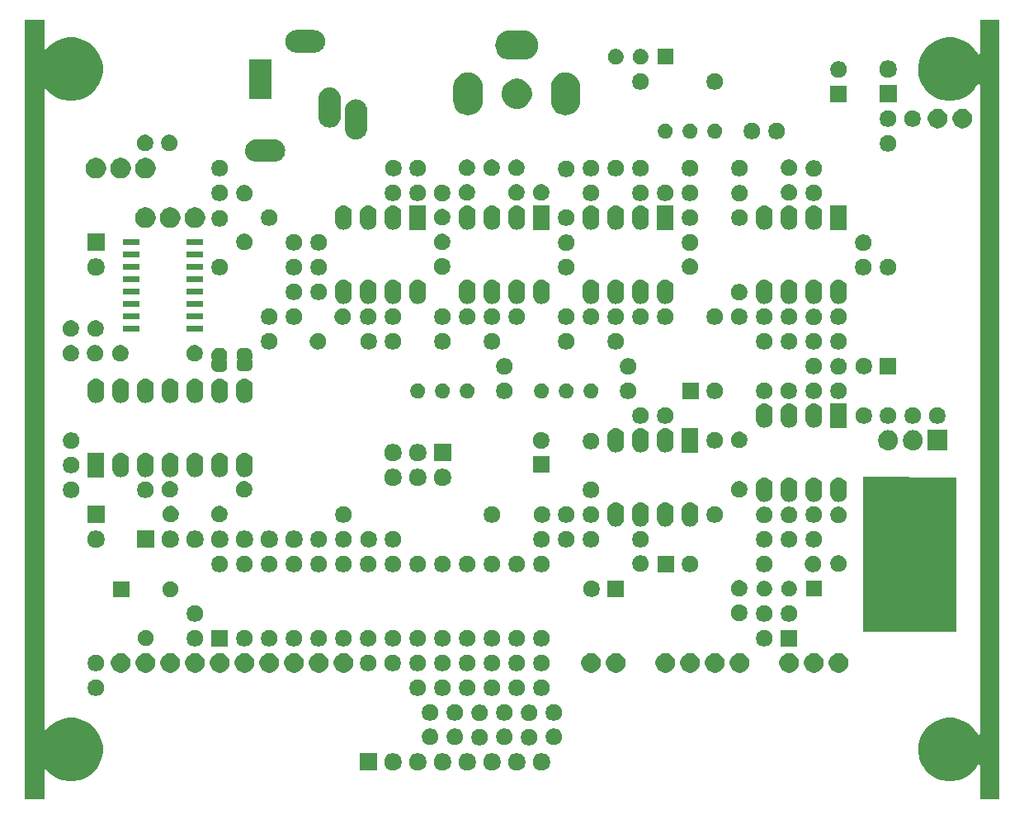
<source format=gbr>
G04 #@! TF.GenerationSoftware,KiCad,Pcbnew,5.1.6-c6e7f7d~86~ubuntu18.04.1*
G04 #@! TF.CreationDate,2020-05-15T23:14:17+02:00*
G04 #@! TF.ProjectId,rx,72782e6b-6963-4616-945f-706362585858,rev?*
G04 #@! TF.SameCoordinates,Original*
G04 #@! TF.FileFunction,Soldermask,Top*
G04 #@! TF.FilePolarity,Negative*
%FSLAX46Y46*%
G04 Gerber Fmt 4.6, Leading zero omitted, Abs format (unit mm)*
G04 Created by KiCad (PCBNEW 5.1.6-c6e7f7d~86~ubuntu18.04.1) date 2020-05-15 23:14:17*
%MOMM*%
%LPD*%
G01*
G04 APERTURE LIST*
%ADD10C,0.100000*%
G04 APERTURE END LIST*
D10*
G36*
X203500000Y-140240000D02*
G01*
X201500000Y-140240000D01*
X201500000Y-136814165D01*
X201497598Y-136789779D01*
X201490485Y-136766330D01*
X201478934Y-136744719D01*
X201463389Y-136725777D01*
X201444447Y-136710232D01*
X201422836Y-136698681D01*
X201399387Y-136691568D01*
X201375001Y-136689166D01*
X201350615Y-136691568D01*
X201327166Y-136698681D01*
X201305555Y-136710232D01*
X201286613Y-136725777D01*
X201271075Y-136744711D01*
X201097587Y-137004353D01*
X200948750Y-137227104D01*
X200945216Y-137232392D01*
X200492392Y-137685216D01*
X199959926Y-138040999D01*
X199368282Y-138286066D01*
X199054239Y-138348533D01*
X198740197Y-138411000D01*
X198099803Y-138411000D01*
X197785761Y-138348533D01*
X197471718Y-138286066D01*
X196880074Y-138040999D01*
X196347608Y-137685216D01*
X195894784Y-137232392D01*
X195891251Y-137227104D01*
X195742413Y-137004353D01*
X195539001Y-136699926D01*
X195293934Y-136108282D01*
X195231467Y-135794239D01*
X195169000Y-135480197D01*
X195169000Y-134839803D01*
X195293934Y-134211719D01*
X195293934Y-134211718D01*
X195539001Y-133620074D01*
X195861813Y-133136952D01*
X195894783Y-133087609D01*
X196347609Y-132634783D01*
X196590477Y-132472504D01*
X196880074Y-132279001D01*
X197471718Y-132033934D01*
X197785761Y-131971467D01*
X198099803Y-131909000D01*
X198740197Y-131909000D01*
X199054239Y-131971467D01*
X199368282Y-132033934D01*
X199959926Y-132279001D01*
X200249523Y-132472504D01*
X200492391Y-132634783D01*
X200945217Y-133087609D01*
X200978187Y-133136952D01*
X201271075Y-133575289D01*
X201286613Y-133594222D01*
X201305555Y-133609768D01*
X201327166Y-133621319D01*
X201350615Y-133628432D01*
X201375001Y-133630834D01*
X201399387Y-133628432D01*
X201422836Y-133621319D01*
X201444447Y-133609768D01*
X201463388Y-133594223D01*
X201478934Y-133575281D01*
X201490485Y-133553670D01*
X201497598Y-133530221D01*
X201500000Y-133505835D01*
X201500000Y-66964165D01*
X201497598Y-66939779D01*
X201490485Y-66916330D01*
X201478934Y-66894719D01*
X201463389Y-66875777D01*
X201444447Y-66860232D01*
X201422836Y-66848681D01*
X201399387Y-66841568D01*
X201375001Y-66839166D01*
X201350615Y-66841568D01*
X201327166Y-66848681D01*
X201305555Y-66860232D01*
X201286613Y-66875777D01*
X201271075Y-66894711D01*
X201064794Y-67203431D01*
X200948750Y-67377104D01*
X200945216Y-67382392D01*
X200492392Y-67835216D01*
X199959926Y-68190999D01*
X199368282Y-68436066D01*
X199089747Y-68491470D01*
X198740197Y-68561000D01*
X198099803Y-68561000D01*
X197750253Y-68491470D01*
X197471718Y-68436066D01*
X196880074Y-68190999D01*
X196347608Y-67835216D01*
X195894784Y-67382392D01*
X195891251Y-67377104D01*
X195775206Y-67203431D01*
X195539001Y-66849926D01*
X195293934Y-66258282D01*
X195221172Y-65892481D01*
X195169000Y-65630197D01*
X195169000Y-64989803D01*
X195247362Y-64595852D01*
X195293934Y-64361718D01*
X195539001Y-63770074D01*
X195873286Y-63269782D01*
X195894783Y-63237609D01*
X196347609Y-62784783D01*
X196590477Y-62622504D01*
X196880074Y-62429001D01*
X197471718Y-62183934D01*
X197785761Y-62121467D01*
X198099803Y-62059000D01*
X198740197Y-62059000D01*
X199054239Y-62121467D01*
X199368282Y-62183934D01*
X199959926Y-62429001D01*
X200249523Y-62622504D01*
X200492391Y-62784783D01*
X200945217Y-63237609D01*
X200966714Y-63269782D01*
X201271075Y-63725289D01*
X201286613Y-63744222D01*
X201305555Y-63759768D01*
X201327166Y-63771319D01*
X201350615Y-63778432D01*
X201375001Y-63780834D01*
X201399387Y-63778432D01*
X201422836Y-63771319D01*
X201444447Y-63759768D01*
X201463388Y-63744223D01*
X201478934Y-63725281D01*
X201490485Y-63703670D01*
X201497598Y-63680221D01*
X201500000Y-63655835D01*
X201500000Y-60240000D01*
X203500000Y-60240000D01*
X203500000Y-140240000D01*
G37*
G36*
X105500000Y-63161953D02*
G01*
X105502402Y-63186339D01*
X105509515Y-63209788D01*
X105521066Y-63231399D01*
X105536611Y-63250341D01*
X105555553Y-63265886D01*
X105577164Y-63277437D01*
X105600613Y-63284550D01*
X105624999Y-63286952D01*
X105649385Y-63284550D01*
X105672834Y-63277437D01*
X105694445Y-63265886D01*
X105713387Y-63250341D01*
X105719501Y-63242891D01*
X106177609Y-62784783D01*
X106420477Y-62622504D01*
X106710074Y-62429001D01*
X107301718Y-62183934D01*
X107615761Y-62121467D01*
X107929803Y-62059000D01*
X108570197Y-62059000D01*
X108884239Y-62121467D01*
X109198282Y-62183934D01*
X109789926Y-62429001D01*
X110079523Y-62622504D01*
X110322391Y-62784783D01*
X110775217Y-63237609D01*
X110796714Y-63269782D01*
X111130999Y-63770074D01*
X111376066Y-64361718D01*
X111422638Y-64595852D01*
X111501000Y-64989803D01*
X111501000Y-65630197D01*
X111448828Y-65892481D01*
X111376066Y-66258282D01*
X111130999Y-66849926D01*
X110894794Y-67203431D01*
X110778750Y-67377104D01*
X110775216Y-67382392D01*
X110322392Y-67835216D01*
X109789926Y-68190999D01*
X109198282Y-68436066D01*
X108919747Y-68491470D01*
X108570197Y-68561000D01*
X107929803Y-68561000D01*
X107580253Y-68491470D01*
X107301718Y-68436066D01*
X106710074Y-68190999D01*
X106177608Y-67835216D01*
X105719496Y-67377104D01*
X105713383Y-67369656D01*
X105694440Y-67354111D01*
X105672829Y-67342561D01*
X105649380Y-67335449D01*
X105624994Y-67333048D01*
X105600608Y-67335451D01*
X105577159Y-67342565D01*
X105555549Y-67354117D01*
X105536608Y-67369663D01*
X105521063Y-67388606D01*
X105509513Y-67410217D01*
X105502401Y-67433666D01*
X105500000Y-67458047D01*
X105500000Y-133011953D01*
X105502402Y-133036339D01*
X105509515Y-133059788D01*
X105521066Y-133081399D01*
X105536611Y-133100341D01*
X105555553Y-133115886D01*
X105577164Y-133127437D01*
X105600613Y-133134550D01*
X105624999Y-133136952D01*
X105649385Y-133134550D01*
X105672834Y-133127437D01*
X105694445Y-133115886D01*
X105713387Y-133100341D01*
X105719501Y-133092891D01*
X106177609Y-132634783D01*
X106420477Y-132472504D01*
X106710074Y-132279001D01*
X107301718Y-132033934D01*
X107615761Y-131971467D01*
X107929803Y-131909000D01*
X108570197Y-131909000D01*
X108884239Y-131971467D01*
X109198282Y-132033934D01*
X109789926Y-132279001D01*
X110079523Y-132472504D01*
X110322391Y-132634783D01*
X110775217Y-133087609D01*
X110808187Y-133136952D01*
X111130999Y-133620074D01*
X111376066Y-134211718D01*
X111376066Y-134211719D01*
X111501000Y-134839803D01*
X111501000Y-135480197D01*
X111438533Y-135794239D01*
X111376066Y-136108282D01*
X111130999Y-136699926D01*
X110927587Y-137004353D01*
X110778750Y-137227104D01*
X110775216Y-137232392D01*
X110322392Y-137685216D01*
X109789926Y-138040999D01*
X109198282Y-138286066D01*
X108884239Y-138348533D01*
X108570197Y-138411000D01*
X107929803Y-138411000D01*
X107615761Y-138348533D01*
X107301718Y-138286066D01*
X106710074Y-138040999D01*
X106177608Y-137685216D01*
X105719496Y-137227104D01*
X105713383Y-137219656D01*
X105694440Y-137204111D01*
X105672829Y-137192561D01*
X105649380Y-137185449D01*
X105624994Y-137183048D01*
X105600608Y-137185451D01*
X105577159Y-137192565D01*
X105555549Y-137204117D01*
X105536608Y-137219663D01*
X105521063Y-137238606D01*
X105509513Y-137260217D01*
X105502401Y-137283666D01*
X105500000Y-137308047D01*
X105500000Y-140240000D01*
X103500000Y-140240000D01*
X103500000Y-60240000D01*
X105500000Y-60240000D01*
X105500000Y-63161953D01*
G37*
G36*
X143923512Y-135533927D02*
G01*
X144072812Y-135563624D01*
X144236784Y-135631544D01*
X144384354Y-135730147D01*
X144509853Y-135855646D01*
X144608456Y-136003216D01*
X144676376Y-136167188D01*
X144711000Y-136341259D01*
X144711000Y-136518741D01*
X144676376Y-136692812D01*
X144608456Y-136856784D01*
X144509853Y-137004354D01*
X144384354Y-137129853D01*
X144236784Y-137228456D01*
X144072812Y-137296376D01*
X143923512Y-137326073D01*
X143898742Y-137331000D01*
X143721258Y-137331000D01*
X143696488Y-137326073D01*
X143547188Y-137296376D01*
X143383216Y-137228456D01*
X143235646Y-137129853D01*
X143110147Y-137004354D01*
X143011544Y-136856784D01*
X142943624Y-136692812D01*
X142909000Y-136518741D01*
X142909000Y-136341259D01*
X142943624Y-136167188D01*
X143011544Y-136003216D01*
X143110147Y-135855646D01*
X143235646Y-135730147D01*
X143383216Y-135631544D01*
X143547188Y-135563624D01*
X143696488Y-135533927D01*
X143721258Y-135529000D01*
X143898742Y-135529000D01*
X143923512Y-135533927D01*
G37*
G36*
X146463512Y-135533927D02*
G01*
X146612812Y-135563624D01*
X146776784Y-135631544D01*
X146924354Y-135730147D01*
X147049853Y-135855646D01*
X147148456Y-136003216D01*
X147216376Y-136167188D01*
X147251000Y-136341259D01*
X147251000Y-136518741D01*
X147216376Y-136692812D01*
X147148456Y-136856784D01*
X147049853Y-137004354D01*
X146924354Y-137129853D01*
X146776784Y-137228456D01*
X146612812Y-137296376D01*
X146463512Y-137326073D01*
X146438742Y-137331000D01*
X146261258Y-137331000D01*
X146236488Y-137326073D01*
X146087188Y-137296376D01*
X145923216Y-137228456D01*
X145775646Y-137129853D01*
X145650147Y-137004354D01*
X145551544Y-136856784D01*
X145483624Y-136692812D01*
X145449000Y-136518741D01*
X145449000Y-136341259D01*
X145483624Y-136167188D01*
X145551544Y-136003216D01*
X145650147Y-135855646D01*
X145775646Y-135730147D01*
X145923216Y-135631544D01*
X146087188Y-135563624D01*
X146236488Y-135533927D01*
X146261258Y-135529000D01*
X146438742Y-135529000D01*
X146463512Y-135533927D01*
G37*
G36*
X151543512Y-135533927D02*
G01*
X151692812Y-135563624D01*
X151856784Y-135631544D01*
X152004354Y-135730147D01*
X152129853Y-135855646D01*
X152228456Y-136003216D01*
X152296376Y-136167188D01*
X152331000Y-136341259D01*
X152331000Y-136518741D01*
X152296376Y-136692812D01*
X152228456Y-136856784D01*
X152129853Y-137004354D01*
X152004354Y-137129853D01*
X151856784Y-137228456D01*
X151692812Y-137296376D01*
X151543512Y-137326073D01*
X151518742Y-137331000D01*
X151341258Y-137331000D01*
X151316488Y-137326073D01*
X151167188Y-137296376D01*
X151003216Y-137228456D01*
X150855646Y-137129853D01*
X150730147Y-137004354D01*
X150631544Y-136856784D01*
X150563624Y-136692812D01*
X150529000Y-136518741D01*
X150529000Y-136341259D01*
X150563624Y-136167188D01*
X150631544Y-136003216D01*
X150730147Y-135855646D01*
X150855646Y-135730147D01*
X151003216Y-135631544D01*
X151167188Y-135563624D01*
X151316488Y-135533927D01*
X151341258Y-135529000D01*
X151518742Y-135529000D01*
X151543512Y-135533927D01*
G37*
G36*
X149003512Y-135533927D02*
G01*
X149152812Y-135563624D01*
X149316784Y-135631544D01*
X149464354Y-135730147D01*
X149589853Y-135855646D01*
X149688456Y-136003216D01*
X149756376Y-136167188D01*
X149791000Y-136341259D01*
X149791000Y-136518741D01*
X149756376Y-136692812D01*
X149688456Y-136856784D01*
X149589853Y-137004354D01*
X149464354Y-137129853D01*
X149316784Y-137228456D01*
X149152812Y-137296376D01*
X149003512Y-137326073D01*
X148978742Y-137331000D01*
X148801258Y-137331000D01*
X148776488Y-137326073D01*
X148627188Y-137296376D01*
X148463216Y-137228456D01*
X148315646Y-137129853D01*
X148190147Y-137004354D01*
X148091544Y-136856784D01*
X148023624Y-136692812D01*
X147989000Y-136518741D01*
X147989000Y-136341259D01*
X148023624Y-136167188D01*
X148091544Y-136003216D01*
X148190147Y-135855646D01*
X148315646Y-135730147D01*
X148463216Y-135631544D01*
X148627188Y-135563624D01*
X148776488Y-135533927D01*
X148801258Y-135529000D01*
X148978742Y-135529000D01*
X149003512Y-135533927D01*
G37*
G36*
X139631000Y-137331000D02*
G01*
X137829000Y-137331000D01*
X137829000Y-135529000D01*
X139631000Y-135529000D01*
X139631000Y-137331000D01*
G37*
G36*
X141383512Y-135533927D02*
G01*
X141532812Y-135563624D01*
X141696784Y-135631544D01*
X141844354Y-135730147D01*
X141969853Y-135855646D01*
X142068456Y-136003216D01*
X142136376Y-136167188D01*
X142171000Y-136341259D01*
X142171000Y-136518741D01*
X142136376Y-136692812D01*
X142068456Y-136856784D01*
X141969853Y-137004354D01*
X141844354Y-137129853D01*
X141696784Y-137228456D01*
X141532812Y-137296376D01*
X141383512Y-137326073D01*
X141358742Y-137331000D01*
X141181258Y-137331000D01*
X141156488Y-137326073D01*
X141007188Y-137296376D01*
X140843216Y-137228456D01*
X140695646Y-137129853D01*
X140570147Y-137004354D01*
X140471544Y-136856784D01*
X140403624Y-136692812D01*
X140369000Y-136518741D01*
X140369000Y-136341259D01*
X140403624Y-136167188D01*
X140471544Y-136003216D01*
X140570147Y-135855646D01*
X140695646Y-135730147D01*
X140843216Y-135631544D01*
X141007188Y-135563624D01*
X141156488Y-135533927D01*
X141181258Y-135529000D01*
X141358742Y-135529000D01*
X141383512Y-135533927D01*
G37*
G36*
X156623512Y-135533927D02*
G01*
X156772812Y-135563624D01*
X156936784Y-135631544D01*
X157084354Y-135730147D01*
X157209853Y-135855646D01*
X157308456Y-136003216D01*
X157376376Y-136167188D01*
X157411000Y-136341259D01*
X157411000Y-136518741D01*
X157376376Y-136692812D01*
X157308456Y-136856784D01*
X157209853Y-137004354D01*
X157084354Y-137129853D01*
X156936784Y-137228456D01*
X156772812Y-137296376D01*
X156623512Y-137326073D01*
X156598742Y-137331000D01*
X156421258Y-137331000D01*
X156396488Y-137326073D01*
X156247188Y-137296376D01*
X156083216Y-137228456D01*
X155935646Y-137129853D01*
X155810147Y-137004354D01*
X155711544Y-136856784D01*
X155643624Y-136692812D01*
X155609000Y-136518741D01*
X155609000Y-136341259D01*
X155643624Y-136167188D01*
X155711544Y-136003216D01*
X155810147Y-135855646D01*
X155935646Y-135730147D01*
X156083216Y-135631544D01*
X156247188Y-135563624D01*
X156396488Y-135533927D01*
X156421258Y-135529000D01*
X156598742Y-135529000D01*
X156623512Y-135533927D01*
G37*
G36*
X154083512Y-135533927D02*
G01*
X154232812Y-135563624D01*
X154396784Y-135631544D01*
X154544354Y-135730147D01*
X154669853Y-135855646D01*
X154768456Y-136003216D01*
X154836376Y-136167188D01*
X154871000Y-136341259D01*
X154871000Y-136518741D01*
X154836376Y-136692812D01*
X154768456Y-136856784D01*
X154669853Y-137004354D01*
X154544354Y-137129853D01*
X154396784Y-137228456D01*
X154232812Y-137296376D01*
X154083512Y-137326073D01*
X154058742Y-137331000D01*
X153881258Y-137331000D01*
X153856488Y-137326073D01*
X153707188Y-137296376D01*
X153543216Y-137228456D01*
X153395646Y-137129853D01*
X153270147Y-137004354D01*
X153171544Y-136856784D01*
X153103624Y-136692812D01*
X153069000Y-136518741D01*
X153069000Y-136341259D01*
X153103624Y-136167188D01*
X153171544Y-136003216D01*
X153270147Y-135855646D01*
X153395646Y-135730147D01*
X153543216Y-135631544D01*
X153707188Y-135563624D01*
X153856488Y-135533927D01*
X153881258Y-135529000D01*
X154058742Y-135529000D01*
X154083512Y-135533927D01*
G37*
G36*
X155488228Y-133071703D02*
G01*
X155643100Y-133135853D01*
X155782481Y-133228985D01*
X155901015Y-133347519D01*
X155994147Y-133486900D01*
X156058297Y-133641772D01*
X156091000Y-133806184D01*
X156091000Y-133973816D01*
X156058297Y-134138228D01*
X155994147Y-134293100D01*
X155901015Y-134432481D01*
X155782481Y-134551015D01*
X155643100Y-134644147D01*
X155488228Y-134708297D01*
X155323816Y-134741000D01*
X155156184Y-134741000D01*
X154991772Y-134708297D01*
X154836900Y-134644147D01*
X154697519Y-134551015D01*
X154578985Y-134432481D01*
X154485853Y-134293100D01*
X154421703Y-134138228D01*
X154389000Y-133973816D01*
X154389000Y-133806184D01*
X154421703Y-133641772D01*
X154485853Y-133486900D01*
X154578985Y-133347519D01*
X154697519Y-133228985D01*
X154836900Y-133135853D01*
X154991772Y-133071703D01*
X155156184Y-133039000D01*
X155323816Y-133039000D01*
X155488228Y-133071703D01*
G37*
G36*
X150408228Y-133071703D02*
G01*
X150563100Y-133135853D01*
X150702481Y-133228985D01*
X150821015Y-133347519D01*
X150914147Y-133486900D01*
X150978297Y-133641772D01*
X151011000Y-133806184D01*
X151011000Y-133973816D01*
X150978297Y-134138228D01*
X150914147Y-134293100D01*
X150821015Y-134432481D01*
X150702481Y-134551015D01*
X150563100Y-134644147D01*
X150408228Y-134708297D01*
X150243816Y-134741000D01*
X150076184Y-134741000D01*
X149911772Y-134708297D01*
X149756900Y-134644147D01*
X149617519Y-134551015D01*
X149498985Y-134432481D01*
X149405853Y-134293100D01*
X149341703Y-134138228D01*
X149309000Y-133973816D01*
X149309000Y-133806184D01*
X149341703Y-133641772D01*
X149405853Y-133486900D01*
X149498985Y-133347519D01*
X149617519Y-133228985D01*
X149756900Y-133135853D01*
X149911772Y-133071703D01*
X150076184Y-133039000D01*
X150243816Y-133039000D01*
X150408228Y-133071703D01*
G37*
G36*
X147868228Y-133031703D02*
G01*
X148023100Y-133095853D01*
X148162481Y-133188985D01*
X148281015Y-133307519D01*
X148374147Y-133446900D01*
X148438297Y-133601772D01*
X148471000Y-133766184D01*
X148471000Y-133933816D01*
X148438297Y-134098228D01*
X148374147Y-134253100D01*
X148281015Y-134392481D01*
X148162481Y-134511015D01*
X148023100Y-134604147D01*
X147868228Y-134668297D01*
X147703816Y-134701000D01*
X147536184Y-134701000D01*
X147371772Y-134668297D01*
X147216900Y-134604147D01*
X147077519Y-134511015D01*
X146958985Y-134392481D01*
X146865853Y-134253100D01*
X146801703Y-134098228D01*
X146769000Y-133933816D01*
X146769000Y-133766184D01*
X146801703Y-133601772D01*
X146865853Y-133446900D01*
X146958985Y-133307519D01*
X147077519Y-133188985D01*
X147216900Y-133095853D01*
X147371772Y-133031703D01*
X147536184Y-132999000D01*
X147703816Y-132999000D01*
X147868228Y-133031703D01*
G37*
G36*
X152948228Y-133031703D02*
G01*
X153103100Y-133095853D01*
X153242481Y-133188985D01*
X153361015Y-133307519D01*
X153454147Y-133446900D01*
X153518297Y-133601772D01*
X153551000Y-133766184D01*
X153551000Y-133933816D01*
X153518297Y-134098228D01*
X153454147Y-134253100D01*
X153361015Y-134392481D01*
X153242481Y-134511015D01*
X153103100Y-134604147D01*
X152948228Y-134668297D01*
X152783816Y-134701000D01*
X152616184Y-134701000D01*
X152451772Y-134668297D01*
X152296900Y-134604147D01*
X152157519Y-134511015D01*
X152038985Y-134392481D01*
X151945853Y-134253100D01*
X151881703Y-134098228D01*
X151849000Y-133933816D01*
X151849000Y-133766184D01*
X151881703Y-133601772D01*
X151945853Y-133446900D01*
X152038985Y-133307519D01*
X152157519Y-133188985D01*
X152296900Y-133095853D01*
X152451772Y-133031703D01*
X152616184Y-132999000D01*
X152783816Y-132999000D01*
X152948228Y-133031703D01*
G37*
G36*
X145328228Y-133031703D02*
G01*
X145483100Y-133095853D01*
X145622481Y-133188985D01*
X145741015Y-133307519D01*
X145834147Y-133446900D01*
X145898297Y-133601772D01*
X145931000Y-133766184D01*
X145931000Y-133933816D01*
X145898297Y-134098228D01*
X145834147Y-134253100D01*
X145741015Y-134392481D01*
X145622481Y-134511015D01*
X145483100Y-134604147D01*
X145328228Y-134668297D01*
X145163816Y-134701000D01*
X144996184Y-134701000D01*
X144831772Y-134668297D01*
X144676900Y-134604147D01*
X144537519Y-134511015D01*
X144418985Y-134392481D01*
X144325853Y-134253100D01*
X144261703Y-134098228D01*
X144229000Y-133933816D01*
X144229000Y-133766184D01*
X144261703Y-133601772D01*
X144325853Y-133446900D01*
X144418985Y-133307519D01*
X144537519Y-133188985D01*
X144676900Y-133095853D01*
X144831772Y-133031703D01*
X144996184Y-132999000D01*
X145163816Y-132999000D01*
X145328228Y-133031703D01*
G37*
G36*
X158028228Y-133031703D02*
G01*
X158183100Y-133095853D01*
X158322481Y-133188985D01*
X158441015Y-133307519D01*
X158534147Y-133446900D01*
X158598297Y-133601772D01*
X158631000Y-133766184D01*
X158631000Y-133933816D01*
X158598297Y-134098228D01*
X158534147Y-134253100D01*
X158441015Y-134392481D01*
X158322481Y-134511015D01*
X158183100Y-134604147D01*
X158028228Y-134668297D01*
X157863816Y-134701000D01*
X157696184Y-134701000D01*
X157531772Y-134668297D01*
X157376900Y-134604147D01*
X157237519Y-134511015D01*
X157118985Y-134392481D01*
X157025853Y-134253100D01*
X156961703Y-134098228D01*
X156929000Y-133933816D01*
X156929000Y-133766184D01*
X156961703Y-133601772D01*
X157025853Y-133446900D01*
X157118985Y-133307519D01*
X157237519Y-133188985D01*
X157376900Y-133095853D01*
X157531772Y-133031703D01*
X157696184Y-132999000D01*
X157863816Y-132999000D01*
X158028228Y-133031703D01*
G37*
G36*
X150408228Y-130571703D02*
G01*
X150563100Y-130635853D01*
X150702481Y-130728985D01*
X150821015Y-130847519D01*
X150914147Y-130986900D01*
X150978297Y-131141772D01*
X151011000Y-131306184D01*
X151011000Y-131473816D01*
X150978297Y-131638228D01*
X150914147Y-131793100D01*
X150821015Y-131932481D01*
X150702481Y-132051015D01*
X150563100Y-132144147D01*
X150408228Y-132208297D01*
X150243816Y-132241000D01*
X150076184Y-132241000D01*
X149911772Y-132208297D01*
X149756900Y-132144147D01*
X149617519Y-132051015D01*
X149498985Y-131932481D01*
X149405853Y-131793100D01*
X149341703Y-131638228D01*
X149309000Y-131473816D01*
X149309000Y-131306184D01*
X149341703Y-131141772D01*
X149405853Y-130986900D01*
X149498985Y-130847519D01*
X149617519Y-130728985D01*
X149756900Y-130635853D01*
X149911772Y-130571703D01*
X150076184Y-130539000D01*
X150243816Y-130539000D01*
X150408228Y-130571703D01*
G37*
G36*
X155488228Y-130571703D02*
G01*
X155643100Y-130635853D01*
X155782481Y-130728985D01*
X155901015Y-130847519D01*
X155994147Y-130986900D01*
X156058297Y-131141772D01*
X156091000Y-131306184D01*
X156091000Y-131473816D01*
X156058297Y-131638228D01*
X155994147Y-131793100D01*
X155901015Y-131932481D01*
X155782481Y-132051015D01*
X155643100Y-132144147D01*
X155488228Y-132208297D01*
X155323816Y-132241000D01*
X155156184Y-132241000D01*
X154991772Y-132208297D01*
X154836900Y-132144147D01*
X154697519Y-132051015D01*
X154578985Y-131932481D01*
X154485853Y-131793100D01*
X154421703Y-131638228D01*
X154389000Y-131473816D01*
X154389000Y-131306184D01*
X154421703Y-131141772D01*
X154485853Y-130986900D01*
X154578985Y-130847519D01*
X154697519Y-130728985D01*
X154836900Y-130635853D01*
X154991772Y-130571703D01*
X155156184Y-130539000D01*
X155323816Y-130539000D01*
X155488228Y-130571703D01*
G37*
G36*
X152948228Y-130531703D02*
G01*
X153103100Y-130595853D01*
X153242481Y-130688985D01*
X153361015Y-130807519D01*
X153454147Y-130946900D01*
X153518297Y-131101772D01*
X153551000Y-131266184D01*
X153551000Y-131433816D01*
X153518297Y-131598228D01*
X153454147Y-131753100D01*
X153361015Y-131892481D01*
X153242481Y-132011015D01*
X153103100Y-132104147D01*
X152948228Y-132168297D01*
X152783816Y-132201000D01*
X152616184Y-132201000D01*
X152451772Y-132168297D01*
X152296900Y-132104147D01*
X152157519Y-132011015D01*
X152038985Y-131892481D01*
X151945853Y-131753100D01*
X151881703Y-131598228D01*
X151849000Y-131433816D01*
X151849000Y-131266184D01*
X151881703Y-131101772D01*
X151945853Y-130946900D01*
X152038985Y-130807519D01*
X152157519Y-130688985D01*
X152296900Y-130595853D01*
X152451772Y-130531703D01*
X152616184Y-130499000D01*
X152783816Y-130499000D01*
X152948228Y-130531703D01*
G37*
G36*
X158028228Y-130531703D02*
G01*
X158183100Y-130595853D01*
X158322481Y-130688985D01*
X158441015Y-130807519D01*
X158534147Y-130946900D01*
X158598297Y-131101772D01*
X158631000Y-131266184D01*
X158631000Y-131433816D01*
X158598297Y-131598228D01*
X158534147Y-131753100D01*
X158441015Y-131892481D01*
X158322481Y-132011015D01*
X158183100Y-132104147D01*
X158028228Y-132168297D01*
X157863816Y-132201000D01*
X157696184Y-132201000D01*
X157531772Y-132168297D01*
X157376900Y-132104147D01*
X157237519Y-132011015D01*
X157118985Y-131892481D01*
X157025853Y-131753100D01*
X156961703Y-131598228D01*
X156929000Y-131433816D01*
X156929000Y-131266184D01*
X156961703Y-131101772D01*
X157025853Y-130946900D01*
X157118985Y-130807519D01*
X157237519Y-130688985D01*
X157376900Y-130595853D01*
X157531772Y-130531703D01*
X157696184Y-130499000D01*
X157863816Y-130499000D01*
X158028228Y-130531703D01*
G37*
G36*
X147868228Y-130531703D02*
G01*
X148023100Y-130595853D01*
X148162481Y-130688985D01*
X148281015Y-130807519D01*
X148374147Y-130946900D01*
X148438297Y-131101772D01*
X148471000Y-131266184D01*
X148471000Y-131433816D01*
X148438297Y-131598228D01*
X148374147Y-131753100D01*
X148281015Y-131892481D01*
X148162481Y-132011015D01*
X148023100Y-132104147D01*
X147868228Y-132168297D01*
X147703816Y-132201000D01*
X147536184Y-132201000D01*
X147371772Y-132168297D01*
X147216900Y-132104147D01*
X147077519Y-132011015D01*
X146958985Y-131892481D01*
X146865853Y-131753100D01*
X146801703Y-131598228D01*
X146769000Y-131433816D01*
X146769000Y-131266184D01*
X146801703Y-131101772D01*
X146865853Y-130946900D01*
X146958985Y-130807519D01*
X147077519Y-130688985D01*
X147216900Y-130595853D01*
X147371772Y-130531703D01*
X147536184Y-130499000D01*
X147703816Y-130499000D01*
X147868228Y-130531703D01*
G37*
G36*
X145328228Y-130531703D02*
G01*
X145483100Y-130595853D01*
X145622481Y-130688985D01*
X145741015Y-130807519D01*
X145834147Y-130946900D01*
X145898297Y-131101772D01*
X145931000Y-131266184D01*
X145931000Y-131433816D01*
X145898297Y-131598228D01*
X145834147Y-131753100D01*
X145741015Y-131892481D01*
X145622481Y-132011015D01*
X145483100Y-132104147D01*
X145328228Y-132168297D01*
X145163816Y-132201000D01*
X144996184Y-132201000D01*
X144831772Y-132168297D01*
X144676900Y-132104147D01*
X144537519Y-132011015D01*
X144418985Y-131892481D01*
X144325853Y-131753100D01*
X144261703Y-131598228D01*
X144229000Y-131433816D01*
X144229000Y-131266184D01*
X144261703Y-131101772D01*
X144325853Y-130946900D01*
X144418985Y-130807519D01*
X144537519Y-130688985D01*
X144676900Y-130595853D01*
X144831772Y-130531703D01*
X144996184Y-130499000D01*
X145163816Y-130499000D01*
X145328228Y-130531703D01*
G37*
G36*
X154218228Y-127991703D02*
G01*
X154373100Y-128055853D01*
X154512481Y-128148985D01*
X154631015Y-128267519D01*
X154724147Y-128406900D01*
X154788297Y-128561772D01*
X154821000Y-128726184D01*
X154821000Y-128893816D01*
X154788297Y-129058228D01*
X154724147Y-129213100D01*
X154631015Y-129352481D01*
X154512481Y-129471015D01*
X154373100Y-129564147D01*
X154218228Y-129628297D01*
X154053816Y-129661000D01*
X153886184Y-129661000D01*
X153721772Y-129628297D01*
X153566900Y-129564147D01*
X153427519Y-129471015D01*
X153308985Y-129352481D01*
X153215853Y-129213100D01*
X153151703Y-129058228D01*
X153119000Y-128893816D01*
X153119000Y-128726184D01*
X153151703Y-128561772D01*
X153215853Y-128406900D01*
X153308985Y-128267519D01*
X153427519Y-128148985D01*
X153566900Y-128055853D01*
X153721772Y-127991703D01*
X153886184Y-127959000D01*
X154053816Y-127959000D01*
X154218228Y-127991703D01*
G37*
G36*
X156758228Y-127991703D02*
G01*
X156913100Y-128055853D01*
X157052481Y-128148985D01*
X157171015Y-128267519D01*
X157264147Y-128406900D01*
X157328297Y-128561772D01*
X157361000Y-128726184D01*
X157361000Y-128893816D01*
X157328297Y-129058228D01*
X157264147Y-129213100D01*
X157171015Y-129352481D01*
X157052481Y-129471015D01*
X156913100Y-129564147D01*
X156758228Y-129628297D01*
X156593816Y-129661000D01*
X156426184Y-129661000D01*
X156261772Y-129628297D01*
X156106900Y-129564147D01*
X155967519Y-129471015D01*
X155848985Y-129352481D01*
X155755853Y-129213100D01*
X155691703Y-129058228D01*
X155659000Y-128893816D01*
X155659000Y-128726184D01*
X155691703Y-128561772D01*
X155755853Y-128406900D01*
X155848985Y-128267519D01*
X155967519Y-128148985D01*
X156106900Y-128055853D01*
X156261772Y-127991703D01*
X156426184Y-127959000D01*
X156593816Y-127959000D01*
X156758228Y-127991703D01*
G37*
G36*
X144058228Y-127991703D02*
G01*
X144213100Y-128055853D01*
X144352481Y-128148985D01*
X144471015Y-128267519D01*
X144564147Y-128406900D01*
X144628297Y-128561772D01*
X144661000Y-128726184D01*
X144661000Y-128893816D01*
X144628297Y-129058228D01*
X144564147Y-129213100D01*
X144471015Y-129352481D01*
X144352481Y-129471015D01*
X144213100Y-129564147D01*
X144058228Y-129628297D01*
X143893816Y-129661000D01*
X143726184Y-129661000D01*
X143561772Y-129628297D01*
X143406900Y-129564147D01*
X143267519Y-129471015D01*
X143148985Y-129352481D01*
X143055853Y-129213100D01*
X142991703Y-129058228D01*
X142959000Y-128893816D01*
X142959000Y-128726184D01*
X142991703Y-128561772D01*
X143055853Y-128406900D01*
X143148985Y-128267519D01*
X143267519Y-128148985D01*
X143406900Y-128055853D01*
X143561772Y-127991703D01*
X143726184Y-127959000D01*
X143893816Y-127959000D01*
X144058228Y-127991703D01*
G37*
G36*
X151678228Y-127991703D02*
G01*
X151833100Y-128055853D01*
X151972481Y-128148985D01*
X152091015Y-128267519D01*
X152184147Y-128406900D01*
X152248297Y-128561772D01*
X152281000Y-128726184D01*
X152281000Y-128893816D01*
X152248297Y-129058228D01*
X152184147Y-129213100D01*
X152091015Y-129352481D01*
X151972481Y-129471015D01*
X151833100Y-129564147D01*
X151678228Y-129628297D01*
X151513816Y-129661000D01*
X151346184Y-129661000D01*
X151181772Y-129628297D01*
X151026900Y-129564147D01*
X150887519Y-129471015D01*
X150768985Y-129352481D01*
X150675853Y-129213100D01*
X150611703Y-129058228D01*
X150579000Y-128893816D01*
X150579000Y-128726184D01*
X150611703Y-128561772D01*
X150675853Y-128406900D01*
X150768985Y-128267519D01*
X150887519Y-128148985D01*
X151026900Y-128055853D01*
X151181772Y-127991703D01*
X151346184Y-127959000D01*
X151513816Y-127959000D01*
X151678228Y-127991703D01*
G37*
G36*
X149138228Y-127991703D02*
G01*
X149293100Y-128055853D01*
X149432481Y-128148985D01*
X149551015Y-128267519D01*
X149644147Y-128406900D01*
X149708297Y-128561772D01*
X149741000Y-128726184D01*
X149741000Y-128893816D01*
X149708297Y-129058228D01*
X149644147Y-129213100D01*
X149551015Y-129352481D01*
X149432481Y-129471015D01*
X149293100Y-129564147D01*
X149138228Y-129628297D01*
X148973816Y-129661000D01*
X148806184Y-129661000D01*
X148641772Y-129628297D01*
X148486900Y-129564147D01*
X148347519Y-129471015D01*
X148228985Y-129352481D01*
X148135853Y-129213100D01*
X148071703Y-129058228D01*
X148039000Y-128893816D01*
X148039000Y-128726184D01*
X148071703Y-128561772D01*
X148135853Y-128406900D01*
X148228985Y-128267519D01*
X148347519Y-128148985D01*
X148486900Y-128055853D01*
X148641772Y-127991703D01*
X148806184Y-127959000D01*
X148973816Y-127959000D01*
X149138228Y-127991703D01*
G37*
G36*
X146598228Y-127991703D02*
G01*
X146753100Y-128055853D01*
X146892481Y-128148985D01*
X147011015Y-128267519D01*
X147104147Y-128406900D01*
X147168297Y-128561772D01*
X147201000Y-128726184D01*
X147201000Y-128893816D01*
X147168297Y-129058228D01*
X147104147Y-129213100D01*
X147011015Y-129352481D01*
X146892481Y-129471015D01*
X146753100Y-129564147D01*
X146598228Y-129628297D01*
X146433816Y-129661000D01*
X146266184Y-129661000D01*
X146101772Y-129628297D01*
X145946900Y-129564147D01*
X145807519Y-129471015D01*
X145688985Y-129352481D01*
X145595853Y-129213100D01*
X145531703Y-129058228D01*
X145499000Y-128893816D01*
X145499000Y-128726184D01*
X145531703Y-128561772D01*
X145595853Y-128406900D01*
X145688985Y-128267519D01*
X145807519Y-128148985D01*
X145946900Y-128055853D01*
X146101772Y-127991703D01*
X146266184Y-127959000D01*
X146433816Y-127959000D01*
X146598228Y-127991703D01*
G37*
G36*
X111038228Y-127991703D02*
G01*
X111193100Y-128055853D01*
X111332481Y-128148985D01*
X111451015Y-128267519D01*
X111544147Y-128406900D01*
X111608297Y-128561772D01*
X111641000Y-128726184D01*
X111641000Y-128893816D01*
X111608297Y-129058228D01*
X111544147Y-129213100D01*
X111451015Y-129352481D01*
X111332481Y-129471015D01*
X111193100Y-129564147D01*
X111038228Y-129628297D01*
X110873816Y-129661000D01*
X110706184Y-129661000D01*
X110541772Y-129628297D01*
X110386900Y-129564147D01*
X110247519Y-129471015D01*
X110128985Y-129352481D01*
X110035853Y-129213100D01*
X109971703Y-129058228D01*
X109939000Y-128893816D01*
X109939000Y-128726184D01*
X109971703Y-128561772D01*
X110035853Y-128406900D01*
X110128985Y-128267519D01*
X110247519Y-128148985D01*
X110386900Y-128055853D01*
X110541772Y-127991703D01*
X110706184Y-127959000D01*
X110873816Y-127959000D01*
X111038228Y-127991703D01*
G37*
G36*
X131305285Y-125288234D02*
G01*
X131401981Y-125307468D01*
X131584151Y-125382926D01*
X131748100Y-125492473D01*
X131887527Y-125631900D01*
X131997074Y-125795849D01*
X132072532Y-125978019D01*
X132111000Y-126171410D01*
X132111000Y-126368590D01*
X132072532Y-126561981D01*
X131997074Y-126744151D01*
X131887527Y-126908100D01*
X131748100Y-127047527D01*
X131584151Y-127157074D01*
X131401981Y-127232532D01*
X131208591Y-127271000D01*
X131011409Y-127271000D01*
X130818019Y-127232532D01*
X130635849Y-127157074D01*
X130471900Y-127047527D01*
X130332473Y-126908100D01*
X130222926Y-126744151D01*
X130147468Y-126561981D01*
X130109000Y-126368590D01*
X130109000Y-126171410D01*
X130147468Y-125978019D01*
X130222926Y-125795849D01*
X130332473Y-125631900D01*
X130471900Y-125492473D01*
X130635849Y-125382926D01*
X130818019Y-125307468D01*
X130914715Y-125288234D01*
X131011409Y-125269000D01*
X131208591Y-125269000D01*
X131305285Y-125288234D01*
G37*
G36*
X171945285Y-125288234D02*
G01*
X172041981Y-125307468D01*
X172224151Y-125382926D01*
X172388100Y-125492473D01*
X172527527Y-125631900D01*
X172637074Y-125795849D01*
X172712532Y-125978019D01*
X172751000Y-126171410D01*
X172751000Y-126368590D01*
X172712532Y-126561981D01*
X172637074Y-126744151D01*
X172527527Y-126908100D01*
X172388100Y-127047527D01*
X172224151Y-127157074D01*
X172041981Y-127232532D01*
X171848591Y-127271000D01*
X171651409Y-127271000D01*
X171458019Y-127232532D01*
X171275849Y-127157074D01*
X171111900Y-127047527D01*
X170972473Y-126908100D01*
X170862926Y-126744151D01*
X170787468Y-126561981D01*
X170749000Y-126368590D01*
X170749000Y-126171410D01*
X170787468Y-125978019D01*
X170862926Y-125795849D01*
X170972473Y-125631900D01*
X171111900Y-125492473D01*
X171275849Y-125382926D01*
X171458019Y-125307468D01*
X171554715Y-125288234D01*
X171651409Y-125269000D01*
X171848591Y-125269000D01*
X171945285Y-125288234D01*
G37*
G36*
X182105285Y-125288234D02*
G01*
X182201981Y-125307468D01*
X182384151Y-125382926D01*
X182548100Y-125492473D01*
X182687527Y-125631900D01*
X182797074Y-125795849D01*
X182872532Y-125978019D01*
X182911000Y-126171410D01*
X182911000Y-126368590D01*
X182872532Y-126561981D01*
X182797074Y-126744151D01*
X182687527Y-126908100D01*
X182548100Y-127047527D01*
X182384151Y-127157074D01*
X182201981Y-127232532D01*
X182008591Y-127271000D01*
X181811409Y-127271000D01*
X181618019Y-127232532D01*
X181435849Y-127157074D01*
X181271900Y-127047527D01*
X181132473Y-126908100D01*
X181022926Y-126744151D01*
X180947468Y-126561981D01*
X180909000Y-126368590D01*
X180909000Y-126171410D01*
X180947468Y-125978019D01*
X181022926Y-125795849D01*
X181132473Y-125631900D01*
X181271900Y-125492473D01*
X181435849Y-125382926D01*
X181618019Y-125307468D01*
X181714715Y-125288234D01*
X181811409Y-125269000D01*
X182008591Y-125269000D01*
X182105285Y-125288234D01*
G37*
G36*
X177025285Y-125288234D02*
G01*
X177121981Y-125307468D01*
X177304151Y-125382926D01*
X177468100Y-125492473D01*
X177607527Y-125631900D01*
X177717074Y-125795849D01*
X177792532Y-125978019D01*
X177831000Y-126171410D01*
X177831000Y-126368590D01*
X177792532Y-126561981D01*
X177717074Y-126744151D01*
X177607527Y-126908100D01*
X177468100Y-127047527D01*
X177304151Y-127157074D01*
X177121981Y-127232532D01*
X176928591Y-127271000D01*
X176731409Y-127271000D01*
X176538019Y-127232532D01*
X176355849Y-127157074D01*
X176191900Y-127047527D01*
X176052473Y-126908100D01*
X175942926Y-126744151D01*
X175867468Y-126561981D01*
X175829000Y-126368590D01*
X175829000Y-126171410D01*
X175867468Y-125978019D01*
X175942926Y-125795849D01*
X176052473Y-125631900D01*
X176191900Y-125492473D01*
X176355849Y-125382926D01*
X176538019Y-125307468D01*
X176634715Y-125288234D01*
X176731409Y-125269000D01*
X176928591Y-125269000D01*
X177025285Y-125288234D01*
G37*
G36*
X184645285Y-125288234D02*
G01*
X184741981Y-125307468D01*
X184924151Y-125382926D01*
X185088100Y-125492473D01*
X185227527Y-125631900D01*
X185337074Y-125795849D01*
X185412532Y-125978019D01*
X185451000Y-126171410D01*
X185451000Y-126368590D01*
X185412532Y-126561981D01*
X185337074Y-126744151D01*
X185227527Y-126908100D01*
X185088100Y-127047527D01*
X184924151Y-127157074D01*
X184741981Y-127232532D01*
X184548591Y-127271000D01*
X184351409Y-127271000D01*
X184158019Y-127232532D01*
X183975849Y-127157074D01*
X183811900Y-127047527D01*
X183672473Y-126908100D01*
X183562926Y-126744151D01*
X183487468Y-126561981D01*
X183449000Y-126368590D01*
X183449000Y-126171410D01*
X183487468Y-125978019D01*
X183562926Y-125795849D01*
X183672473Y-125631900D01*
X183811900Y-125492473D01*
X183975849Y-125382926D01*
X184158019Y-125307468D01*
X184254715Y-125288234D01*
X184351409Y-125269000D01*
X184548591Y-125269000D01*
X184645285Y-125288234D01*
G37*
G36*
X187185285Y-125288234D02*
G01*
X187281981Y-125307468D01*
X187464151Y-125382926D01*
X187628100Y-125492473D01*
X187767527Y-125631900D01*
X187877074Y-125795849D01*
X187952532Y-125978019D01*
X187991000Y-126171410D01*
X187991000Y-126368590D01*
X187952532Y-126561981D01*
X187877074Y-126744151D01*
X187767527Y-126908100D01*
X187628100Y-127047527D01*
X187464151Y-127157074D01*
X187281981Y-127232532D01*
X187088591Y-127271000D01*
X186891409Y-127271000D01*
X186698019Y-127232532D01*
X186515849Y-127157074D01*
X186351900Y-127047527D01*
X186212473Y-126908100D01*
X186102926Y-126744151D01*
X186027468Y-126561981D01*
X185989000Y-126368590D01*
X185989000Y-126171410D01*
X186027468Y-125978019D01*
X186102926Y-125795849D01*
X186212473Y-125631900D01*
X186351900Y-125492473D01*
X186515849Y-125382926D01*
X186698019Y-125307468D01*
X186794715Y-125288234D01*
X186891409Y-125269000D01*
X187088591Y-125269000D01*
X187185285Y-125288234D01*
G37*
G36*
X174485285Y-125288234D02*
G01*
X174581981Y-125307468D01*
X174764151Y-125382926D01*
X174928100Y-125492473D01*
X175067527Y-125631900D01*
X175177074Y-125795849D01*
X175252532Y-125978019D01*
X175291000Y-126171410D01*
X175291000Y-126368590D01*
X175252532Y-126561981D01*
X175177074Y-126744151D01*
X175067527Y-126908100D01*
X174928100Y-127047527D01*
X174764151Y-127157074D01*
X174581981Y-127232532D01*
X174388591Y-127271000D01*
X174191409Y-127271000D01*
X173998019Y-127232532D01*
X173815849Y-127157074D01*
X173651900Y-127047527D01*
X173512473Y-126908100D01*
X173402926Y-126744151D01*
X173327468Y-126561981D01*
X173289000Y-126368590D01*
X173289000Y-126171410D01*
X173327468Y-125978019D01*
X173402926Y-125795849D01*
X173512473Y-125631900D01*
X173651900Y-125492473D01*
X173815849Y-125382926D01*
X173998019Y-125307468D01*
X174094715Y-125288234D01*
X174191409Y-125269000D01*
X174388591Y-125269000D01*
X174485285Y-125288234D01*
G37*
G36*
X169405285Y-125288234D02*
G01*
X169501981Y-125307468D01*
X169684151Y-125382926D01*
X169848100Y-125492473D01*
X169987527Y-125631900D01*
X170097074Y-125795849D01*
X170172532Y-125978019D01*
X170211000Y-126171410D01*
X170211000Y-126368590D01*
X170172532Y-126561981D01*
X170097074Y-126744151D01*
X169987527Y-126908100D01*
X169848100Y-127047527D01*
X169684151Y-127157074D01*
X169501981Y-127232532D01*
X169308591Y-127271000D01*
X169111409Y-127271000D01*
X168918019Y-127232532D01*
X168735849Y-127157074D01*
X168571900Y-127047527D01*
X168432473Y-126908100D01*
X168322926Y-126744151D01*
X168247468Y-126561981D01*
X168209000Y-126368590D01*
X168209000Y-126171410D01*
X168247468Y-125978019D01*
X168322926Y-125795849D01*
X168432473Y-125631900D01*
X168571900Y-125492473D01*
X168735849Y-125382926D01*
X168918019Y-125307468D01*
X169014715Y-125288234D01*
X169111409Y-125269000D01*
X169308591Y-125269000D01*
X169405285Y-125288234D01*
G37*
G36*
X136385285Y-125288234D02*
G01*
X136481981Y-125307468D01*
X136664151Y-125382926D01*
X136828100Y-125492473D01*
X136967527Y-125631900D01*
X137077074Y-125795849D01*
X137152532Y-125978019D01*
X137191000Y-126171410D01*
X137191000Y-126368590D01*
X137152532Y-126561981D01*
X137077074Y-126744151D01*
X136967527Y-126908100D01*
X136828100Y-127047527D01*
X136664151Y-127157074D01*
X136481981Y-127232532D01*
X136288591Y-127271000D01*
X136091409Y-127271000D01*
X135898019Y-127232532D01*
X135715849Y-127157074D01*
X135551900Y-127047527D01*
X135412473Y-126908100D01*
X135302926Y-126744151D01*
X135227468Y-126561981D01*
X135189000Y-126368590D01*
X135189000Y-126171410D01*
X135227468Y-125978019D01*
X135302926Y-125795849D01*
X135412473Y-125631900D01*
X135551900Y-125492473D01*
X135715849Y-125382926D01*
X135898019Y-125307468D01*
X135994715Y-125288234D01*
X136091409Y-125269000D01*
X136288591Y-125269000D01*
X136385285Y-125288234D01*
G37*
G36*
X133845285Y-125288234D02*
G01*
X133941981Y-125307468D01*
X134124151Y-125382926D01*
X134288100Y-125492473D01*
X134427527Y-125631900D01*
X134537074Y-125795849D01*
X134612532Y-125978019D01*
X134651000Y-126171410D01*
X134651000Y-126368590D01*
X134612532Y-126561981D01*
X134537074Y-126744151D01*
X134427527Y-126908100D01*
X134288100Y-127047527D01*
X134124151Y-127157074D01*
X133941981Y-127232532D01*
X133748591Y-127271000D01*
X133551409Y-127271000D01*
X133358019Y-127232532D01*
X133175849Y-127157074D01*
X133011900Y-127047527D01*
X132872473Y-126908100D01*
X132762926Y-126744151D01*
X132687468Y-126561981D01*
X132649000Y-126368590D01*
X132649000Y-126171410D01*
X132687468Y-125978019D01*
X132762926Y-125795849D01*
X132872473Y-125631900D01*
X133011900Y-125492473D01*
X133175849Y-125382926D01*
X133358019Y-125307468D01*
X133454715Y-125288234D01*
X133551409Y-125269000D01*
X133748591Y-125269000D01*
X133845285Y-125288234D01*
G37*
G36*
X128765285Y-125288234D02*
G01*
X128861981Y-125307468D01*
X129044151Y-125382926D01*
X129208100Y-125492473D01*
X129347527Y-125631900D01*
X129457074Y-125795849D01*
X129532532Y-125978019D01*
X129571000Y-126171410D01*
X129571000Y-126368590D01*
X129532532Y-126561981D01*
X129457074Y-126744151D01*
X129347527Y-126908100D01*
X129208100Y-127047527D01*
X129044151Y-127157074D01*
X128861981Y-127232532D01*
X128668591Y-127271000D01*
X128471409Y-127271000D01*
X128278019Y-127232532D01*
X128095849Y-127157074D01*
X127931900Y-127047527D01*
X127792473Y-126908100D01*
X127682926Y-126744151D01*
X127607468Y-126561981D01*
X127569000Y-126368590D01*
X127569000Y-126171410D01*
X127607468Y-125978019D01*
X127682926Y-125795849D01*
X127792473Y-125631900D01*
X127931900Y-125492473D01*
X128095849Y-125382926D01*
X128278019Y-125307468D01*
X128374715Y-125288234D01*
X128471409Y-125269000D01*
X128668591Y-125269000D01*
X128765285Y-125288234D01*
G37*
G36*
X126225285Y-125288234D02*
G01*
X126321981Y-125307468D01*
X126504151Y-125382926D01*
X126668100Y-125492473D01*
X126807527Y-125631900D01*
X126917074Y-125795849D01*
X126992532Y-125978019D01*
X127031000Y-126171410D01*
X127031000Y-126368590D01*
X126992532Y-126561981D01*
X126917074Y-126744151D01*
X126807527Y-126908100D01*
X126668100Y-127047527D01*
X126504151Y-127157074D01*
X126321981Y-127232532D01*
X126128591Y-127271000D01*
X125931409Y-127271000D01*
X125738019Y-127232532D01*
X125555849Y-127157074D01*
X125391900Y-127047527D01*
X125252473Y-126908100D01*
X125142926Y-126744151D01*
X125067468Y-126561981D01*
X125029000Y-126368590D01*
X125029000Y-126171410D01*
X125067468Y-125978019D01*
X125142926Y-125795849D01*
X125252473Y-125631900D01*
X125391900Y-125492473D01*
X125555849Y-125382926D01*
X125738019Y-125307468D01*
X125834715Y-125288234D01*
X125931409Y-125269000D01*
X126128591Y-125269000D01*
X126225285Y-125288234D01*
G37*
G36*
X123685285Y-125288234D02*
G01*
X123781981Y-125307468D01*
X123964151Y-125382926D01*
X124128100Y-125492473D01*
X124267527Y-125631900D01*
X124377074Y-125795849D01*
X124452532Y-125978019D01*
X124491000Y-126171410D01*
X124491000Y-126368590D01*
X124452532Y-126561981D01*
X124377074Y-126744151D01*
X124267527Y-126908100D01*
X124128100Y-127047527D01*
X123964151Y-127157074D01*
X123781981Y-127232532D01*
X123588591Y-127271000D01*
X123391409Y-127271000D01*
X123198019Y-127232532D01*
X123015849Y-127157074D01*
X122851900Y-127047527D01*
X122712473Y-126908100D01*
X122602926Y-126744151D01*
X122527468Y-126561981D01*
X122489000Y-126368590D01*
X122489000Y-126171410D01*
X122527468Y-125978019D01*
X122602926Y-125795849D01*
X122712473Y-125631900D01*
X122851900Y-125492473D01*
X123015849Y-125382926D01*
X123198019Y-125307468D01*
X123294715Y-125288234D01*
X123391409Y-125269000D01*
X123588591Y-125269000D01*
X123685285Y-125288234D01*
G37*
G36*
X121145285Y-125288234D02*
G01*
X121241981Y-125307468D01*
X121424151Y-125382926D01*
X121588100Y-125492473D01*
X121727527Y-125631900D01*
X121837074Y-125795849D01*
X121912532Y-125978019D01*
X121951000Y-126171410D01*
X121951000Y-126368590D01*
X121912532Y-126561981D01*
X121837074Y-126744151D01*
X121727527Y-126908100D01*
X121588100Y-127047527D01*
X121424151Y-127157074D01*
X121241981Y-127232532D01*
X121048591Y-127271000D01*
X120851409Y-127271000D01*
X120658019Y-127232532D01*
X120475849Y-127157074D01*
X120311900Y-127047527D01*
X120172473Y-126908100D01*
X120062926Y-126744151D01*
X119987468Y-126561981D01*
X119949000Y-126368590D01*
X119949000Y-126171410D01*
X119987468Y-125978019D01*
X120062926Y-125795849D01*
X120172473Y-125631900D01*
X120311900Y-125492473D01*
X120475849Y-125382926D01*
X120658019Y-125307468D01*
X120754715Y-125288234D01*
X120851409Y-125269000D01*
X121048591Y-125269000D01*
X121145285Y-125288234D01*
G37*
G36*
X118605285Y-125288234D02*
G01*
X118701981Y-125307468D01*
X118884151Y-125382926D01*
X119048100Y-125492473D01*
X119187527Y-125631900D01*
X119297074Y-125795849D01*
X119372532Y-125978019D01*
X119411000Y-126171410D01*
X119411000Y-126368590D01*
X119372532Y-126561981D01*
X119297074Y-126744151D01*
X119187527Y-126908100D01*
X119048100Y-127047527D01*
X118884151Y-127157074D01*
X118701981Y-127232532D01*
X118508591Y-127271000D01*
X118311409Y-127271000D01*
X118118019Y-127232532D01*
X117935849Y-127157074D01*
X117771900Y-127047527D01*
X117632473Y-126908100D01*
X117522926Y-126744151D01*
X117447468Y-126561981D01*
X117409000Y-126368590D01*
X117409000Y-126171410D01*
X117447468Y-125978019D01*
X117522926Y-125795849D01*
X117632473Y-125631900D01*
X117771900Y-125492473D01*
X117935849Y-125382926D01*
X118118019Y-125307468D01*
X118214715Y-125288234D01*
X118311409Y-125269000D01*
X118508591Y-125269000D01*
X118605285Y-125288234D01*
G37*
G36*
X116065285Y-125288234D02*
G01*
X116161981Y-125307468D01*
X116344151Y-125382926D01*
X116508100Y-125492473D01*
X116647527Y-125631900D01*
X116757074Y-125795849D01*
X116832532Y-125978019D01*
X116871000Y-126171410D01*
X116871000Y-126368590D01*
X116832532Y-126561981D01*
X116757074Y-126744151D01*
X116647527Y-126908100D01*
X116508100Y-127047527D01*
X116344151Y-127157074D01*
X116161981Y-127232532D01*
X115968591Y-127271000D01*
X115771409Y-127271000D01*
X115578019Y-127232532D01*
X115395849Y-127157074D01*
X115231900Y-127047527D01*
X115092473Y-126908100D01*
X114982926Y-126744151D01*
X114907468Y-126561981D01*
X114869000Y-126368590D01*
X114869000Y-126171410D01*
X114907468Y-125978019D01*
X114982926Y-125795849D01*
X115092473Y-125631900D01*
X115231900Y-125492473D01*
X115395849Y-125382926D01*
X115578019Y-125307468D01*
X115674715Y-125288234D01*
X115771409Y-125269000D01*
X115968591Y-125269000D01*
X116065285Y-125288234D01*
G37*
G36*
X113525285Y-125288234D02*
G01*
X113621981Y-125307468D01*
X113804151Y-125382926D01*
X113968100Y-125492473D01*
X114107527Y-125631900D01*
X114217074Y-125795849D01*
X114292532Y-125978019D01*
X114331000Y-126171410D01*
X114331000Y-126368590D01*
X114292532Y-126561981D01*
X114217074Y-126744151D01*
X114107527Y-126908100D01*
X113968100Y-127047527D01*
X113804151Y-127157074D01*
X113621981Y-127232532D01*
X113428591Y-127271000D01*
X113231409Y-127271000D01*
X113038019Y-127232532D01*
X112855849Y-127157074D01*
X112691900Y-127047527D01*
X112552473Y-126908100D01*
X112442926Y-126744151D01*
X112367468Y-126561981D01*
X112329000Y-126368590D01*
X112329000Y-126171410D01*
X112367468Y-125978019D01*
X112442926Y-125795849D01*
X112552473Y-125631900D01*
X112691900Y-125492473D01*
X112855849Y-125382926D01*
X113038019Y-125307468D01*
X113134715Y-125288234D01*
X113231409Y-125269000D01*
X113428591Y-125269000D01*
X113525285Y-125288234D01*
G37*
G36*
X161785285Y-125288234D02*
G01*
X161881981Y-125307468D01*
X162064151Y-125382926D01*
X162228100Y-125492473D01*
X162367527Y-125631900D01*
X162477074Y-125795849D01*
X162552532Y-125978019D01*
X162591000Y-126171410D01*
X162591000Y-126368590D01*
X162552532Y-126561981D01*
X162477074Y-126744151D01*
X162367527Y-126908100D01*
X162228100Y-127047527D01*
X162064151Y-127157074D01*
X161881981Y-127232532D01*
X161688591Y-127271000D01*
X161491409Y-127271000D01*
X161298019Y-127232532D01*
X161115849Y-127157074D01*
X160951900Y-127047527D01*
X160812473Y-126908100D01*
X160702926Y-126744151D01*
X160627468Y-126561981D01*
X160589000Y-126368590D01*
X160589000Y-126171410D01*
X160627468Y-125978019D01*
X160702926Y-125795849D01*
X160812473Y-125631900D01*
X160951900Y-125492473D01*
X161115849Y-125382926D01*
X161298019Y-125307468D01*
X161394715Y-125288234D01*
X161491409Y-125269000D01*
X161688591Y-125269000D01*
X161785285Y-125288234D01*
G37*
G36*
X164325285Y-125288234D02*
G01*
X164421981Y-125307468D01*
X164604151Y-125382926D01*
X164768100Y-125492473D01*
X164907527Y-125631900D01*
X165017074Y-125795849D01*
X165092532Y-125978019D01*
X165131000Y-126171410D01*
X165131000Y-126368590D01*
X165092532Y-126561981D01*
X165017074Y-126744151D01*
X164907527Y-126908100D01*
X164768100Y-127047527D01*
X164604151Y-127157074D01*
X164421981Y-127232532D01*
X164228591Y-127271000D01*
X164031409Y-127271000D01*
X163838019Y-127232532D01*
X163655849Y-127157074D01*
X163491900Y-127047527D01*
X163352473Y-126908100D01*
X163242926Y-126744151D01*
X163167468Y-126561981D01*
X163129000Y-126368590D01*
X163129000Y-126171410D01*
X163167468Y-125978019D01*
X163242926Y-125795849D01*
X163352473Y-125631900D01*
X163491900Y-125492473D01*
X163655849Y-125382926D01*
X163838019Y-125307468D01*
X163934715Y-125288234D01*
X164031409Y-125269000D01*
X164228591Y-125269000D01*
X164325285Y-125288234D01*
G37*
G36*
X141478228Y-125451703D02*
G01*
X141633100Y-125515853D01*
X141772481Y-125608985D01*
X141891015Y-125727519D01*
X141984147Y-125866900D01*
X142048297Y-126021772D01*
X142081000Y-126186184D01*
X142081000Y-126353816D01*
X142048297Y-126518228D01*
X141984147Y-126673100D01*
X141891015Y-126812481D01*
X141772481Y-126931015D01*
X141633100Y-127024147D01*
X141478228Y-127088297D01*
X141313816Y-127121000D01*
X141146184Y-127121000D01*
X140981772Y-127088297D01*
X140826900Y-127024147D01*
X140687519Y-126931015D01*
X140568985Y-126812481D01*
X140475853Y-126673100D01*
X140411703Y-126518228D01*
X140379000Y-126353816D01*
X140379000Y-126186184D01*
X140411703Y-126021772D01*
X140475853Y-125866900D01*
X140568985Y-125727519D01*
X140687519Y-125608985D01*
X140826900Y-125515853D01*
X140981772Y-125451703D01*
X141146184Y-125419000D01*
X141313816Y-125419000D01*
X141478228Y-125451703D01*
G37*
G36*
X111038228Y-125451703D02*
G01*
X111193100Y-125515853D01*
X111332481Y-125608985D01*
X111451015Y-125727519D01*
X111544147Y-125866900D01*
X111608297Y-126021772D01*
X111641000Y-126186184D01*
X111641000Y-126353816D01*
X111608297Y-126518228D01*
X111544147Y-126673100D01*
X111451015Y-126812481D01*
X111332481Y-126931015D01*
X111193100Y-127024147D01*
X111038228Y-127088297D01*
X110873816Y-127121000D01*
X110706184Y-127121000D01*
X110541772Y-127088297D01*
X110386900Y-127024147D01*
X110247519Y-126931015D01*
X110128985Y-126812481D01*
X110035853Y-126673100D01*
X109971703Y-126518228D01*
X109939000Y-126353816D01*
X109939000Y-126186184D01*
X109971703Y-126021772D01*
X110035853Y-125866900D01*
X110128985Y-125727519D01*
X110247519Y-125608985D01*
X110386900Y-125515853D01*
X110541772Y-125451703D01*
X110706184Y-125419000D01*
X110873816Y-125419000D01*
X111038228Y-125451703D01*
G37*
G36*
X138978228Y-125451703D02*
G01*
X139133100Y-125515853D01*
X139272481Y-125608985D01*
X139391015Y-125727519D01*
X139484147Y-125866900D01*
X139548297Y-126021772D01*
X139581000Y-126186184D01*
X139581000Y-126353816D01*
X139548297Y-126518228D01*
X139484147Y-126673100D01*
X139391015Y-126812481D01*
X139272481Y-126931015D01*
X139133100Y-127024147D01*
X138978228Y-127088297D01*
X138813816Y-127121000D01*
X138646184Y-127121000D01*
X138481772Y-127088297D01*
X138326900Y-127024147D01*
X138187519Y-126931015D01*
X138068985Y-126812481D01*
X137975853Y-126673100D01*
X137911703Y-126518228D01*
X137879000Y-126353816D01*
X137879000Y-126186184D01*
X137911703Y-126021772D01*
X137975853Y-125866900D01*
X138068985Y-125727519D01*
X138187519Y-125608985D01*
X138326900Y-125515853D01*
X138481772Y-125451703D01*
X138646184Y-125419000D01*
X138813816Y-125419000D01*
X138978228Y-125451703D01*
G37*
G36*
X156758228Y-125451703D02*
G01*
X156913100Y-125515853D01*
X157052481Y-125608985D01*
X157171015Y-125727519D01*
X157264147Y-125866900D01*
X157328297Y-126021772D01*
X157361000Y-126186184D01*
X157361000Y-126353816D01*
X157328297Y-126518228D01*
X157264147Y-126673100D01*
X157171015Y-126812481D01*
X157052481Y-126931015D01*
X156913100Y-127024147D01*
X156758228Y-127088297D01*
X156593816Y-127121000D01*
X156426184Y-127121000D01*
X156261772Y-127088297D01*
X156106900Y-127024147D01*
X155967519Y-126931015D01*
X155848985Y-126812481D01*
X155755853Y-126673100D01*
X155691703Y-126518228D01*
X155659000Y-126353816D01*
X155659000Y-126186184D01*
X155691703Y-126021772D01*
X155755853Y-125866900D01*
X155848985Y-125727519D01*
X155967519Y-125608985D01*
X156106900Y-125515853D01*
X156261772Y-125451703D01*
X156426184Y-125419000D01*
X156593816Y-125419000D01*
X156758228Y-125451703D01*
G37*
G36*
X154218228Y-125451703D02*
G01*
X154373100Y-125515853D01*
X154512481Y-125608985D01*
X154631015Y-125727519D01*
X154724147Y-125866900D01*
X154788297Y-126021772D01*
X154821000Y-126186184D01*
X154821000Y-126353816D01*
X154788297Y-126518228D01*
X154724147Y-126673100D01*
X154631015Y-126812481D01*
X154512481Y-126931015D01*
X154373100Y-127024147D01*
X154218228Y-127088297D01*
X154053816Y-127121000D01*
X153886184Y-127121000D01*
X153721772Y-127088297D01*
X153566900Y-127024147D01*
X153427519Y-126931015D01*
X153308985Y-126812481D01*
X153215853Y-126673100D01*
X153151703Y-126518228D01*
X153119000Y-126353816D01*
X153119000Y-126186184D01*
X153151703Y-126021772D01*
X153215853Y-125866900D01*
X153308985Y-125727519D01*
X153427519Y-125608985D01*
X153566900Y-125515853D01*
X153721772Y-125451703D01*
X153886184Y-125419000D01*
X154053816Y-125419000D01*
X154218228Y-125451703D01*
G37*
G36*
X151678228Y-125451703D02*
G01*
X151833100Y-125515853D01*
X151972481Y-125608985D01*
X152091015Y-125727519D01*
X152184147Y-125866900D01*
X152248297Y-126021772D01*
X152281000Y-126186184D01*
X152281000Y-126353816D01*
X152248297Y-126518228D01*
X152184147Y-126673100D01*
X152091015Y-126812481D01*
X151972481Y-126931015D01*
X151833100Y-127024147D01*
X151678228Y-127088297D01*
X151513816Y-127121000D01*
X151346184Y-127121000D01*
X151181772Y-127088297D01*
X151026900Y-127024147D01*
X150887519Y-126931015D01*
X150768985Y-126812481D01*
X150675853Y-126673100D01*
X150611703Y-126518228D01*
X150579000Y-126353816D01*
X150579000Y-126186184D01*
X150611703Y-126021772D01*
X150675853Y-125866900D01*
X150768985Y-125727519D01*
X150887519Y-125608985D01*
X151026900Y-125515853D01*
X151181772Y-125451703D01*
X151346184Y-125419000D01*
X151513816Y-125419000D01*
X151678228Y-125451703D01*
G37*
G36*
X149138228Y-125451703D02*
G01*
X149293100Y-125515853D01*
X149432481Y-125608985D01*
X149551015Y-125727519D01*
X149644147Y-125866900D01*
X149708297Y-126021772D01*
X149741000Y-126186184D01*
X149741000Y-126353816D01*
X149708297Y-126518228D01*
X149644147Y-126673100D01*
X149551015Y-126812481D01*
X149432481Y-126931015D01*
X149293100Y-127024147D01*
X149138228Y-127088297D01*
X148973816Y-127121000D01*
X148806184Y-127121000D01*
X148641772Y-127088297D01*
X148486900Y-127024147D01*
X148347519Y-126931015D01*
X148228985Y-126812481D01*
X148135853Y-126673100D01*
X148071703Y-126518228D01*
X148039000Y-126353816D01*
X148039000Y-126186184D01*
X148071703Y-126021772D01*
X148135853Y-125866900D01*
X148228985Y-125727519D01*
X148347519Y-125608985D01*
X148486900Y-125515853D01*
X148641772Y-125451703D01*
X148806184Y-125419000D01*
X148973816Y-125419000D01*
X149138228Y-125451703D01*
G37*
G36*
X146598228Y-125451703D02*
G01*
X146753100Y-125515853D01*
X146892481Y-125608985D01*
X147011015Y-125727519D01*
X147104147Y-125866900D01*
X147168297Y-126021772D01*
X147201000Y-126186184D01*
X147201000Y-126353816D01*
X147168297Y-126518228D01*
X147104147Y-126673100D01*
X147011015Y-126812481D01*
X146892481Y-126931015D01*
X146753100Y-127024147D01*
X146598228Y-127088297D01*
X146433816Y-127121000D01*
X146266184Y-127121000D01*
X146101772Y-127088297D01*
X145946900Y-127024147D01*
X145807519Y-126931015D01*
X145688985Y-126812481D01*
X145595853Y-126673100D01*
X145531703Y-126518228D01*
X145499000Y-126353816D01*
X145499000Y-126186184D01*
X145531703Y-126021772D01*
X145595853Y-125866900D01*
X145688985Y-125727519D01*
X145807519Y-125608985D01*
X145946900Y-125515853D01*
X146101772Y-125451703D01*
X146266184Y-125419000D01*
X146433816Y-125419000D01*
X146598228Y-125451703D01*
G37*
G36*
X144058228Y-125451703D02*
G01*
X144213100Y-125515853D01*
X144352481Y-125608985D01*
X144471015Y-125727519D01*
X144564147Y-125866900D01*
X144628297Y-126021772D01*
X144661000Y-126186184D01*
X144661000Y-126353816D01*
X144628297Y-126518228D01*
X144564147Y-126673100D01*
X144471015Y-126812481D01*
X144352481Y-126931015D01*
X144213100Y-127024147D01*
X144058228Y-127088297D01*
X143893816Y-127121000D01*
X143726184Y-127121000D01*
X143561772Y-127088297D01*
X143406900Y-127024147D01*
X143267519Y-126931015D01*
X143148985Y-126812481D01*
X143055853Y-126673100D01*
X142991703Y-126518228D01*
X142959000Y-126353816D01*
X142959000Y-126186184D01*
X142991703Y-126021772D01*
X143055853Y-125866900D01*
X143148985Y-125727519D01*
X143267519Y-125608985D01*
X143406900Y-125515853D01*
X143561772Y-125451703D01*
X143726184Y-125419000D01*
X143893816Y-125419000D01*
X144058228Y-125451703D01*
G37*
G36*
X128818228Y-122911703D02*
G01*
X128973100Y-122975853D01*
X129112481Y-123068985D01*
X129231015Y-123187519D01*
X129324147Y-123326900D01*
X129388297Y-123481772D01*
X129421000Y-123646184D01*
X129421000Y-123813816D01*
X129388297Y-123978228D01*
X129324147Y-124133100D01*
X129231015Y-124272481D01*
X129112481Y-124391015D01*
X128973100Y-124484147D01*
X128818228Y-124548297D01*
X128653816Y-124581000D01*
X128486184Y-124581000D01*
X128321772Y-124548297D01*
X128166900Y-124484147D01*
X128027519Y-124391015D01*
X127908985Y-124272481D01*
X127815853Y-124133100D01*
X127751703Y-123978228D01*
X127719000Y-123813816D01*
X127719000Y-123646184D01*
X127751703Y-123481772D01*
X127815853Y-123326900D01*
X127908985Y-123187519D01*
X128027519Y-123068985D01*
X128166900Y-122975853D01*
X128321772Y-122911703D01*
X128486184Y-122879000D01*
X128653816Y-122879000D01*
X128818228Y-122911703D01*
G37*
G36*
X156758228Y-122911703D02*
G01*
X156913100Y-122975853D01*
X157052481Y-123068985D01*
X157171015Y-123187519D01*
X157264147Y-123326900D01*
X157328297Y-123481772D01*
X157361000Y-123646184D01*
X157361000Y-123813816D01*
X157328297Y-123978228D01*
X157264147Y-124133100D01*
X157171015Y-124272481D01*
X157052481Y-124391015D01*
X156913100Y-124484147D01*
X156758228Y-124548297D01*
X156593816Y-124581000D01*
X156426184Y-124581000D01*
X156261772Y-124548297D01*
X156106900Y-124484147D01*
X155967519Y-124391015D01*
X155848985Y-124272481D01*
X155755853Y-124133100D01*
X155691703Y-123978228D01*
X155659000Y-123813816D01*
X155659000Y-123646184D01*
X155691703Y-123481772D01*
X155755853Y-123326900D01*
X155848985Y-123187519D01*
X155967519Y-123068985D01*
X156106900Y-122975853D01*
X156261772Y-122911703D01*
X156426184Y-122879000D01*
X156593816Y-122879000D01*
X156758228Y-122911703D01*
G37*
G36*
X121198228Y-122911703D02*
G01*
X121353100Y-122975853D01*
X121492481Y-123068985D01*
X121611015Y-123187519D01*
X121704147Y-123326900D01*
X121768297Y-123481772D01*
X121801000Y-123646184D01*
X121801000Y-123813816D01*
X121768297Y-123978228D01*
X121704147Y-124133100D01*
X121611015Y-124272481D01*
X121492481Y-124391015D01*
X121353100Y-124484147D01*
X121198228Y-124548297D01*
X121033816Y-124581000D01*
X120866184Y-124581000D01*
X120701772Y-124548297D01*
X120546900Y-124484147D01*
X120407519Y-124391015D01*
X120288985Y-124272481D01*
X120195853Y-124133100D01*
X120131703Y-123978228D01*
X120099000Y-123813816D01*
X120099000Y-123646184D01*
X120131703Y-123481772D01*
X120195853Y-123326900D01*
X120288985Y-123187519D01*
X120407519Y-123068985D01*
X120546900Y-122975853D01*
X120701772Y-122911703D01*
X120866184Y-122879000D01*
X121033816Y-122879000D01*
X121198228Y-122911703D01*
G37*
G36*
X124341000Y-124581000D02*
G01*
X122639000Y-124581000D01*
X122639000Y-122879000D01*
X124341000Y-122879000D01*
X124341000Y-124581000D01*
G37*
G36*
X126278228Y-122911703D02*
G01*
X126433100Y-122975853D01*
X126572481Y-123068985D01*
X126691015Y-123187519D01*
X126784147Y-123326900D01*
X126848297Y-123481772D01*
X126881000Y-123646184D01*
X126881000Y-123813816D01*
X126848297Y-123978228D01*
X126784147Y-124133100D01*
X126691015Y-124272481D01*
X126572481Y-124391015D01*
X126433100Y-124484147D01*
X126278228Y-124548297D01*
X126113816Y-124581000D01*
X125946184Y-124581000D01*
X125781772Y-124548297D01*
X125626900Y-124484147D01*
X125487519Y-124391015D01*
X125368985Y-124272481D01*
X125275853Y-124133100D01*
X125211703Y-123978228D01*
X125179000Y-123813816D01*
X125179000Y-123646184D01*
X125211703Y-123481772D01*
X125275853Y-123326900D01*
X125368985Y-123187519D01*
X125487519Y-123068985D01*
X125626900Y-122975853D01*
X125781772Y-122911703D01*
X125946184Y-122879000D01*
X126113816Y-122879000D01*
X126278228Y-122911703D01*
G37*
G36*
X133898228Y-122911703D02*
G01*
X134053100Y-122975853D01*
X134192481Y-123068985D01*
X134311015Y-123187519D01*
X134404147Y-123326900D01*
X134468297Y-123481772D01*
X134501000Y-123646184D01*
X134501000Y-123813816D01*
X134468297Y-123978228D01*
X134404147Y-124133100D01*
X134311015Y-124272481D01*
X134192481Y-124391015D01*
X134053100Y-124484147D01*
X133898228Y-124548297D01*
X133733816Y-124581000D01*
X133566184Y-124581000D01*
X133401772Y-124548297D01*
X133246900Y-124484147D01*
X133107519Y-124391015D01*
X132988985Y-124272481D01*
X132895853Y-124133100D01*
X132831703Y-123978228D01*
X132799000Y-123813816D01*
X132799000Y-123646184D01*
X132831703Y-123481772D01*
X132895853Y-123326900D01*
X132988985Y-123187519D01*
X133107519Y-123068985D01*
X133246900Y-122975853D01*
X133401772Y-122911703D01*
X133566184Y-122879000D01*
X133733816Y-122879000D01*
X133898228Y-122911703D01*
G37*
G36*
X131358228Y-122911703D02*
G01*
X131513100Y-122975853D01*
X131652481Y-123068985D01*
X131771015Y-123187519D01*
X131864147Y-123326900D01*
X131928297Y-123481772D01*
X131961000Y-123646184D01*
X131961000Y-123813816D01*
X131928297Y-123978228D01*
X131864147Y-124133100D01*
X131771015Y-124272481D01*
X131652481Y-124391015D01*
X131513100Y-124484147D01*
X131358228Y-124548297D01*
X131193816Y-124581000D01*
X131026184Y-124581000D01*
X130861772Y-124548297D01*
X130706900Y-124484147D01*
X130567519Y-124391015D01*
X130448985Y-124272481D01*
X130355853Y-124133100D01*
X130291703Y-123978228D01*
X130259000Y-123813816D01*
X130259000Y-123646184D01*
X130291703Y-123481772D01*
X130355853Y-123326900D01*
X130448985Y-123187519D01*
X130567519Y-123068985D01*
X130706900Y-122975853D01*
X130861772Y-122911703D01*
X131026184Y-122879000D01*
X131193816Y-122879000D01*
X131358228Y-122911703D01*
G37*
G36*
X154218228Y-122911703D02*
G01*
X154373100Y-122975853D01*
X154512481Y-123068985D01*
X154631015Y-123187519D01*
X154724147Y-123326900D01*
X154788297Y-123481772D01*
X154821000Y-123646184D01*
X154821000Y-123813816D01*
X154788297Y-123978228D01*
X154724147Y-124133100D01*
X154631015Y-124272481D01*
X154512481Y-124391015D01*
X154373100Y-124484147D01*
X154218228Y-124548297D01*
X154053816Y-124581000D01*
X153886184Y-124581000D01*
X153721772Y-124548297D01*
X153566900Y-124484147D01*
X153427519Y-124391015D01*
X153308985Y-124272481D01*
X153215853Y-124133100D01*
X153151703Y-123978228D01*
X153119000Y-123813816D01*
X153119000Y-123646184D01*
X153151703Y-123481772D01*
X153215853Y-123326900D01*
X153308985Y-123187519D01*
X153427519Y-123068985D01*
X153566900Y-122975853D01*
X153721772Y-122911703D01*
X153886184Y-122879000D01*
X154053816Y-122879000D01*
X154218228Y-122911703D01*
G37*
G36*
X151678228Y-122911703D02*
G01*
X151833100Y-122975853D01*
X151972481Y-123068985D01*
X152091015Y-123187519D01*
X152184147Y-123326900D01*
X152248297Y-123481772D01*
X152281000Y-123646184D01*
X152281000Y-123813816D01*
X152248297Y-123978228D01*
X152184147Y-124133100D01*
X152091015Y-124272481D01*
X151972481Y-124391015D01*
X151833100Y-124484147D01*
X151678228Y-124548297D01*
X151513816Y-124581000D01*
X151346184Y-124581000D01*
X151181772Y-124548297D01*
X151026900Y-124484147D01*
X150887519Y-124391015D01*
X150768985Y-124272481D01*
X150675853Y-124133100D01*
X150611703Y-123978228D01*
X150579000Y-123813816D01*
X150579000Y-123646184D01*
X150611703Y-123481772D01*
X150675853Y-123326900D01*
X150768985Y-123187519D01*
X150887519Y-123068985D01*
X151026900Y-122975853D01*
X151181772Y-122911703D01*
X151346184Y-122879000D01*
X151513816Y-122879000D01*
X151678228Y-122911703D01*
G37*
G36*
X149138228Y-122911703D02*
G01*
X149293100Y-122975853D01*
X149432481Y-123068985D01*
X149551015Y-123187519D01*
X149644147Y-123326900D01*
X149708297Y-123481772D01*
X149741000Y-123646184D01*
X149741000Y-123813816D01*
X149708297Y-123978228D01*
X149644147Y-124133100D01*
X149551015Y-124272481D01*
X149432481Y-124391015D01*
X149293100Y-124484147D01*
X149138228Y-124548297D01*
X148973816Y-124581000D01*
X148806184Y-124581000D01*
X148641772Y-124548297D01*
X148486900Y-124484147D01*
X148347519Y-124391015D01*
X148228985Y-124272481D01*
X148135853Y-124133100D01*
X148071703Y-123978228D01*
X148039000Y-123813816D01*
X148039000Y-123646184D01*
X148071703Y-123481772D01*
X148135853Y-123326900D01*
X148228985Y-123187519D01*
X148347519Y-123068985D01*
X148486900Y-122975853D01*
X148641772Y-122911703D01*
X148806184Y-122879000D01*
X148973816Y-122879000D01*
X149138228Y-122911703D01*
G37*
G36*
X146598228Y-122911703D02*
G01*
X146753100Y-122975853D01*
X146892481Y-123068985D01*
X147011015Y-123187519D01*
X147104147Y-123326900D01*
X147168297Y-123481772D01*
X147201000Y-123646184D01*
X147201000Y-123813816D01*
X147168297Y-123978228D01*
X147104147Y-124133100D01*
X147011015Y-124272481D01*
X146892481Y-124391015D01*
X146753100Y-124484147D01*
X146598228Y-124548297D01*
X146433816Y-124581000D01*
X146266184Y-124581000D01*
X146101772Y-124548297D01*
X145946900Y-124484147D01*
X145807519Y-124391015D01*
X145688985Y-124272481D01*
X145595853Y-124133100D01*
X145531703Y-123978228D01*
X145499000Y-123813816D01*
X145499000Y-123646184D01*
X145531703Y-123481772D01*
X145595853Y-123326900D01*
X145688985Y-123187519D01*
X145807519Y-123068985D01*
X145946900Y-122975853D01*
X146101772Y-122911703D01*
X146266184Y-122879000D01*
X146433816Y-122879000D01*
X146598228Y-122911703D01*
G37*
G36*
X144058228Y-122911703D02*
G01*
X144213100Y-122975853D01*
X144352481Y-123068985D01*
X144471015Y-123187519D01*
X144564147Y-123326900D01*
X144628297Y-123481772D01*
X144661000Y-123646184D01*
X144661000Y-123813816D01*
X144628297Y-123978228D01*
X144564147Y-124133100D01*
X144471015Y-124272481D01*
X144352481Y-124391015D01*
X144213100Y-124484147D01*
X144058228Y-124548297D01*
X143893816Y-124581000D01*
X143726184Y-124581000D01*
X143561772Y-124548297D01*
X143406900Y-124484147D01*
X143267519Y-124391015D01*
X143148985Y-124272481D01*
X143055853Y-124133100D01*
X142991703Y-123978228D01*
X142959000Y-123813816D01*
X142959000Y-123646184D01*
X142991703Y-123481772D01*
X143055853Y-123326900D01*
X143148985Y-123187519D01*
X143267519Y-123068985D01*
X143406900Y-122975853D01*
X143561772Y-122911703D01*
X143726184Y-122879000D01*
X143893816Y-122879000D01*
X144058228Y-122911703D01*
G37*
G36*
X141518228Y-122911703D02*
G01*
X141673100Y-122975853D01*
X141812481Y-123068985D01*
X141931015Y-123187519D01*
X142024147Y-123326900D01*
X142088297Y-123481772D01*
X142121000Y-123646184D01*
X142121000Y-123813816D01*
X142088297Y-123978228D01*
X142024147Y-124133100D01*
X141931015Y-124272481D01*
X141812481Y-124391015D01*
X141673100Y-124484147D01*
X141518228Y-124548297D01*
X141353816Y-124581000D01*
X141186184Y-124581000D01*
X141021772Y-124548297D01*
X140866900Y-124484147D01*
X140727519Y-124391015D01*
X140608985Y-124272481D01*
X140515853Y-124133100D01*
X140451703Y-123978228D01*
X140419000Y-123813816D01*
X140419000Y-123646184D01*
X140451703Y-123481772D01*
X140515853Y-123326900D01*
X140608985Y-123187519D01*
X140727519Y-123068985D01*
X140866900Y-122975853D01*
X141021772Y-122911703D01*
X141186184Y-122879000D01*
X141353816Y-122879000D01*
X141518228Y-122911703D01*
G37*
G36*
X138978228Y-122911703D02*
G01*
X139133100Y-122975853D01*
X139272481Y-123068985D01*
X139391015Y-123187519D01*
X139484147Y-123326900D01*
X139548297Y-123481772D01*
X139581000Y-123646184D01*
X139581000Y-123813816D01*
X139548297Y-123978228D01*
X139484147Y-124133100D01*
X139391015Y-124272481D01*
X139272481Y-124391015D01*
X139133100Y-124484147D01*
X138978228Y-124548297D01*
X138813816Y-124581000D01*
X138646184Y-124581000D01*
X138481772Y-124548297D01*
X138326900Y-124484147D01*
X138187519Y-124391015D01*
X138068985Y-124272481D01*
X137975853Y-124133100D01*
X137911703Y-123978228D01*
X137879000Y-123813816D01*
X137879000Y-123646184D01*
X137911703Y-123481772D01*
X137975853Y-123326900D01*
X138068985Y-123187519D01*
X138187519Y-123068985D01*
X138326900Y-122975853D01*
X138481772Y-122911703D01*
X138646184Y-122879000D01*
X138813816Y-122879000D01*
X138978228Y-122911703D01*
G37*
G36*
X136438228Y-122911703D02*
G01*
X136593100Y-122975853D01*
X136732481Y-123068985D01*
X136851015Y-123187519D01*
X136944147Y-123326900D01*
X137008297Y-123481772D01*
X137041000Y-123646184D01*
X137041000Y-123813816D01*
X137008297Y-123978228D01*
X136944147Y-124133100D01*
X136851015Y-124272481D01*
X136732481Y-124391015D01*
X136593100Y-124484147D01*
X136438228Y-124548297D01*
X136273816Y-124581000D01*
X136106184Y-124581000D01*
X135941772Y-124548297D01*
X135786900Y-124484147D01*
X135647519Y-124391015D01*
X135528985Y-124272481D01*
X135435853Y-124133100D01*
X135371703Y-123978228D01*
X135339000Y-123813816D01*
X135339000Y-123646184D01*
X135371703Y-123481772D01*
X135435853Y-123326900D01*
X135528985Y-123187519D01*
X135647519Y-123068985D01*
X135786900Y-122975853D01*
X135941772Y-122911703D01*
X136106184Y-122879000D01*
X136273816Y-122879000D01*
X136438228Y-122911703D01*
G37*
G36*
X182761000Y-124581000D02*
G01*
X181059000Y-124581000D01*
X181059000Y-122879000D01*
X182761000Y-122879000D01*
X182761000Y-124581000D01*
G37*
G36*
X179618228Y-122911703D02*
G01*
X179773100Y-122975853D01*
X179912481Y-123068985D01*
X180031015Y-123187519D01*
X180124147Y-123326900D01*
X180188297Y-123481772D01*
X180221000Y-123646184D01*
X180221000Y-123813816D01*
X180188297Y-123978228D01*
X180124147Y-124133100D01*
X180031015Y-124272481D01*
X179912481Y-124391015D01*
X179773100Y-124484147D01*
X179618228Y-124548297D01*
X179453816Y-124581000D01*
X179286184Y-124581000D01*
X179121772Y-124548297D01*
X178966900Y-124484147D01*
X178827519Y-124391015D01*
X178708985Y-124272481D01*
X178615853Y-124133100D01*
X178551703Y-123978228D01*
X178519000Y-123813816D01*
X178519000Y-123646184D01*
X178551703Y-123481772D01*
X178615853Y-123326900D01*
X178708985Y-123187519D01*
X178827519Y-123068985D01*
X178966900Y-122975853D01*
X179121772Y-122911703D01*
X179286184Y-122879000D01*
X179453816Y-122879000D01*
X179618228Y-122911703D01*
G37*
G36*
X116150935Y-122903742D02*
G01*
X116301258Y-122966008D01*
X116436545Y-123056404D01*
X116551596Y-123171455D01*
X116641992Y-123306742D01*
X116704258Y-123457065D01*
X116736000Y-123616646D01*
X116736000Y-123779354D01*
X116704258Y-123938935D01*
X116641992Y-124089258D01*
X116551596Y-124224545D01*
X116436545Y-124339596D01*
X116301258Y-124429992D01*
X116150935Y-124492258D01*
X115991354Y-124524000D01*
X115828646Y-124524000D01*
X115669065Y-124492258D01*
X115518742Y-124429992D01*
X115383455Y-124339596D01*
X115268404Y-124224545D01*
X115178008Y-124089258D01*
X115115742Y-123938935D01*
X115084000Y-123779354D01*
X115084000Y-123616646D01*
X115115742Y-123457065D01*
X115178008Y-123306742D01*
X115268404Y-123171455D01*
X115383455Y-123056404D01*
X115518742Y-122966008D01*
X115669065Y-122903742D01*
X115828646Y-122872000D01*
X115991354Y-122872000D01*
X116150935Y-122903742D01*
G37*
G36*
X189490337Y-107188021D02*
G01*
X189490339Y-107188021D01*
X199048853Y-107219979D01*
X199048858Y-107219979D01*
X199055000Y-107220000D01*
X199055000Y-123095000D01*
X189530000Y-123095000D01*
X189484000Y-107188000D01*
X189490337Y-107188021D01*
G37*
G36*
X179618228Y-120371703D02*
G01*
X179773100Y-120435853D01*
X179912481Y-120528985D01*
X180031015Y-120647519D01*
X180124147Y-120786900D01*
X180188297Y-120941772D01*
X180221000Y-121106184D01*
X180221000Y-121273816D01*
X180188297Y-121438228D01*
X180124147Y-121593100D01*
X180031015Y-121732481D01*
X179912481Y-121851015D01*
X179773100Y-121944147D01*
X179618228Y-122008297D01*
X179453816Y-122041000D01*
X179286184Y-122041000D01*
X179121772Y-122008297D01*
X178966900Y-121944147D01*
X178827519Y-121851015D01*
X178708985Y-121732481D01*
X178615853Y-121593100D01*
X178551703Y-121438228D01*
X178519000Y-121273816D01*
X178519000Y-121106184D01*
X178551703Y-120941772D01*
X178615853Y-120786900D01*
X178708985Y-120647519D01*
X178827519Y-120528985D01*
X178966900Y-120435853D01*
X179121772Y-120371703D01*
X179286184Y-120339000D01*
X179453816Y-120339000D01*
X179618228Y-120371703D01*
G37*
G36*
X182158228Y-120371703D02*
G01*
X182313100Y-120435853D01*
X182452481Y-120528985D01*
X182571015Y-120647519D01*
X182664147Y-120786900D01*
X182728297Y-120941772D01*
X182761000Y-121106184D01*
X182761000Y-121273816D01*
X182728297Y-121438228D01*
X182664147Y-121593100D01*
X182571015Y-121732481D01*
X182452481Y-121851015D01*
X182313100Y-121944147D01*
X182158228Y-122008297D01*
X181993816Y-122041000D01*
X181826184Y-122041000D01*
X181661772Y-122008297D01*
X181506900Y-121944147D01*
X181367519Y-121851015D01*
X181248985Y-121732481D01*
X181155853Y-121593100D01*
X181091703Y-121438228D01*
X181059000Y-121273816D01*
X181059000Y-121106184D01*
X181091703Y-120941772D01*
X181155853Y-120786900D01*
X181248985Y-120647519D01*
X181367519Y-120528985D01*
X181506900Y-120435853D01*
X181661772Y-120371703D01*
X181826184Y-120339000D01*
X181993816Y-120339000D01*
X182158228Y-120371703D01*
G37*
G36*
X121198228Y-120371703D02*
G01*
X121353100Y-120435853D01*
X121492481Y-120528985D01*
X121611015Y-120647519D01*
X121704147Y-120786900D01*
X121768297Y-120941772D01*
X121801000Y-121106184D01*
X121801000Y-121273816D01*
X121768297Y-121438228D01*
X121704147Y-121593100D01*
X121611015Y-121732481D01*
X121492481Y-121851015D01*
X121353100Y-121944147D01*
X121198228Y-122008297D01*
X121033816Y-122041000D01*
X120866184Y-122041000D01*
X120701772Y-122008297D01*
X120546900Y-121944147D01*
X120407519Y-121851015D01*
X120288985Y-121732481D01*
X120195853Y-121593100D01*
X120131703Y-121438228D01*
X120099000Y-121273816D01*
X120099000Y-121106184D01*
X120131703Y-120941772D01*
X120195853Y-120786900D01*
X120288985Y-120647519D01*
X120407519Y-120528985D01*
X120546900Y-120435853D01*
X120701772Y-120371703D01*
X120866184Y-120339000D01*
X121033816Y-120339000D01*
X121198228Y-120371703D01*
G37*
G36*
X177032228Y-120299703D02*
G01*
X177187100Y-120363853D01*
X177326481Y-120456985D01*
X177445015Y-120575519D01*
X177538147Y-120714900D01*
X177602297Y-120869772D01*
X177635000Y-121034184D01*
X177635000Y-121201816D01*
X177602297Y-121366228D01*
X177538147Y-121521100D01*
X177445015Y-121660481D01*
X177326481Y-121779015D01*
X177187100Y-121872147D01*
X177032228Y-121936297D01*
X176867816Y-121969000D01*
X176700184Y-121969000D01*
X176535772Y-121936297D01*
X176380900Y-121872147D01*
X176241519Y-121779015D01*
X176122985Y-121660481D01*
X176029853Y-121521100D01*
X175965703Y-121366228D01*
X175933000Y-121201816D01*
X175933000Y-121034184D01*
X175965703Y-120869772D01*
X176029853Y-120714900D01*
X176122985Y-120575519D01*
X176241519Y-120456985D01*
X176380900Y-120363853D01*
X176535772Y-120299703D01*
X176700184Y-120267000D01*
X176867816Y-120267000D01*
X177032228Y-120299703D01*
G37*
G36*
X114236000Y-119524000D02*
G01*
X112584000Y-119524000D01*
X112584000Y-117872000D01*
X114236000Y-117872000D01*
X114236000Y-119524000D01*
G37*
G36*
X118650935Y-117903742D02*
G01*
X118801258Y-117966008D01*
X118936545Y-118056404D01*
X119051596Y-118171455D01*
X119141992Y-118306742D01*
X119204258Y-118457065D01*
X119236000Y-118616646D01*
X119236000Y-118779354D01*
X119204258Y-118938935D01*
X119141992Y-119089258D01*
X119051596Y-119224545D01*
X118936545Y-119339596D01*
X118801258Y-119429992D01*
X118650935Y-119492258D01*
X118491354Y-119524000D01*
X118328646Y-119524000D01*
X118169065Y-119492258D01*
X118018742Y-119429992D01*
X117883455Y-119339596D01*
X117768404Y-119224545D01*
X117678008Y-119089258D01*
X117615742Y-118938935D01*
X117584000Y-118779354D01*
X117584000Y-118616646D01*
X117615742Y-118457065D01*
X117678008Y-118306742D01*
X117768404Y-118171455D01*
X117883455Y-118056404D01*
X118018742Y-117966008D01*
X118169065Y-117903742D01*
X118328646Y-117872000D01*
X118491354Y-117872000D01*
X118650935Y-117903742D01*
G37*
G36*
X164981000Y-119501000D02*
G01*
X163279000Y-119501000D01*
X163279000Y-117799000D01*
X164981000Y-117799000D01*
X164981000Y-119501000D01*
G37*
G36*
X161878228Y-117831703D02*
G01*
X162033100Y-117895853D01*
X162172481Y-117988985D01*
X162291015Y-118107519D01*
X162384147Y-118246900D01*
X162448297Y-118401772D01*
X162481000Y-118566184D01*
X162481000Y-118733816D01*
X162448297Y-118898228D01*
X162384147Y-119053100D01*
X162291015Y-119192481D01*
X162172481Y-119311015D01*
X162033100Y-119404147D01*
X161878228Y-119468297D01*
X161713816Y-119501000D01*
X161546184Y-119501000D01*
X161381772Y-119468297D01*
X161226900Y-119404147D01*
X161087519Y-119311015D01*
X160968985Y-119192481D01*
X160875853Y-119053100D01*
X160811703Y-118898228D01*
X160779000Y-118733816D01*
X160779000Y-118566184D01*
X160811703Y-118401772D01*
X160875853Y-118246900D01*
X160968985Y-118107519D01*
X161087519Y-117988985D01*
X161226900Y-117895853D01*
X161381772Y-117831703D01*
X161546184Y-117799000D01*
X161713816Y-117799000D01*
X161878228Y-117831703D01*
G37*
G36*
X177032228Y-117799703D02*
G01*
X177187100Y-117863853D01*
X177326481Y-117956985D01*
X177445015Y-118075519D01*
X177538147Y-118214900D01*
X177602297Y-118369772D01*
X177635000Y-118534184D01*
X177635000Y-118701816D01*
X177602297Y-118866228D01*
X177538147Y-119021100D01*
X177445015Y-119160481D01*
X177326481Y-119279015D01*
X177187100Y-119372147D01*
X177032228Y-119436297D01*
X176867816Y-119469000D01*
X176700184Y-119469000D01*
X176535772Y-119436297D01*
X176380900Y-119372147D01*
X176241519Y-119279015D01*
X176122985Y-119160481D01*
X176029853Y-119021100D01*
X175965703Y-118866228D01*
X175933000Y-118701816D01*
X175933000Y-118534184D01*
X175965703Y-118369772D01*
X176029853Y-118214900D01*
X176122985Y-118075519D01*
X176241519Y-117956985D01*
X176380900Y-117863853D01*
X176535772Y-117799703D01*
X176700184Y-117767000D01*
X176867816Y-117767000D01*
X177032228Y-117799703D01*
G37*
G36*
X185251000Y-119451000D02*
G01*
X183649000Y-119451000D01*
X183649000Y-117849000D01*
X185251000Y-117849000D01*
X185251000Y-119451000D01*
G37*
G36*
X179603642Y-117879781D02*
G01*
X179749414Y-117940162D01*
X179749416Y-117940163D01*
X179880608Y-118027822D01*
X179992178Y-118139392D01*
X180079837Y-118270584D01*
X180079838Y-118270586D01*
X180140219Y-118416358D01*
X180171000Y-118571107D01*
X180171000Y-118728893D01*
X180140219Y-118883642D01*
X180083283Y-119021097D01*
X180079837Y-119029416D01*
X179992178Y-119160608D01*
X179880608Y-119272178D01*
X179749416Y-119359837D01*
X179749415Y-119359838D01*
X179749414Y-119359838D01*
X179603642Y-119420219D01*
X179448893Y-119451000D01*
X179291107Y-119451000D01*
X179136358Y-119420219D01*
X178990586Y-119359838D01*
X178990585Y-119359838D01*
X178990584Y-119359837D01*
X178859392Y-119272178D01*
X178747822Y-119160608D01*
X178660163Y-119029416D01*
X178656717Y-119021097D01*
X178599781Y-118883642D01*
X178569000Y-118728893D01*
X178569000Y-118571107D01*
X178599781Y-118416358D01*
X178660162Y-118270586D01*
X178660163Y-118270584D01*
X178747822Y-118139392D01*
X178859392Y-118027822D01*
X178990584Y-117940163D01*
X178990586Y-117940162D01*
X179136358Y-117879781D01*
X179291107Y-117849000D01*
X179448893Y-117849000D01*
X179603642Y-117879781D01*
G37*
G36*
X182143642Y-117879781D02*
G01*
X182289414Y-117940162D01*
X182289416Y-117940163D01*
X182420608Y-118027822D01*
X182532178Y-118139392D01*
X182619837Y-118270584D01*
X182619838Y-118270586D01*
X182680219Y-118416358D01*
X182711000Y-118571107D01*
X182711000Y-118728893D01*
X182680219Y-118883642D01*
X182623283Y-119021097D01*
X182619837Y-119029416D01*
X182532178Y-119160608D01*
X182420608Y-119272178D01*
X182289416Y-119359837D01*
X182289415Y-119359838D01*
X182289414Y-119359838D01*
X182143642Y-119420219D01*
X181988893Y-119451000D01*
X181831107Y-119451000D01*
X181676358Y-119420219D01*
X181530586Y-119359838D01*
X181530585Y-119359838D01*
X181530584Y-119359837D01*
X181399392Y-119272178D01*
X181287822Y-119160608D01*
X181200163Y-119029416D01*
X181196717Y-119021097D01*
X181139781Y-118883642D01*
X181109000Y-118728893D01*
X181109000Y-118571107D01*
X181139781Y-118416358D01*
X181200162Y-118270586D01*
X181200163Y-118270584D01*
X181287822Y-118139392D01*
X181399392Y-118027822D01*
X181530584Y-117940163D01*
X181530586Y-117940162D01*
X181676358Y-117879781D01*
X181831107Y-117849000D01*
X181988893Y-117849000D01*
X182143642Y-117879781D01*
G37*
G36*
X179618228Y-115291703D02*
G01*
X179773100Y-115355853D01*
X179912481Y-115448985D01*
X180031015Y-115567519D01*
X180124147Y-115706900D01*
X180188297Y-115861772D01*
X180221000Y-116026184D01*
X180221000Y-116193816D01*
X180188297Y-116358228D01*
X180124147Y-116513100D01*
X180031015Y-116652481D01*
X179912481Y-116771015D01*
X179773100Y-116864147D01*
X179618228Y-116928297D01*
X179453816Y-116961000D01*
X179286184Y-116961000D01*
X179121772Y-116928297D01*
X178966900Y-116864147D01*
X178827519Y-116771015D01*
X178708985Y-116652481D01*
X178615853Y-116513100D01*
X178551703Y-116358228D01*
X178519000Y-116193816D01*
X178519000Y-116026184D01*
X178551703Y-115861772D01*
X178615853Y-115706900D01*
X178708985Y-115567519D01*
X178827519Y-115448985D01*
X178966900Y-115355853D01*
X179121772Y-115291703D01*
X179286184Y-115259000D01*
X179453816Y-115259000D01*
X179618228Y-115291703D01*
G37*
G36*
X171998228Y-115291703D02*
G01*
X172153100Y-115355853D01*
X172292481Y-115448985D01*
X172411015Y-115567519D01*
X172504147Y-115706900D01*
X172568297Y-115861772D01*
X172601000Y-116026184D01*
X172601000Y-116193816D01*
X172568297Y-116358228D01*
X172504147Y-116513100D01*
X172411015Y-116652481D01*
X172292481Y-116771015D01*
X172153100Y-116864147D01*
X171998228Y-116928297D01*
X171833816Y-116961000D01*
X171666184Y-116961000D01*
X171501772Y-116928297D01*
X171346900Y-116864147D01*
X171207519Y-116771015D01*
X171088985Y-116652481D01*
X170995853Y-116513100D01*
X170931703Y-116358228D01*
X170899000Y-116193816D01*
X170899000Y-116026184D01*
X170931703Y-115861772D01*
X170995853Y-115706900D01*
X171088985Y-115567519D01*
X171207519Y-115448985D01*
X171346900Y-115355853D01*
X171501772Y-115291703D01*
X171666184Y-115259000D01*
X171833816Y-115259000D01*
X171998228Y-115291703D01*
G37*
G36*
X170101000Y-116961000D02*
G01*
X168399000Y-116961000D01*
X168399000Y-115259000D01*
X170101000Y-115259000D01*
X170101000Y-116961000D01*
G37*
G36*
X184618228Y-115291703D02*
G01*
X184773100Y-115355853D01*
X184912481Y-115448985D01*
X185031015Y-115567519D01*
X185124147Y-115706900D01*
X185188297Y-115861772D01*
X185221000Y-116026184D01*
X185221000Y-116193816D01*
X185188297Y-116358228D01*
X185124147Y-116513100D01*
X185031015Y-116652481D01*
X184912481Y-116771015D01*
X184773100Y-116864147D01*
X184618228Y-116928297D01*
X184453816Y-116961000D01*
X184286184Y-116961000D01*
X184121772Y-116928297D01*
X183966900Y-116864147D01*
X183827519Y-116771015D01*
X183708985Y-116652481D01*
X183615853Y-116513100D01*
X183551703Y-116358228D01*
X183519000Y-116193816D01*
X183519000Y-116026184D01*
X183551703Y-115861772D01*
X183615853Y-115706900D01*
X183708985Y-115567519D01*
X183827519Y-115448985D01*
X183966900Y-115355853D01*
X184121772Y-115291703D01*
X184286184Y-115259000D01*
X184453816Y-115259000D01*
X184618228Y-115291703D01*
G37*
G36*
X156758228Y-115291703D02*
G01*
X156913100Y-115355853D01*
X157052481Y-115448985D01*
X157171015Y-115567519D01*
X157264147Y-115706900D01*
X157328297Y-115861772D01*
X157361000Y-116026184D01*
X157361000Y-116193816D01*
X157328297Y-116358228D01*
X157264147Y-116513100D01*
X157171015Y-116652481D01*
X157052481Y-116771015D01*
X156913100Y-116864147D01*
X156758228Y-116928297D01*
X156593816Y-116961000D01*
X156426184Y-116961000D01*
X156261772Y-116928297D01*
X156106900Y-116864147D01*
X155967519Y-116771015D01*
X155848985Y-116652481D01*
X155755853Y-116513100D01*
X155691703Y-116358228D01*
X155659000Y-116193816D01*
X155659000Y-116026184D01*
X155691703Y-115861772D01*
X155755853Y-115706900D01*
X155848985Y-115567519D01*
X155967519Y-115448985D01*
X156106900Y-115355853D01*
X156261772Y-115291703D01*
X156426184Y-115259000D01*
X156593816Y-115259000D01*
X156758228Y-115291703D01*
G37*
G36*
X154218228Y-115291703D02*
G01*
X154373100Y-115355853D01*
X154512481Y-115448985D01*
X154631015Y-115567519D01*
X154724147Y-115706900D01*
X154788297Y-115861772D01*
X154821000Y-116026184D01*
X154821000Y-116193816D01*
X154788297Y-116358228D01*
X154724147Y-116513100D01*
X154631015Y-116652481D01*
X154512481Y-116771015D01*
X154373100Y-116864147D01*
X154218228Y-116928297D01*
X154053816Y-116961000D01*
X153886184Y-116961000D01*
X153721772Y-116928297D01*
X153566900Y-116864147D01*
X153427519Y-116771015D01*
X153308985Y-116652481D01*
X153215853Y-116513100D01*
X153151703Y-116358228D01*
X153119000Y-116193816D01*
X153119000Y-116026184D01*
X153151703Y-115861772D01*
X153215853Y-115706900D01*
X153308985Y-115567519D01*
X153427519Y-115448985D01*
X153566900Y-115355853D01*
X153721772Y-115291703D01*
X153886184Y-115259000D01*
X154053816Y-115259000D01*
X154218228Y-115291703D01*
G37*
G36*
X138978228Y-115291703D02*
G01*
X139133100Y-115355853D01*
X139272481Y-115448985D01*
X139391015Y-115567519D01*
X139484147Y-115706900D01*
X139548297Y-115861772D01*
X139581000Y-116026184D01*
X139581000Y-116193816D01*
X139548297Y-116358228D01*
X139484147Y-116513100D01*
X139391015Y-116652481D01*
X139272481Y-116771015D01*
X139133100Y-116864147D01*
X138978228Y-116928297D01*
X138813816Y-116961000D01*
X138646184Y-116961000D01*
X138481772Y-116928297D01*
X138326900Y-116864147D01*
X138187519Y-116771015D01*
X138068985Y-116652481D01*
X137975853Y-116513100D01*
X137911703Y-116358228D01*
X137879000Y-116193816D01*
X137879000Y-116026184D01*
X137911703Y-115861772D01*
X137975853Y-115706900D01*
X138068985Y-115567519D01*
X138187519Y-115448985D01*
X138326900Y-115355853D01*
X138481772Y-115291703D01*
X138646184Y-115259000D01*
X138813816Y-115259000D01*
X138978228Y-115291703D01*
G37*
G36*
X151678228Y-115291703D02*
G01*
X151833100Y-115355853D01*
X151972481Y-115448985D01*
X152091015Y-115567519D01*
X152184147Y-115706900D01*
X152248297Y-115861772D01*
X152281000Y-116026184D01*
X152281000Y-116193816D01*
X152248297Y-116358228D01*
X152184147Y-116513100D01*
X152091015Y-116652481D01*
X151972481Y-116771015D01*
X151833100Y-116864147D01*
X151678228Y-116928297D01*
X151513816Y-116961000D01*
X151346184Y-116961000D01*
X151181772Y-116928297D01*
X151026900Y-116864147D01*
X150887519Y-116771015D01*
X150768985Y-116652481D01*
X150675853Y-116513100D01*
X150611703Y-116358228D01*
X150579000Y-116193816D01*
X150579000Y-116026184D01*
X150611703Y-115861772D01*
X150675853Y-115706900D01*
X150768985Y-115567519D01*
X150887519Y-115448985D01*
X151026900Y-115355853D01*
X151181772Y-115291703D01*
X151346184Y-115259000D01*
X151513816Y-115259000D01*
X151678228Y-115291703D01*
G37*
G36*
X128818228Y-115291703D02*
G01*
X128973100Y-115355853D01*
X129112481Y-115448985D01*
X129231015Y-115567519D01*
X129324147Y-115706900D01*
X129388297Y-115861772D01*
X129421000Y-116026184D01*
X129421000Y-116193816D01*
X129388297Y-116358228D01*
X129324147Y-116513100D01*
X129231015Y-116652481D01*
X129112481Y-116771015D01*
X128973100Y-116864147D01*
X128818228Y-116928297D01*
X128653816Y-116961000D01*
X128486184Y-116961000D01*
X128321772Y-116928297D01*
X128166900Y-116864147D01*
X128027519Y-116771015D01*
X127908985Y-116652481D01*
X127815853Y-116513100D01*
X127751703Y-116358228D01*
X127719000Y-116193816D01*
X127719000Y-116026184D01*
X127751703Y-115861772D01*
X127815853Y-115706900D01*
X127908985Y-115567519D01*
X128027519Y-115448985D01*
X128166900Y-115355853D01*
X128321772Y-115291703D01*
X128486184Y-115259000D01*
X128653816Y-115259000D01*
X128818228Y-115291703D01*
G37*
G36*
X141518228Y-115291703D02*
G01*
X141673100Y-115355853D01*
X141812481Y-115448985D01*
X141931015Y-115567519D01*
X142024147Y-115706900D01*
X142088297Y-115861772D01*
X142121000Y-116026184D01*
X142121000Y-116193816D01*
X142088297Y-116358228D01*
X142024147Y-116513100D01*
X141931015Y-116652481D01*
X141812481Y-116771015D01*
X141673100Y-116864147D01*
X141518228Y-116928297D01*
X141353816Y-116961000D01*
X141186184Y-116961000D01*
X141021772Y-116928297D01*
X140866900Y-116864147D01*
X140727519Y-116771015D01*
X140608985Y-116652481D01*
X140515853Y-116513100D01*
X140451703Y-116358228D01*
X140419000Y-116193816D01*
X140419000Y-116026184D01*
X140451703Y-115861772D01*
X140515853Y-115706900D01*
X140608985Y-115567519D01*
X140727519Y-115448985D01*
X140866900Y-115355853D01*
X141021772Y-115291703D01*
X141186184Y-115259000D01*
X141353816Y-115259000D01*
X141518228Y-115291703D01*
G37*
G36*
X144058228Y-115291703D02*
G01*
X144213100Y-115355853D01*
X144352481Y-115448985D01*
X144471015Y-115567519D01*
X144564147Y-115706900D01*
X144628297Y-115861772D01*
X144661000Y-116026184D01*
X144661000Y-116193816D01*
X144628297Y-116358228D01*
X144564147Y-116513100D01*
X144471015Y-116652481D01*
X144352481Y-116771015D01*
X144213100Y-116864147D01*
X144058228Y-116928297D01*
X143893816Y-116961000D01*
X143726184Y-116961000D01*
X143561772Y-116928297D01*
X143406900Y-116864147D01*
X143267519Y-116771015D01*
X143148985Y-116652481D01*
X143055853Y-116513100D01*
X142991703Y-116358228D01*
X142959000Y-116193816D01*
X142959000Y-116026184D01*
X142991703Y-115861772D01*
X143055853Y-115706900D01*
X143148985Y-115567519D01*
X143267519Y-115448985D01*
X143406900Y-115355853D01*
X143561772Y-115291703D01*
X143726184Y-115259000D01*
X143893816Y-115259000D01*
X144058228Y-115291703D01*
G37*
G36*
X146598228Y-115291703D02*
G01*
X146753100Y-115355853D01*
X146892481Y-115448985D01*
X147011015Y-115567519D01*
X147104147Y-115706900D01*
X147168297Y-115861772D01*
X147201000Y-116026184D01*
X147201000Y-116193816D01*
X147168297Y-116358228D01*
X147104147Y-116513100D01*
X147011015Y-116652481D01*
X146892481Y-116771015D01*
X146753100Y-116864147D01*
X146598228Y-116928297D01*
X146433816Y-116961000D01*
X146266184Y-116961000D01*
X146101772Y-116928297D01*
X145946900Y-116864147D01*
X145807519Y-116771015D01*
X145688985Y-116652481D01*
X145595853Y-116513100D01*
X145531703Y-116358228D01*
X145499000Y-116193816D01*
X145499000Y-116026184D01*
X145531703Y-115861772D01*
X145595853Y-115706900D01*
X145688985Y-115567519D01*
X145807519Y-115448985D01*
X145946900Y-115355853D01*
X146101772Y-115291703D01*
X146266184Y-115259000D01*
X146433816Y-115259000D01*
X146598228Y-115291703D01*
G37*
G36*
X136438228Y-115291703D02*
G01*
X136593100Y-115355853D01*
X136732481Y-115448985D01*
X136851015Y-115567519D01*
X136944147Y-115706900D01*
X137008297Y-115861772D01*
X137041000Y-116026184D01*
X137041000Y-116193816D01*
X137008297Y-116358228D01*
X136944147Y-116513100D01*
X136851015Y-116652481D01*
X136732481Y-116771015D01*
X136593100Y-116864147D01*
X136438228Y-116928297D01*
X136273816Y-116961000D01*
X136106184Y-116961000D01*
X135941772Y-116928297D01*
X135786900Y-116864147D01*
X135647519Y-116771015D01*
X135528985Y-116652481D01*
X135435853Y-116513100D01*
X135371703Y-116358228D01*
X135339000Y-116193816D01*
X135339000Y-116026184D01*
X135371703Y-115861772D01*
X135435853Y-115706900D01*
X135528985Y-115567519D01*
X135647519Y-115448985D01*
X135786900Y-115355853D01*
X135941772Y-115291703D01*
X136106184Y-115259000D01*
X136273816Y-115259000D01*
X136438228Y-115291703D01*
G37*
G36*
X149138228Y-115291703D02*
G01*
X149293100Y-115355853D01*
X149432481Y-115448985D01*
X149551015Y-115567519D01*
X149644147Y-115706900D01*
X149708297Y-115861772D01*
X149741000Y-116026184D01*
X149741000Y-116193816D01*
X149708297Y-116358228D01*
X149644147Y-116513100D01*
X149551015Y-116652481D01*
X149432481Y-116771015D01*
X149293100Y-116864147D01*
X149138228Y-116928297D01*
X148973816Y-116961000D01*
X148806184Y-116961000D01*
X148641772Y-116928297D01*
X148486900Y-116864147D01*
X148347519Y-116771015D01*
X148228985Y-116652481D01*
X148135853Y-116513100D01*
X148071703Y-116358228D01*
X148039000Y-116193816D01*
X148039000Y-116026184D01*
X148071703Y-115861772D01*
X148135853Y-115706900D01*
X148228985Y-115567519D01*
X148347519Y-115448985D01*
X148486900Y-115355853D01*
X148641772Y-115291703D01*
X148806184Y-115259000D01*
X148973816Y-115259000D01*
X149138228Y-115291703D01*
G37*
G36*
X133898228Y-115291703D02*
G01*
X134053100Y-115355853D01*
X134192481Y-115448985D01*
X134311015Y-115567519D01*
X134404147Y-115706900D01*
X134468297Y-115861772D01*
X134501000Y-116026184D01*
X134501000Y-116193816D01*
X134468297Y-116358228D01*
X134404147Y-116513100D01*
X134311015Y-116652481D01*
X134192481Y-116771015D01*
X134053100Y-116864147D01*
X133898228Y-116928297D01*
X133733816Y-116961000D01*
X133566184Y-116961000D01*
X133401772Y-116928297D01*
X133246900Y-116864147D01*
X133107519Y-116771015D01*
X132988985Y-116652481D01*
X132895853Y-116513100D01*
X132831703Y-116358228D01*
X132799000Y-116193816D01*
X132799000Y-116026184D01*
X132831703Y-115861772D01*
X132895853Y-115706900D01*
X132988985Y-115567519D01*
X133107519Y-115448985D01*
X133246900Y-115355853D01*
X133401772Y-115291703D01*
X133566184Y-115259000D01*
X133733816Y-115259000D01*
X133898228Y-115291703D01*
G37*
G36*
X131358228Y-115291703D02*
G01*
X131513100Y-115355853D01*
X131652481Y-115448985D01*
X131771015Y-115567519D01*
X131864147Y-115706900D01*
X131928297Y-115861772D01*
X131961000Y-116026184D01*
X131961000Y-116193816D01*
X131928297Y-116358228D01*
X131864147Y-116513100D01*
X131771015Y-116652481D01*
X131652481Y-116771015D01*
X131513100Y-116864147D01*
X131358228Y-116928297D01*
X131193816Y-116961000D01*
X131026184Y-116961000D01*
X130861772Y-116928297D01*
X130706900Y-116864147D01*
X130567519Y-116771015D01*
X130448985Y-116652481D01*
X130355853Y-116513100D01*
X130291703Y-116358228D01*
X130259000Y-116193816D01*
X130259000Y-116026184D01*
X130291703Y-115861772D01*
X130355853Y-115706900D01*
X130448985Y-115567519D01*
X130567519Y-115448985D01*
X130706900Y-115355853D01*
X130861772Y-115291703D01*
X131026184Y-115259000D01*
X131193816Y-115259000D01*
X131358228Y-115291703D01*
G37*
G36*
X126278228Y-115291703D02*
G01*
X126433100Y-115355853D01*
X126572481Y-115448985D01*
X126691015Y-115567519D01*
X126784147Y-115706900D01*
X126848297Y-115861772D01*
X126881000Y-116026184D01*
X126881000Y-116193816D01*
X126848297Y-116358228D01*
X126784147Y-116513100D01*
X126691015Y-116652481D01*
X126572481Y-116771015D01*
X126433100Y-116864147D01*
X126278228Y-116928297D01*
X126113816Y-116961000D01*
X125946184Y-116961000D01*
X125781772Y-116928297D01*
X125626900Y-116864147D01*
X125487519Y-116771015D01*
X125368985Y-116652481D01*
X125275853Y-116513100D01*
X125211703Y-116358228D01*
X125179000Y-116193816D01*
X125179000Y-116026184D01*
X125211703Y-115861772D01*
X125275853Y-115706900D01*
X125368985Y-115567519D01*
X125487519Y-115448985D01*
X125626900Y-115355853D01*
X125781772Y-115291703D01*
X125946184Y-115259000D01*
X126113816Y-115259000D01*
X126278228Y-115291703D01*
G37*
G36*
X123738228Y-115291703D02*
G01*
X123893100Y-115355853D01*
X124032481Y-115448985D01*
X124151015Y-115567519D01*
X124244147Y-115706900D01*
X124308297Y-115861772D01*
X124341000Y-116026184D01*
X124341000Y-116193816D01*
X124308297Y-116358228D01*
X124244147Y-116513100D01*
X124151015Y-116652481D01*
X124032481Y-116771015D01*
X123893100Y-116864147D01*
X123738228Y-116928297D01*
X123573816Y-116961000D01*
X123406184Y-116961000D01*
X123241772Y-116928297D01*
X123086900Y-116864147D01*
X122947519Y-116771015D01*
X122828985Y-116652481D01*
X122735853Y-116513100D01*
X122671703Y-116358228D01*
X122639000Y-116193816D01*
X122639000Y-116026184D01*
X122671703Y-115861772D01*
X122735853Y-115706900D01*
X122828985Y-115567519D01*
X122947519Y-115448985D01*
X123086900Y-115355853D01*
X123241772Y-115291703D01*
X123406184Y-115259000D01*
X123573816Y-115259000D01*
X123738228Y-115291703D01*
G37*
G36*
X187238228Y-115259703D02*
G01*
X187393100Y-115323853D01*
X187532481Y-115416985D01*
X187651015Y-115535519D01*
X187744147Y-115674900D01*
X187808297Y-115829772D01*
X187841000Y-115994184D01*
X187841000Y-116161816D01*
X187808297Y-116326228D01*
X187744147Y-116481100D01*
X187651015Y-116620481D01*
X187532481Y-116739015D01*
X187393100Y-116832147D01*
X187238228Y-116896297D01*
X187073816Y-116929000D01*
X186906184Y-116929000D01*
X186741772Y-116896297D01*
X186586900Y-116832147D01*
X186447519Y-116739015D01*
X186328985Y-116620481D01*
X186235853Y-116481100D01*
X186171703Y-116326228D01*
X186139000Y-116161816D01*
X186139000Y-115994184D01*
X186171703Y-115829772D01*
X186235853Y-115674900D01*
X186328985Y-115535519D01*
X186447519Y-115416985D01*
X186586900Y-115323853D01*
X186741772Y-115259703D01*
X186906184Y-115227000D01*
X187073816Y-115227000D01*
X187238228Y-115259703D01*
G37*
G36*
X166918228Y-115251703D02*
G01*
X167073100Y-115315853D01*
X167212481Y-115408985D01*
X167331015Y-115527519D01*
X167424147Y-115666900D01*
X167488297Y-115821772D01*
X167521000Y-115986184D01*
X167521000Y-116153816D01*
X167488297Y-116318228D01*
X167424147Y-116473100D01*
X167331015Y-116612481D01*
X167212481Y-116731015D01*
X167073100Y-116824147D01*
X166918228Y-116888297D01*
X166753816Y-116921000D01*
X166586184Y-116921000D01*
X166421772Y-116888297D01*
X166266900Y-116824147D01*
X166127519Y-116731015D01*
X166008985Y-116612481D01*
X165915853Y-116473100D01*
X165851703Y-116318228D01*
X165819000Y-116153816D01*
X165819000Y-115986184D01*
X165851703Y-115821772D01*
X165915853Y-115666900D01*
X166008985Y-115527519D01*
X166127519Y-115408985D01*
X166266900Y-115315853D01*
X166421772Y-115251703D01*
X166586184Y-115219000D01*
X166753816Y-115219000D01*
X166918228Y-115251703D01*
G37*
G36*
X128683512Y-112673927D02*
G01*
X128832812Y-112703624D01*
X128996784Y-112771544D01*
X129144354Y-112870147D01*
X129269853Y-112995646D01*
X129368456Y-113143216D01*
X129436376Y-113307188D01*
X129471000Y-113481259D01*
X129471000Y-113658741D01*
X129436376Y-113832812D01*
X129368456Y-113996784D01*
X129269853Y-114144354D01*
X129144354Y-114269853D01*
X128996784Y-114368456D01*
X128832812Y-114436376D01*
X128683512Y-114466073D01*
X128658742Y-114471000D01*
X128481258Y-114471000D01*
X128456488Y-114466073D01*
X128307188Y-114436376D01*
X128143216Y-114368456D01*
X127995646Y-114269853D01*
X127870147Y-114144354D01*
X127771544Y-113996784D01*
X127703624Y-113832812D01*
X127669000Y-113658741D01*
X127669000Y-113481259D01*
X127703624Y-113307188D01*
X127771544Y-113143216D01*
X127870147Y-112995646D01*
X127995646Y-112870147D01*
X128143216Y-112771544D01*
X128307188Y-112703624D01*
X128456488Y-112673927D01*
X128481258Y-112669000D01*
X128658742Y-112669000D01*
X128683512Y-112673927D01*
G37*
G36*
X123603512Y-112673927D02*
G01*
X123752812Y-112703624D01*
X123916784Y-112771544D01*
X124064354Y-112870147D01*
X124189853Y-112995646D01*
X124288456Y-113143216D01*
X124356376Y-113307188D01*
X124391000Y-113481259D01*
X124391000Y-113658741D01*
X124356376Y-113832812D01*
X124288456Y-113996784D01*
X124189853Y-114144354D01*
X124064354Y-114269853D01*
X123916784Y-114368456D01*
X123752812Y-114436376D01*
X123603512Y-114466073D01*
X123578742Y-114471000D01*
X123401258Y-114471000D01*
X123376488Y-114466073D01*
X123227188Y-114436376D01*
X123063216Y-114368456D01*
X122915646Y-114269853D01*
X122790147Y-114144354D01*
X122691544Y-113996784D01*
X122623624Y-113832812D01*
X122589000Y-113658741D01*
X122589000Y-113481259D01*
X122623624Y-113307188D01*
X122691544Y-113143216D01*
X122790147Y-112995646D01*
X122915646Y-112870147D01*
X123063216Y-112771544D01*
X123227188Y-112703624D01*
X123376488Y-112673927D01*
X123401258Y-112669000D01*
X123578742Y-112669000D01*
X123603512Y-112673927D01*
G37*
G36*
X110903512Y-112673927D02*
G01*
X111052812Y-112703624D01*
X111216784Y-112771544D01*
X111364354Y-112870147D01*
X111489853Y-112995646D01*
X111588456Y-113143216D01*
X111656376Y-113307188D01*
X111691000Y-113481259D01*
X111691000Y-113658741D01*
X111656376Y-113832812D01*
X111588456Y-113996784D01*
X111489853Y-114144354D01*
X111364354Y-114269853D01*
X111216784Y-114368456D01*
X111052812Y-114436376D01*
X110903512Y-114466073D01*
X110878742Y-114471000D01*
X110701258Y-114471000D01*
X110676488Y-114466073D01*
X110527188Y-114436376D01*
X110363216Y-114368456D01*
X110215646Y-114269853D01*
X110090147Y-114144354D01*
X109991544Y-113996784D01*
X109923624Y-113832812D01*
X109889000Y-113658741D01*
X109889000Y-113481259D01*
X109923624Y-113307188D01*
X109991544Y-113143216D01*
X110090147Y-112995646D01*
X110215646Y-112870147D01*
X110363216Y-112771544D01*
X110527188Y-112703624D01*
X110676488Y-112673927D01*
X110701258Y-112669000D01*
X110878742Y-112669000D01*
X110903512Y-112673927D01*
G37*
G36*
X116771000Y-114471000D02*
G01*
X114969000Y-114471000D01*
X114969000Y-112669000D01*
X116771000Y-112669000D01*
X116771000Y-114471000D01*
G37*
G36*
X118523512Y-112673927D02*
G01*
X118672812Y-112703624D01*
X118836784Y-112771544D01*
X118984354Y-112870147D01*
X119109853Y-112995646D01*
X119208456Y-113143216D01*
X119276376Y-113307188D01*
X119311000Y-113481259D01*
X119311000Y-113658741D01*
X119276376Y-113832812D01*
X119208456Y-113996784D01*
X119109853Y-114144354D01*
X118984354Y-114269853D01*
X118836784Y-114368456D01*
X118672812Y-114436376D01*
X118523512Y-114466073D01*
X118498742Y-114471000D01*
X118321258Y-114471000D01*
X118296488Y-114466073D01*
X118147188Y-114436376D01*
X117983216Y-114368456D01*
X117835646Y-114269853D01*
X117710147Y-114144354D01*
X117611544Y-113996784D01*
X117543624Y-113832812D01*
X117509000Y-113658741D01*
X117509000Y-113481259D01*
X117543624Y-113307188D01*
X117611544Y-113143216D01*
X117710147Y-112995646D01*
X117835646Y-112870147D01*
X117983216Y-112771544D01*
X118147188Y-112703624D01*
X118296488Y-112673927D01*
X118321258Y-112669000D01*
X118498742Y-112669000D01*
X118523512Y-112673927D01*
G37*
G36*
X121063512Y-112673927D02*
G01*
X121212812Y-112703624D01*
X121376784Y-112771544D01*
X121524354Y-112870147D01*
X121649853Y-112995646D01*
X121748456Y-113143216D01*
X121816376Y-113307188D01*
X121851000Y-113481259D01*
X121851000Y-113658741D01*
X121816376Y-113832812D01*
X121748456Y-113996784D01*
X121649853Y-114144354D01*
X121524354Y-114269853D01*
X121376784Y-114368456D01*
X121212812Y-114436376D01*
X121063512Y-114466073D01*
X121038742Y-114471000D01*
X120861258Y-114471000D01*
X120836488Y-114466073D01*
X120687188Y-114436376D01*
X120523216Y-114368456D01*
X120375646Y-114269853D01*
X120250147Y-114144354D01*
X120151544Y-113996784D01*
X120083624Y-113832812D01*
X120049000Y-113658741D01*
X120049000Y-113481259D01*
X120083624Y-113307188D01*
X120151544Y-113143216D01*
X120250147Y-112995646D01*
X120375646Y-112870147D01*
X120523216Y-112771544D01*
X120687188Y-112703624D01*
X120836488Y-112673927D01*
X120861258Y-112669000D01*
X121038742Y-112669000D01*
X121063512Y-112673927D01*
G37*
G36*
X126143512Y-112673927D02*
G01*
X126292812Y-112703624D01*
X126456784Y-112771544D01*
X126604354Y-112870147D01*
X126729853Y-112995646D01*
X126828456Y-113143216D01*
X126896376Y-113307188D01*
X126931000Y-113481259D01*
X126931000Y-113658741D01*
X126896376Y-113832812D01*
X126828456Y-113996784D01*
X126729853Y-114144354D01*
X126604354Y-114269853D01*
X126456784Y-114368456D01*
X126292812Y-114436376D01*
X126143512Y-114466073D01*
X126118742Y-114471000D01*
X125941258Y-114471000D01*
X125916488Y-114466073D01*
X125767188Y-114436376D01*
X125603216Y-114368456D01*
X125455646Y-114269853D01*
X125330147Y-114144354D01*
X125231544Y-113996784D01*
X125163624Y-113832812D01*
X125129000Y-113658741D01*
X125129000Y-113481259D01*
X125163624Y-113307188D01*
X125231544Y-113143216D01*
X125330147Y-112995646D01*
X125455646Y-112870147D01*
X125603216Y-112771544D01*
X125767188Y-112703624D01*
X125916488Y-112673927D01*
X125941258Y-112669000D01*
X126118742Y-112669000D01*
X126143512Y-112673927D01*
G37*
G36*
X131223512Y-112673927D02*
G01*
X131372812Y-112703624D01*
X131536784Y-112771544D01*
X131684354Y-112870147D01*
X131809853Y-112995646D01*
X131908456Y-113143216D01*
X131976376Y-113307188D01*
X132011000Y-113481259D01*
X132011000Y-113658741D01*
X131976376Y-113832812D01*
X131908456Y-113996784D01*
X131809853Y-114144354D01*
X131684354Y-114269853D01*
X131536784Y-114368456D01*
X131372812Y-114436376D01*
X131223512Y-114466073D01*
X131198742Y-114471000D01*
X131021258Y-114471000D01*
X130996488Y-114466073D01*
X130847188Y-114436376D01*
X130683216Y-114368456D01*
X130535646Y-114269853D01*
X130410147Y-114144354D01*
X130311544Y-113996784D01*
X130243624Y-113832812D01*
X130209000Y-113658741D01*
X130209000Y-113481259D01*
X130243624Y-113307188D01*
X130311544Y-113143216D01*
X130410147Y-112995646D01*
X130535646Y-112870147D01*
X130683216Y-112771544D01*
X130847188Y-112703624D01*
X130996488Y-112673927D01*
X131021258Y-112669000D01*
X131198742Y-112669000D01*
X131223512Y-112673927D01*
G37*
G36*
X136438228Y-112751703D02*
G01*
X136593100Y-112815853D01*
X136732481Y-112908985D01*
X136851015Y-113027519D01*
X136944147Y-113166900D01*
X137008297Y-113321772D01*
X137041000Y-113486184D01*
X137041000Y-113653816D01*
X137008297Y-113818228D01*
X136944147Y-113973100D01*
X136851015Y-114112481D01*
X136732481Y-114231015D01*
X136593100Y-114324147D01*
X136438228Y-114388297D01*
X136273816Y-114421000D01*
X136106184Y-114421000D01*
X135941772Y-114388297D01*
X135786900Y-114324147D01*
X135647519Y-114231015D01*
X135528985Y-114112481D01*
X135435853Y-113973100D01*
X135371703Y-113818228D01*
X135339000Y-113653816D01*
X135339000Y-113486184D01*
X135371703Y-113321772D01*
X135435853Y-113166900D01*
X135528985Y-113027519D01*
X135647519Y-112908985D01*
X135786900Y-112815853D01*
X135941772Y-112751703D01*
X136106184Y-112719000D01*
X136273816Y-112719000D01*
X136438228Y-112751703D01*
G37*
G36*
X159298228Y-112751703D02*
G01*
X159453100Y-112815853D01*
X159592481Y-112908985D01*
X159711015Y-113027519D01*
X159804147Y-113166900D01*
X159868297Y-113321772D01*
X159901000Y-113486184D01*
X159901000Y-113653816D01*
X159868297Y-113818228D01*
X159804147Y-113973100D01*
X159711015Y-114112481D01*
X159592481Y-114231015D01*
X159453100Y-114324147D01*
X159298228Y-114388297D01*
X159133816Y-114421000D01*
X158966184Y-114421000D01*
X158801772Y-114388297D01*
X158646900Y-114324147D01*
X158507519Y-114231015D01*
X158388985Y-114112481D01*
X158295853Y-113973100D01*
X158231703Y-113818228D01*
X158199000Y-113653816D01*
X158199000Y-113486184D01*
X158231703Y-113321772D01*
X158295853Y-113166900D01*
X158388985Y-113027519D01*
X158507519Y-112908985D01*
X158646900Y-112815853D01*
X158801772Y-112751703D01*
X158966184Y-112719000D01*
X159133816Y-112719000D01*
X159298228Y-112751703D01*
G37*
G36*
X156758228Y-112751703D02*
G01*
X156913100Y-112815853D01*
X157052481Y-112908985D01*
X157171015Y-113027519D01*
X157264147Y-113166900D01*
X157328297Y-113321772D01*
X157361000Y-113486184D01*
X157361000Y-113653816D01*
X157328297Y-113818228D01*
X157264147Y-113973100D01*
X157171015Y-114112481D01*
X157052481Y-114231015D01*
X156913100Y-114324147D01*
X156758228Y-114388297D01*
X156593816Y-114421000D01*
X156426184Y-114421000D01*
X156261772Y-114388297D01*
X156106900Y-114324147D01*
X155967519Y-114231015D01*
X155848985Y-114112481D01*
X155755853Y-113973100D01*
X155691703Y-113818228D01*
X155659000Y-113653816D01*
X155659000Y-113486184D01*
X155691703Y-113321772D01*
X155755853Y-113166900D01*
X155848985Y-113027519D01*
X155967519Y-112908985D01*
X156106900Y-112815853D01*
X156261772Y-112751703D01*
X156426184Y-112719000D01*
X156593816Y-112719000D01*
X156758228Y-112751703D01*
G37*
G36*
X161838228Y-112751703D02*
G01*
X161993100Y-112815853D01*
X162132481Y-112908985D01*
X162251015Y-113027519D01*
X162344147Y-113166900D01*
X162408297Y-113321772D01*
X162441000Y-113486184D01*
X162441000Y-113653816D01*
X162408297Y-113818228D01*
X162344147Y-113973100D01*
X162251015Y-114112481D01*
X162132481Y-114231015D01*
X161993100Y-114324147D01*
X161838228Y-114388297D01*
X161673816Y-114421000D01*
X161506184Y-114421000D01*
X161341772Y-114388297D01*
X161186900Y-114324147D01*
X161047519Y-114231015D01*
X160928985Y-114112481D01*
X160835853Y-113973100D01*
X160771703Y-113818228D01*
X160739000Y-113653816D01*
X160739000Y-113486184D01*
X160771703Y-113321772D01*
X160835853Y-113166900D01*
X160928985Y-113027519D01*
X161047519Y-112908985D01*
X161186900Y-112815853D01*
X161341772Y-112751703D01*
X161506184Y-112719000D01*
X161673816Y-112719000D01*
X161838228Y-112751703D01*
G37*
G36*
X141518228Y-112751703D02*
G01*
X141673100Y-112815853D01*
X141812481Y-112908985D01*
X141931015Y-113027519D01*
X142024147Y-113166900D01*
X142088297Y-113321772D01*
X142121000Y-113486184D01*
X142121000Y-113653816D01*
X142088297Y-113818228D01*
X142024147Y-113973100D01*
X141931015Y-114112481D01*
X141812481Y-114231015D01*
X141673100Y-114324147D01*
X141518228Y-114388297D01*
X141353816Y-114421000D01*
X141186184Y-114421000D01*
X141021772Y-114388297D01*
X140866900Y-114324147D01*
X140727519Y-114231015D01*
X140608985Y-114112481D01*
X140515853Y-113973100D01*
X140451703Y-113818228D01*
X140419000Y-113653816D01*
X140419000Y-113486184D01*
X140451703Y-113321772D01*
X140515853Y-113166900D01*
X140608985Y-113027519D01*
X140727519Y-112908985D01*
X140866900Y-112815853D01*
X141021772Y-112751703D01*
X141186184Y-112719000D01*
X141353816Y-112719000D01*
X141518228Y-112751703D01*
G37*
G36*
X139018228Y-112751703D02*
G01*
X139173100Y-112815853D01*
X139312481Y-112908985D01*
X139431015Y-113027519D01*
X139524147Y-113166900D01*
X139588297Y-113321772D01*
X139621000Y-113486184D01*
X139621000Y-113653816D01*
X139588297Y-113818228D01*
X139524147Y-113973100D01*
X139431015Y-114112481D01*
X139312481Y-114231015D01*
X139173100Y-114324147D01*
X139018228Y-114388297D01*
X138853816Y-114421000D01*
X138686184Y-114421000D01*
X138521772Y-114388297D01*
X138366900Y-114324147D01*
X138227519Y-114231015D01*
X138108985Y-114112481D01*
X138015853Y-113973100D01*
X137951703Y-113818228D01*
X137919000Y-113653816D01*
X137919000Y-113486184D01*
X137951703Y-113321772D01*
X138015853Y-113166900D01*
X138108985Y-113027519D01*
X138227519Y-112908985D01*
X138366900Y-112815853D01*
X138521772Y-112751703D01*
X138686184Y-112719000D01*
X138853816Y-112719000D01*
X139018228Y-112751703D01*
G37*
G36*
X166918228Y-112751703D02*
G01*
X167073100Y-112815853D01*
X167212481Y-112908985D01*
X167331015Y-113027519D01*
X167424147Y-113166900D01*
X167488297Y-113321772D01*
X167521000Y-113486184D01*
X167521000Y-113653816D01*
X167488297Y-113818228D01*
X167424147Y-113973100D01*
X167331015Y-114112481D01*
X167212481Y-114231015D01*
X167073100Y-114324147D01*
X166918228Y-114388297D01*
X166753816Y-114421000D01*
X166586184Y-114421000D01*
X166421772Y-114388297D01*
X166266900Y-114324147D01*
X166127519Y-114231015D01*
X166008985Y-114112481D01*
X165915853Y-113973100D01*
X165851703Y-113818228D01*
X165819000Y-113653816D01*
X165819000Y-113486184D01*
X165851703Y-113321772D01*
X165915853Y-113166900D01*
X166008985Y-113027519D01*
X166127519Y-112908985D01*
X166266900Y-112815853D01*
X166421772Y-112751703D01*
X166586184Y-112719000D01*
X166753816Y-112719000D01*
X166918228Y-112751703D01*
G37*
G36*
X179618228Y-112751703D02*
G01*
X179773100Y-112815853D01*
X179912481Y-112908985D01*
X180031015Y-113027519D01*
X180124147Y-113166900D01*
X180188297Y-113321772D01*
X180221000Y-113486184D01*
X180221000Y-113653816D01*
X180188297Y-113818228D01*
X180124147Y-113973100D01*
X180031015Y-114112481D01*
X179912481Y-114231015D01*
X179773100Y-114324147D01*
X179618228Y-114388297D01*
X179453816Y-114421000D01*
X179286184Y-114421000D01*
X179121772Y-114388297D01*
X178966900Y-114324147D01*
X178827519Y-114231015D01*
X178708985Y-114112481D01*
X178615853Y-113973100D01*
X178551703Y-113818228D01*
X178519000Y-113653816D01*
X178519000Y-113486184D01*
X178551703Y-113321772D01*
X178615853Y-113166900D01*
X178708985Y-113027519D01*
X178827519Y-112908985D01*
X178966900Y-112815853D01*
X179121772Y-112751703D01*
X179286184Y-112719000D01*
X179453816Y-112719000D01*
X179618228Y-112751703D01*
G37*
G36*
X133898228Y-112751703D02*
G01*
X134053100Y-112815853D01*
X134192481Y-112908985D01*
X134311015Y-113027519D01*
X134404147Y-113166900D01*
X134468297Y-113321772D01*
X134501000Y-113486184D01*
X134501000Y-113653816D01*
X134468297Y-113818228D01*
X134404147Y-113973100D01*
X134311015Y-114112481D01*
X134192481Y-114231015D01*
X134053100Y-114324147D01*
X133898228Y-114388297D01*
X133733816Y-114421000D01*
X133566184Y-114421000D01*
X133401772Y-114388297D01*
X133246900Y-114324147D01*
X133107519Y-114231015D01*
X132988985Y-114112481D01*
X132895853Y-113973100D01*
X132831703Y-113818228D01*
X132799000Y-113653816D01*
X132799000Y-113486184D01*
X132831703Y-113321772D01*
X132895853Y-113166900D01*
X132988985Y-113027519D01*
X133107519Y-112908985D01*
X133246900Y-112815853D01*
X133401772Y-112751703D01*
X133566184Y-112719000D01*
X133733816Y-112719000D01*
X133898228Y-112751703D01*
G37*
G36*
X184698228Y-112751703D02*
G01*
X184853100Y-112815853D01*
X184992481Y-112908985D01*
X185111015Y-113027519D01*
X185204147Y-113166900D01*
X185268297Y-113321772D01*
X185301000Y-113486184D01*
X185301000Y-113653816D01*
X185268297Y-113818228D01*
X185204147Y-113973100D01*
X185111015Y-114112481D01*
X184992481Y-114231015D01*
X184853100Y-114324147D01*
X184698228Y-114388297D01*
X184533816Y-114421000D01*
X184366184Y-114421000D01*
X184201772Y-114388297D01*
X184046900Y-114324147D01*
X183907519Y-114231015D01*
X183788985Y-114112481D01*
X183695853Y-113973100D01*
X183631703Y-113818228D01*
X183599000Y-113653816D01*
X183599000Y-113486184D01*
X183631703Y-113321772D01*
X183695853Y-113166900D01*
X183788985Y-113027519D01*
X183907519Y-112908985D01*
X184046900Y-112815853D01*
X184201772Y-112751703D01*
X184366184Y-112719000D01*
X184533816Y-112719000D01*
X184698228Y-112751703D01*
G37*
G36*
X182158228Y-112751703D02*
G01*
X182313100Y-112815853D01*
X182452481Y-112908985D01*
X182571015Y-113027519D01*
X182664147Y-113166900D01*
X182728297Y-113321772D01*
X182761000Y-113486184D01*
X182761000Y-113653816D01*
X182728297Y-113818228D01*
X182664147Y-113973100D01*
X182571015Y-114112481D01*
X182452481Y-114231015D01*
X182313100Y-114324147D01*
X182158228Y-114388297D01*
X181993816Y-114421000D01*
X181826184Y-114421000D01*
X181661772Y-114388297D01*
X181506900Y-114324147D01*
X181367519Y-114231015D01*
X181248985Y-114112481D01*
X181155853Y-113973100D01*
X181091703Y-113818228D01*
X181059000Y-113653816D01*
X181059000Y-113486184D01*
X181091703Y-113321772D01*
X181155853Y-113166900D01*
X181248985Y-113027519D01*
X181367519Y-112908985D01*
X181506900Y-112815853D01*
X181661772Y-112751703D01*
X181826184Y-112719000D01*
X181993816Y-112719000D01*
X182158228Y-112751703D01*
G37*
G36*
X171916823Y-109791313D02*
G01*
X172077242Y-109839976D01*
X172209906Y-109910886D01*
X172225078Y-109918996D01*
X172354659Y-110025341D01*
X172461004Y-110154922D01*
X172461005Y-110154924D01*
X172540024Y-110302758D01*
X172588687Y-110463178D01*
X172601000Y-110588197D01*
X172601000Y-111471804D01*
X172588687Y-111596823D01*
X172540024Y-111757242D01*
X172525642Y-111784148D01*
X172461004Y-111905078D01*
X172439730Y-111931000D01*
X172354659Y-112034659D01*
X172225077Y-112141005D01*
X172077241Y-112220024D01*
X171916822Y-112268687D01*
X171750000Y-112285117D01*
X171583177Y-112268687D01*
X171422758Y-112220024D01*
X171274924Y-112141005D01*
X171274922Y-112141004D01*
X171145341Y-112034659D01*
X171060270Y-111931000D01*
X171038995Y-111905077D01*
X170959976Y-111757241D01*
X170911313Y-111596822D01*
X170899000Y-111471803D01*
X170899000Y-110588197D01*
X170911314Y-110463177D01*
X170959977Y-110302758D01*
X171038996Y-110154924D01*
X171038997Y-110154922D01*
X171145342Y-110025341D01*
X171274923Y-109918996D01*
X171290095Y-109910886D01*
X171422759Y-109839976D01*
X171583178Y-109791313D01*
X171750000Y-109774883D01*
X171916823Y-109791313D01*
G37*
G36*
X164296823Y-109791313D02*
G01*
X164457242Y-109839976D01*
X164589906Y-109910886D01*
X164605078Y-109918996D01*
X164734659Y-110025341D01*
X164841004Y-110154922D01*
X164841005Y-110154924D01*
X164920024Y-110302758D01*
X164968687Y-110463178D01*
X164981000Y-110588197D01*
X164981000Y-111471804D01*
X164968687Y-111596823D01*
X164920024Y-111757242D01*
X164905642Y-111784148D01*
X164841004Y-111905078D01*
X164819730Y-111931000D01*
X164734659Y-112034659D01*
X164605077Y-112141005D01*
X164457241Y-112220024D01*
X164296822Y-112268687D01*
X164130000Y-112285117D01*
X163963177Y-112268687D01*
X163802758Y-112220024D01*
X163654924Y-112141005D01*
X163654922Y-112141004D01*
X163525341Y-112034659D01*
X163440270Y-111931000D01*
X163418995Y-111905077D01*
X163339976Y-111757241D01*
X163291313Y-111596822D01*
X163279000Y-111471803D01*
X163279000Y-110588197D01*
X163291314Y-110463177D01*
X163339977Y-110302758D01*
X163418996Y-110154924D01*
X163418997Y-110154922D01*
X163525342Y-110025341D01*
X163654923Y-109918996D01*
X163670095Y-109910886D01*
X163802759Y-109839976D01*
X163963178Y-109791313D01*
X164130000Y-109774883D01*
X164296823Y-109791313D01*
G37*
G36*
X169376823Y-109791313D02*
G01*
X169537242Y-109839976D01*
X169669906Y-109910886D01*
X169685078Y-109918996D01*
X169814659Y-110025341D01*
X169921004Y-110154922D01*
X169921005Y-110154924D01*
X170000024Y-110302758D01*
X170048687Y-110463178D01*
X170061000Y-110588197D01*
X170061000Y-111471804D01*
X170048687Y-111596823D01*
X170000024Y-111757242D01*
X169985642Y-111784148D01*
X169921004Y-111905078D01*
X169899730Y-111931000D01*
X169814659Y-112034659D01*
X169685077Y-112141005D01*
X169537241Y-112220024D01*
X169376822Y-112268687D01*
X169210000Y-112285117D01*
X169043177Y-112268687D01*
X168882758Y-112220024D01*
X168734924Y-112141005D01*
X168734922Y-112141004D01*
X168605341Y-112034659D01*
X168520270Y-111931000D01*
X168498995Y-111905077D01*
X168419976Y-111757241D01*
X168371313Y-111596822D01*
X168359000Y-111471803D01*
X168359000Y-110588197D01*
X168371314Y-110463177D01*
X168419977Y-110302758D01*
X168498996Y-110154924D01*
X168498997Y-110154922D01*
X168605342Y-110025341D01*
X168734923Y-109918996D01*
X168750095Y-109910886D01*
X168882759Y-109839976D01*
X169043178Y-109791313D01*
X169210000Y-109774883D01*
X169376823Y-109791313D01*
G37*
G36*
X166836823Y-109791313D02*
G01*
X166997242Y-109839976D01*
X167129906Y-109910886D01*
X167145078Y-109918996D01*
X167274659Y-110025341D01*
X167381004Y-110154922D01*
X167381005Y-110154924D01*
X167460024Y-110302758D01*
X167508687Y-110463178D01*
X167521000Y-110588197D01*
X167521000Y-111471804D01*
X167508687Y-111596823D01*
X167460024Y-111757242D01*
X167445642Y-111784148D01*
X167381004Y-111905078D01*
X167359730Y-111931000D01*
X167274659Y-112034659D01*
X167145077Y-112141005D01*
X166997241Y-112220024D01*
X166836822Y-112268687D01*
X166670000Y-112285117D01*
X166503177Y-112268687D01*
X166342758Y-112220024D01*
X166194924Y-112141005D01*
X166194922Y-112141004D01*
X166065341Y-112034659D01*
X165980270Y-111931000D01*
X165958995Y-111905077D01*
X165879976Y-111757241D01*
X165831313Y-111596822D01*
X165819000Y-111471803D01*
X165819000Y-110588197D01*
X165831314Y-110463177D01*
X165879977Y-110302758D01*
X165958996Y-110154924D01*
X165958997Y-110154922D01*
X166065342Y-110025341D01*
X166194923Y-109918996D01*
X166210095Y-109910886D01*
X166342759Y-109839976D01*
X166503178Y-109791313D01*
X166670000Y-109774883D01*
X166836823Y-109791313D01*
G37*
G36*
X111691000Y-111931000D02*
G01*
X109889000Y-111931000D01*
X109889000Y-110129000D01*
X111691000Y-110129000D01*
X111691000Y-111931000D01*
G37*
G36*
X187238228Y-110259703D02*
G01*
X187393100Y-110323853D01*
X187532481Y-110416985D01*
X187651015Y-110535519D01*
X187744147Y-110674900D01*
X187808297Y-110829772D01*
X187841000Y-110994184D01*
X187841000Y-111161816D01*
X187808297Y-111326228D01*
X187744147Y-111481100D01*
X187651015Y-111620481D01*
X187532481Y-111739015D01*
X187393100Y-111832147D01*
X187238228Y-111896297D01*
X187073816Y-111929000D01*
X186906184Y-111929000D01*
X186741772Y-111896297D01*
X186586900Y-111832147D01*
X186447519Y-111739015D01*
X186328985Y-111620481D01*
X186235853Y-111481100D01*
X186171703Y-111326228D01*
X186139000Y-111161816D01*
X186139000Y-110994184D01*
X186171703Y-110829772D01*
X186235853Y-110674900D01*
X186328985Y-110535519D01*
X186447519Y-110416985D01*
X186586900Y-110323853D01*
X186741772Y-110259703D01*
X186906184Y-110227000D01*
X187073816Y-110227000D01*
X187238228Y-110259703D01*
G37*
G36*
X182158228Y-110251703D02*
G01*
X182313100Y-110315853D01*
X182452481Y-110408985D01*
X182571015Y-110527519D01*
X182664147Y-110666900D01*
X182728297Y-110821772D01*
X182761000Y-110986184D01*
X182761000Y-111153816D01*
X182728297Y-111318228D01*
X182664147Y-111473100D01*
X182571015Y-111612481D01*
X182452481Y-111731015D01*
X182313100Y-111824147D01*
X182158228Y-111888297D01*
X181993816Y-111921000D01*
X181826184Y-111921000D01*
X181661772Y-111888297D01*
X181506900Y-111824147D01*
X181367519Y-111731015D01*
X181248985Y-111612481D01*
X181155853Y-111473100D01*
X181091703Y-111318228D01*
X181059000Y-111153816D01*
X181059000Y-110986184D01*
X181091703Y-110821772D01*
X181155853Y-110666900D01*
X181248985Y-110527519D01*
X181367519Y-110408985D01*
X181506900Y-110315853D01*
X181661772Y-110251703D01*
X181826184Y-110219000D01*
X181993816Y-110219000D01*
X182158228Y-110251703D01*
G37*
G36*
X179618228Y-110251703D02*
G01*
X179773100Y-110315853D01*
X179912481Y-110408985D01*
X180031015Y-110527519D01*
X180124147Y-110666900D01*
X180188297Y-110821772D01*
X180221000Y-110986184D01*
X180221000Y-111153816D01*
X180188297Y-111318228D01*
X180124147Y-111473100D01*
X180031015Y-111612481D01*
X179912481Y-111731015D01*
X179773100Y-111824147D01*
X179618228Y-111888297D01*
X179453816Y-111921000D01*
X179286184Y-111921000D01*
X179121772Y-111888297D01*
X178966900Y-111824147D01*
X178827519Y-111731015D01*
X178708985Y-111612481D01*
X178615853Y-111473100D01*
X178551703Y-111318228D01*
X178519000Y-111153816D01*
X178519000Y-110986184D01*
X178551703Y-110821772D01*
X178615853Y-110666900D01*
X178708985Y-110527519D01*
X178827519Y-110408985D01*
X178966900Y-110315853D01*
X179121772Y-110251703D01*
X179286184Y-110219000D01*
X179453816Y-110219000D01*
X179618228Y-110251703D01*
G37*
G36*
X151678228Y-110211703D02*
G01*
X151833100Y-110275853D01*
X151972481Y-110368985D01*
X152091015Y-110487519D01*
X152184147Y-110626900D01*
X152248297Y-110781772D01*
X152281000Y-110946184D01*
X152281000Y-111113816D01*
X152248297Y-111278228D01*
X152184147Y-111433100D01*
X152091015Y-111572481D01*
X151972481Y-111691015D01*
X151833100Y-111784147D01*
X151678228Y-111848297D01*
X151513816Y-111881000D01*
X151346184Y-111881000D01*
X151181772Y-111848297D01*
X151026900Y-111784147D01*
X150887519Y-111691015D01*
X150768985Y-111572481D01*
X150675853Y-111433100D01*
X150611703Y-111278228D01*
X150579000Y-111113816D01*
X150579000Y-110946184D01*
X150611703Y-110781772D01*
X150675853Y-110626900D01*
X150768985Y-110487519D01*
X150887519Y-110368985D01*
X151026900Y-110275853D01*
X151181772Y-110211703D01*
X151346184Y-110179000D01*
X151513816Y-110179000D01*
X151678228Y-110211703D01*
G37*
G36*
X136438228Y-110211703D02*
G01*
X136593100Y-110275853D01*
X136732481Y-110368985D01*
X136851015Y-110487519D01*
X136944147Y-110626900D01*
X137008297Y-110781772D01*
X137041000Y-110946184D01*
X137041000Y-111113816D01*
X137008297Y-111278228D01*
X136944147Y-111433100D01*
X136851015Y-111572481D01*
X136732481Y-111691015D01*
X136593100Y-111784147D01*
X136438228Y-111848297D01*
X136273816Y-111881000D01*
X136106184Y-111881000D01*
X135941772Y-111848297D01*
X135786900Y-111784147D01*
X135647519Y-111691015D01*
X135528985Y-111572481D01*
X135435853Y-111433100D01*
X135371703Y-111278228D01*
X135339000Y-111113816D01*
X135339000Y-110946184D01*
X135371703Y-110781772D01*
X135435853Y-110626900D01*
X135528985Y-110487519D01*
X135647519Y-110368985D01*
X135786900Y-110275853D01*
X135941772Y-110211703D01*
X136106184Y-110179000D01*
X136273816Y-110179000D01*
X136438228Y-110211703D01*
G37*
G36*
X174538228Y-110211703D02*
G01*
X174693100Y-110275853D01*
X174832481Y-110368985D01*
X174951015Y-110487519D01*
X175044147Y-110626900D01*
X175108297Y-110781772D01*
X175141000Y-110946184D01*
X175141000Y-111113816D01*
X175108297Y-111278228D01*
X175044147Y-111433100D01*
X174951015Y-111572481D01*
X174832481Y-111691015D01*
X174693100Y-111784147D01*
X174538228Y-111848297D01*
X174373816Y-111881000D01*
X174206184Y-111881000D01*
X174041772Y-111848297D01*
X173886900Y-111784147D01*
X173747519Y-111691015D01*
X173628985Y-111572481D01*
X173535853Y-111433100D01*
X173471703Y-111278228D01*
X173439000Y-111113816D01*
X173439000Y-110946184D01*
X173471703Y-110781772D01*
X173535853Y-110626900D01*
X173628985Y-110487519D01*
X173747519Y-110368985D01*
X173886900Y-110275853D01*
X174041772Y-110211703D01*
X174206184Y-110179000D01*
X174373816Y-110179000D01*
X174538228Y-110211703D01*
G37*
G36*
X156798228Y-110211703D02*
G01*
X156953100Y-110275853D01*
X157092481Y-110368985D01*
X157211015Y-110487519D01*
X157304147Y-110626900D01*
X157368297Y-110781772D01*
X157401000Y-110946184D01*
X157401000Y-111113816D01*
X157368297Y-111278228D01*
X157304147Y-111433100D01*
X157211015Y-111572481D01*
X157092481Y-111691015D01*
X156953100Y-111784147D01*
X156798228Y-111848297D01*
X156633816Y-111881000D01*
X156466184Y-111881000D01*
X156301772Y-111848297D01*
X156146900Y-111784147D01*
X156007519Y-111691015D01*
X155888985Y-111572481D01*
X155795853Y-111433100D01*
X155731703Y-111278228D01*
X155699000Y-111113816D01*
X155699000Y-110946184D01*
X155731703Y-110781772D01*
X155795853Y-110626900D01*
X155888985Y-110487519D01*
X156007519Y-110368985D01*
X156146900Y-110275853D01*
X156301772Y-110211703D01*
X156466184Y-110179000D01*
X156633816Y-110179000D01*
X156798228Y-110211703D01*
G37*
G36*
X159298228Y-110211703D02*
G01*
X159453100Y-110275853D01*
X159592481Y-110368985D01*
X159711015Y-110487519D01*
X159804147Y-110626900D01*
X159868297Y-110781772D01*
X159901000Y-110946184D01*
X159901000Y-111113816D01*
X159868297Y-111278228D01*
X159804147Y-111433100D01*
X159711015Y-111572481D01*
X159592481Y-111691015D01*
X159453100Y-111784147D01*
X159298228Y-111848297D01*
X159133816Y-111881000D01*
X158966184Y-111881000D01*
X158801772Y-111848297D01*
X158646900Y-111784147D01*
X158507519Y-111691015D01*
X158388985Y-111572481D01*
X158295853Y-111433100D01*
X158231703Y-111278228D01*
X158199000Y-111113816D01*
X158199000Y-110946184D01*
X158231703Y-110781772D01*
X158295853Y-110626900D01*
X158388985Y-110487519D01*
X158507519Y-110368985D01*
X158646900Y-110275853D01*
X158801772Y-110211703D01*
X158966184Y-110179000D01*
X159133816Y-110179000D01*
X159298228Y-110211703D01*
G37*
G36*
X161838228Y-110211703D02*
G01*
X161993100Y-110275853D01*
X162132481Y-110368985D01*
X162251015Y-110487519D01*
X162344147Y-110626900D01*
X162408297Y-110781772D01*
X162441000Y-110946184D01*
X162441000Y-111113816D01*
X162408297Y-111278228D01*
X162344147Y-111433100D01*
X162251015Y-111572481D01*
X162132481Y-111691015D01*
X161993100Y-111784147D01*
X161838228Y-111848297D01*
X161673816Y-111881000D01*
X161506184Y-111881000D01*
X161341772Y-111848297D01*
X161186900Y-111784147D01*
X161047519Y-111691015D01*
X160928985Y-111572481D01*
X160835853Y-111433100D01*
X160771703Y-111278228D01*
X160739000Y-111113816D01*
X160739000Y-110946184D01*
X160771703Y-110781772D01*
X160835853Y-110626900D01*
X160928985Y-110487519D01*
X161047519Y-110368985D01*
X161186900Y-110275853D01*
X161341772Y-110211703D01*
X161506184Y-110179000D01*
X161673816Y-110179000D01*
X161838228Y-110211703D01*
G37*
G36*
X184698228Y-110211703D02*
G01*
X184853100Y-110275853D01*
X184992481Y-110368985D01*
X185111015Y-110487519D01*
X185204147Y-110626900D01*
X185268297Y-110781772D01*
X185301000Y-110946184D01*
X185301000Y-111113816D01*
X185268297Y-111278228D01*
X185204147Y-111433100D01*
X185111015Y-111572481D01*
X184992481Y-111691015D01*
X184853100Y-111784147D01*
X184698228Y-111848297D01*
X184533816Y-111881000D01*
X184366184Y-111881000D01*
X184201772Y-111848297D01*
X184046900Y-111784147D01*
X183907519Y-111691015D01*
X183788985Y-111572481D01*
X183695853Y-111433100D01*
X183631703Y-111278228D01*
X183599000Y-111113816D01*
X183599000Y-110946184D01*
X183631703Y-110781772D01*
X183695853Y-110626900D01*
X183788985Y-110487519D01*
X183907519Y-110368985D01*
X184046900Y-110275853D01*
X184201772Y-110211703D01*
X184366184Y-110179000D01*
X184533816Y-110179000D01*
X184698228Y-110211703D01*
G37*
G36*
X118692228Y-110179703D02*
G01*
X118847100Y-110243853D01*
X118986481Y-110336985D01*
X119105015Y-110455519D01*
X119198147Y-110594900D01*
X119262297Y-110749772D01*
X119295000Y-110914184D01*
X119295000Y-111081816D01*
X119262297Y-111246228D01*
X119198147Y-111401100D01*
X119105015Y-111540481D01*
X118986481Y-111659015D01*
X118847100Y-111752147D01*
X118692228Y-111816297D01*
X118527816Y-111849000D01*
X118360184Y-111849000D01*
X118195772Y-111816297D01*
X118040900Y-111752147D01*
X117901519Y-111659015D01*
X117782985Y-111540481D01*
X117689853Y-111401100D01*
X117625703Y-111246228D01*
X117593000Y-111081816D01*
X117593000Y-110914184D01*
X117625703Y-110749772D01*
X117689853Y-110594900D01*
X117782985Y-110455519D01*
X117901519Y-110336985D01*
X118040900Y-110243853D01*
X118195772Y-110179703D01*
X118360184Y-110147000D01*
X118527816Y-110147000D01*
X118692228Y-110179703D01*
G37*
G36*
X123692228Y-110179703D02*
G01*
X123847100Y-110243853D01*
X123986481Y-110336985D01*
X124105015Y-110455519D01*
X124198147Y-110594900D01*
X124262297Y-110749772D01*
X124295000Y-110914184D01*
X124295000Y-111081816D01*
X124262297Y-111246228D01*
X124198147Y-111401100D01*
X124105015Y-111540481D01*
X123986481Y-111659015D01*
X123847100Y-111752147D01*
X123692228Y-111816297D01*
X123527816Y-111849000D01*
X123360184Y-111849000D01*
X123195772Y-111816297D01*
X123040900Y-111752147D01*
X122901519Y-111659015D01*
X122782985Y-111540481D01*
X122689853Y-111401100D01*
X122625703Y-111246228D01*
X122593000Y-111081816D01*
X122593000Y-110914184D01*
X122625703Y-110749772D01*
X122689853Y-110594900D01*
X122782985Y-110455519D01*
X122901519Y-110336985D01*
X123040900Y-110243853D01*
X123195772Y-110179703D01*
X123360184Y-110147000D01*
X123527816Y-110147000D01*
X123692228Y-110179703D01*
G37*
G36*
X179536823Y-107251313D02*
G01*
X179697242Y-107299976D01*
X179829906Y-107370886D01*
X179845078Y-107378996D01*
X179974659Y-107485341D01*
X180081004Y-107614922D01*
X180081005Y-107614924D01*
X180160024Y-107762758D01*
X180208687Y-107923178D01*
X180221000Y-108048197D01*
X180221000Y-108931804D01*
X180208687Y-109056823D01*
X180160024Y-109217242D01*
X180145642Y-109244148D01*
X180081004Y-109365078D01*
X179974659Y-109494659D01*
X179845077Y-109601005D01*
X179697241Y-109680024D01*
X179536822Y-109728687D01*
X179370000Y-109745117D01*
X179203177Y-109728687D01*
X179042758Y-109680024D01*
X178894924Y-109601005D01*
X178894922Y-109601004D01*
X178765341Y-109494659D01*
X178658995Y-109365077D01*
X178579976Y-109217241D01*
X178531313Y-109056822D01*
X178519000Y-108931803D01*
X178519000Y-108048197D01*
X178531314Y-107923177D01*
X178579977Y-107762758D01*
X178658996Y-107614924D01*
X178658997Y-107614922D01*
X178765342Y-107485341D01*
X178894923Y-107378996D01*
X178910095Y-107370886D01*
X179042759Y-107299976D01*
X179203178Y-107251313D01*
X179370000Y-107234883D01*
X179536823Y-107251313D01*
G37*
G36*
X187156823Y-107251313D02*
G01*
X187317242Y-107299976D01*
X187449906Y-107370886D01*
X187465078Y-107378996D01*
X187594659Y-107485341D01*
X187701004Y-107614922D01*
X187701005Y-107614924D01*
X187780024Y-107762758D01*
X187828687Y-107923178D01*
X187841000Y-108048197D01*
X187841000Y-108931804D01*
X187828687Y-109056823D01*
X187780024Y-109217242D01*
X187765642Y-109244148D01*
X187701004Y-109365078D01*
X187594659Y-109494659D01*
X187465077Y-109601005D01*
X187317241Y-109680024D01*
X187156822Y-109728687D01*
X186990000Y-109745117D01*
X186823177Y-109728687D01*
X186662758Y-109680024D01*
X186514924Y-109601005D01*
X186514922Y-109601004D01*
X186385341Y-109494659D01*
X186278995Y-109365077D01*
X186199976Y-109217241D01*
X186151313Y-109056822D01*
X186139000Y-108931803D01*
X186139000Y-108048197D01*
X186151314Y-107923177D01*
X186199977Y-107762758D01*
X186278996Y-107614924D01*
X186278997Y-107614922D01*
X186385342Y-107485341D01*
X186514923Y-107378996D01*
X186530095Y-107370886D01*
X186662759Y-107299976D01*
X186823178Y-107251313D01*
X186990000Y-107234883D01*
X187156823Y-107251313D01*
G37*
G36*
X184616823Y-107251313D02*
G01*
X184777242Y-107299976D01*
X184909906Y-107370886D01*
X184925078Y-107378996D01*
X185054659Y-107485341D01*
X185161004Y-107614922D01*
X185161005Y-107614924D01*
X185240024Y-107762758D01*
X185288687Y-107923178D01*
X185301000Y-108048197D01*
X185301000Y-108931804D01*
X185288687Y-109056823D01*
X185240024Y-109217242D01*
X185225642Y-109244148D01*
X185161004Y-109365078D01*
X185054659Y-109494659D01*
X184925077Y-109601005D01*
X184777241Y-109680024D01*
X184616822Y-109728687D01*
X184450000Y-109745117D01*
X184283177Y-109728687D01*
X184122758Y-109680024D01*
X183974924Y-109601005D01*
X183974922Y-109601004D01*
X183845341Y-109494659D01*
X183738995Y-109365077D01*
X183659976Y-109217241D01*
X183611313Y-109056822D01*
X183599000Y-108931803D01*
X183599000Y-108048197D01*
X183611314Y-107923177D01*
X183659977Y-107762758D01*
X183738996Y-107614924D01*
X183738997Y-107614922D01*
X183845342Y-107485341D01*
X183974923Y-107378996D01*
X183990095Y-107370886D01*
X184122759Y-107299976D01*
X184283178Y-107251313D01*
X184450000Y-107234883D01*
X184616823Y-107251313D01*
G37*
G36*
X182076823Y-107251313D02*
G01*
X182237242Y-107299976D01*
X182369906Y-107370886D01*
X182385078Y-107378996D01*
X182514659Y-107485341D01*
X182621004Y-107614922D01*
X182621005Y-107614924D01*
X182700024Y-107762758D01*
X182748687Y-107923178D01*
X182761000Y-108048197D01*
X182761000Y-108931804D01*
X182748687Y-109056823D01*
X182700024Y-109217242D01*
X182685642Y-109244148D01*
X182621004Y-109365078D01*
X182514659Y-109494659D01*
X182385077Y-109601005D01*
X182237241Y-109680024D01*
X182076822Y-109728687D01*
X181910000Y-109745117D01*
X181743177Y-109728687D01*
X181582758Y-109680024D01*
X181434924Y-109601005D01*
X181434922Y-109601004D01*
X181305341Y-109494659D01*
X181198995Y-109365077D01*
X181119976Y-109217241D01*
X181071313Y-109056822D01*
X181059000Y-108931803D01*
X181059000Y-108048197D01*
X181071314Y-107923177D01*
X181119977Y-107762758D01*
X181198996Y-107614924D01*
X181198997Y-107614922D01*
X181305342Y-107485341D01*
X181434923Y-107378996D01*
X181450095Y-107370886D01*
X181582759Y-107299976D01*
X181743178Y-107251313D01*
X181910000Y-107234883D01*
X182076823Y-107251313D01*
G37*
G36*
X116118228Y-107671703D02*
G01*
X116273100Y-107735853D01*
X116412481Y-107828985D01*
X116531015Y-107947519D01*
X116624147Y-108086900D01*
X116688297Y-108241772D01*
X116721000Y-108406184D01*
X116721000Y-108573816D01*
X116688297Y-108738228D01*
X116624147Y-108893100D01*
X116531015Y-109032481D01*
X116412481Y-109151015D01*
X116273100Y-109244147D01*
X116118228Y-109308297D01*
X115953816Y-109341000D01*
X115786184Y-109341000D01*
X115621772Y-109308297D01*
X115466900Y-109244147D01*
X115327519Y-109151015D01*
X115208985Y-109032481D01*
X115115853Y-108893100D01*
X115051703Y-108738228D01*
X115019000Y-108573816D01*
X115019000Y-108406184D01*
X115051703Y-108241772D01*
X115115853Y-108086900D01*
X115208985Y-107947519D01*
X115327519Y-107828985D01*
X115466900Y-107735853D01*
X115621772Y-107671703D01*
X115786184Y-107639000D01*
X115953816Y-107639000D01*
X116118228Y-107671703D01*
G37*
G36*
X108498228Y-107671703D02*
G01*
X108653100Y-107735853D01*
X108792481Y-107828985D01*
X108911015Y-107947519D01*
X109004147Y-108086900D01*
X109068297Y-108241772D01*
X109101000Y-108406184D01*
X109101000Y-108573816D01*
X109068297Y-108738228D01*
X109004147Y-108893100D01*
X108911015Y-109032481D01*
X108792481Y-109151015D01*
X108653100Y-109244147D01*
X108498228Y-109308297D01*
X108333816Y-109341000D01*
X108166184Y-109341000D01*
X108001772Y-109308297D01*
X107846900Y-109244147D01*
X107707519Y-109151015D01*
X107588985Y-109032481D01*
X107495853Y-108893100D01*
X107431703Y-108738228D01*
X107399000Y-108573816D01*
X107399000Y-108406184D01*
X107431703Y-108241772D01*
X107495853Y-108086900D01*
X107588985Y-107947519D01*
X107707519Y-107828985D01*
X107846900Y-107735853D01*
X108001772Y-107671703D01*
X108166184Y-107639000D01*
X108333816Y-107639000D01*
X108498228Y-107671703D01*
G37*
G36*
X161838228Y-107671703D02*
G01*
X161993100Y-107735853D01*
X162132481Y-107828985D01*
X162251015Y-107947519D01*
X162344147Y-108086900D01*
X162408297Y-108241772D01*
X162441000Y-108406184D01*
X162441000Y-108573816D01*
X162408297Y-108738228D01*
X162344147Y-108893100D01*
X162251015Y-109032481D01*
X162132481Y-109151015D01*
X161993100Y-109244147D01*
X161838228Y-109308297D01*
X161673816Y-109341000D01*
X161506184Y-109341000D01*
X161341772Y-109308297D01*
X161186900Y-109244147D01*
X161047519Y-109151015D01*
X160928985Y-109032481D01*
X160835853Y-108893100D01*
X160771703Y-108738228D01*
X160739000Y-108573816D01*
X160739000Y-108406184D01*
X160771703Y-108241772D01*
X160835853Y-108086900D01*
X160928985Y-107947519D01*
X161047519Y-107828985D01*
X161186900Y-107735853D01*
X161341772Y-107671703D01*
X161506184Y-107639000D01*
X161673816Y-107639000D01*
X161838228Y-107671703D01*
G37*
G36*
X118612228Y-107639703D02*
G01*
X118767100Y-107703853D01*
X118906481Y-107796985D01*
X119025015Y-107915519D01*
X119118147Y-108054900D01*
X119182297Y-108209772D01*
X119215000Y-108374184D01*
X119215000Y-108541816D01*
X119182297Y-108706228D01*
X119118147Y-108861100D01*
X119025015Y-109000481D01*
X118906481Y-109119015D01*
X118767100Y-109212147D01*
X118612228Y-109276297D01*
X118447816Y-109309000D01*
X118280184Y-109309000D01*
X118115772Y-109276297D01*
X117960900Y-109212147D01*
X117821519Y-109119015D01*
X117702985Y-109000481D01*
X117609853Y-108861100D01*
X117545703Y-108706228D01*
X117513000Y-108541816D01*
X117513000Y-108374184D01*
X117545703Y-108209772D01*
X117609853Y-108054900D01*
X117702985Y-107915519D01*
X117821519Y-107796985D01*
X117960900Y-107703853D01*
X118115772Y-107639703D01*
X118280184Y-107607000D01*
X118447816Y-107607000D01*
X118612228Y-107639703D01*
G37*
G36*
X126232228Y-107639703D02*
G01*
X126387100Y-107703853D01*
X126526481Y-107796985D01*
X126645015Y-107915519D01*
X126738147Y-108054900D01*
X126802297Y-108209772D01*
X126835000Y-108374184D01*
X126835000Y-108541816D01*
X126802297Y-108706228D01*
X126738147Y-108861100D01*
X126645015Y-109000481D01*
X126526481Y-109119015D01*
X126387100Y-109212147D01*
X126232228Y-109276297D01*
X126067816Y-109309000D01*
X125900184Y-109309000D01*
X125735772Y-109276297D01*
X125580900Y-109212147D01*
X125441519Y-109119015D01*
X125322985Y-109000481D01*
X125229853Y-108861100D01*
X125165703Y-108706228D01*
X125133000Y-108541816D01*
X125133000Y-108374184D01*
X125165703Y-108209772D01*
X125229853Y-108054900D01*
X125322985Y-107915519D01*
X125441519Y-107796985D01*
X125580900Y-107703853D01*
X125735772Y-107639703D01*
X125900184Y-107607000D01*
X126067816Y-107607000D01*
X126232228Y-107639703D01*
G37*
G36*
X177032228Y-107639703D02*
G01*
X177187100Y-107703853D01*
X177326481Y-107796985D01*
X177445015Y-107915519D01*
X177538147Y-108054900D01*
X177602297Y-108209772D01*
X177635000Y-108374184D01*
X177635000Y-108541816D01*
X177602297Y-108706228D01*
X177538147Y-108861100D01*
X177445015Y-109000481D01*
X177326481Y-109119015D01*
X177187100Y-109212147D01*
X177032228Y-109276297D01*
X176867816Y-109309000D01*
X176700184Y-109309000D01*
X176535772Y-109276297D01*
X176380900Y-109212147D01*
X176241519Y-109119015D01*
X176122985Y-109000481D01*
X176029853Y-108861100D01*
X175965703Y-108706228D01*
X175933000Y-108541816D01*
X175933000Y-108374184D01*
X175965703Y-108209772D01*
X176029853Y-108054900D01*
X176122985Y-107915519D01*
X176241519Y-107796985D01*
X176380900Y-107703853D01*
X176535772Y-107639703D01*
X176700184Y-107607000D01*
X176867816Y-107607000D01*
X177032228Y-107639703D01*
G37*
G36*
X141383512Y-106323927D02*
G01*
X141532812Y-106353624D01*
X141696784Y-106421544D01*
X141844354Y-106520147D01*
X141969853Y-106645646D01*
X142068456Y-106793216D01*
X142136376Y-106957188D01*
X142171000Y-107131259D01*
X142171000Y-107308741D01*
X142136376Y-107482812D01*
X142068456Y-107646784D01*
X141969853Y-107794354D01*
X141844354Y-107919853D01*
X141696784Y-108018456D01*
X141532812Y-108086376D01*
X141383512Y-108116073D01*
X141358742Y-108121000D01*
X141181258Y-108121000D01*
X141156488Y-108116073D01*
X141007188Y-108086376D01*
X140843216Y-108018456D01*
X140695646Y-107919853D01*
X140570147Y-107794354D01*
X140471544Y-107646784D01*
X140403624Y-107482812D01*
X140369000Y-107308741D01*
X140369000Y-107131259D01*
X140403624Y-106957188D01*
X140471544Y-106793216D01*
X140570147Y-106645646D01*
X140695646Y-106520147D01*
X140843216Y-106421544D01*
X141007188Y-106353624D01*
X141156488Y-106323927D01*
X141181258Y-106319000D01*
X141358742Y-106319000D01*
X141383512Y-106323927D01*
G37*
G36*
X143923512Y-106323927D02*
G01*
X144072812Y-106353624D01*
X144236784Y-106421544D01*
X144384354Y-106520147D01*
X144509853Y-106645646D01*
X144608456Y-106793216D01*
X144676376Y-106957188D01*
X144711000Y-107131259D01*
X144711000Y-107308741D01*
X144676376Y-107482812D01*
X144608456Y-107646784D01*
X144509853Y-107794354D01*
X144384354Y-107919853D01*
X144236784Y-108018456D01*
X144072812Y-108086376D01*
X143923512Y-108116073D01*
X143898742Y-108121000D01*
X143721258Y-108121000D01*
X143696488Y-108116073D01*
X143547188Y-108086376D01*
X143383216Y-108018456D01*
X143235646Y-107919853D01*
X143110147Y-107794354D01*
X143011544Y-107646784D01*
X142943624Y-107482812D01*
X142909000Y-107308741D01*
X142909000Y-107131259D01*
X142943624Y-106957188D01*
X143011544Y-106793216D01*
X143110147Y-106645646D01*
X143235646Y-106520147D01*
X143383216Y-106421544D01*
X143547188Y-106353624D01*
X143696488Y-106323927D01*
X143721258Y-106319000D01*
X143898742Y-106319000D01*
X143923512Y-106323927D01*
G37*
G36*
X146463512Y-106323927D02*
G01*
X146612812Y-106353624D01*
X146776784Y-106421544D01*
X146924354Y-106520147D01*
X147049853Y-106645646D01*
X147148456Y-106793216D01*
X147216376Y-106957188D01*
X147251000Y-107131259D01*
X147251000Y-107308741D01*
X147216376Y-107482812D01*
X147148456Y-107646784D01*
X147049853Y-107794354D01*
X146924354Y-107919853D01*
X146776784Y-108018456D01*
X146612812Y-108086376D01*
X146463512Y-108116073D01*
X146438742Y-108121000D01*
X146261258Y-108121000D01*
X146236488Y-108116073D01*
X146087188Y-108086376D01*
X145923216Y-108018456D01*
X145775646Y-107919853D01*
X145650147Y-107794354D01*
X145551544Y-107646784D01*
X145483624Y-107482812D01*
X145449000Y-107308741D01*
X145449000Y-107131259D01*
X145483624Y-106957188D01*
X145551544Y-106793216D01*
X145650147Y-106645646D01*
X145775646Y-106520147D01*
X145923216Y-106421544D01*
X146087188Y-106353624D01*
X146236488Y-106323927D01*
X146261258Y-106319000D01*
X146438742Y-106319000D01*
X146463512Y-106323927D01*
G37*
G36*
X116036822Y-104711313D02*
G01*
X116197241Y-104759976D01*
X116345077Y-104838995D01*
X116471576Y-104942811D01*
X116474659Y-104945341D01*
X116581004Y-105074922D01*
X116581005Y-105074924D01*
X116660024Y-105222758D01*
X116708687Y-105383177D01*
X116721000Y-105508196D01*
X116721000Y-106391803D01*
X116708687Y-106516822D01*
X116660024Y-106677242D01*
X116598033Y-106793218D01*
X116581004Y-106825078D01*
X116474659Y-106954659D01*
X116345078Y-107061004D01*
X116345076Y-107061005D01*
X116197242Y-107140024D01*
X116036823Y-107188687D01*
X115870000Y-107205117D01*
X115703178Y-107188687D01*
X115542759Y-107140024D01*
X115394925Y-107061005D01*
X115394923Y-107061004D01*
X115265342Y-106954659D01*
X115158997Y-106825078D01*
X115141968Y-106793218D01*
X115079977Y-106677242D01*
X115031314Y-106516823D01*
X115019000Y-106391803D01*
X115019000Y-105508197D01*
X115031313Y-105383178D01*
X115079976Y-105222759D01*
X115158995Y-105074923D01*
X115265341Y-104945341D01*
X115268424Y-104942811D01*
X115394922Y-104838996D01*
X115410094Y-104830886D01*
X115542758Y-104759976D01*
X115703177Y-104711313D01*
X115870000Y-104694883D01*
X116036822Y-104711313D01*
G37*
G36*
X118576822Y-104711313D02*
G01*
X118737241Y-104759976D01*
X118885077Y-104838995D01*
X119011576Y-104942811D01*
X119014659Y-104945341D01*
X119121004Y-105074922D01*
X119121005Y-105074924D01*
X119200024Y-105222758D01*
X119248687Y-105383177D01*
X119261000Y-105508196D01*
X119261000Y-106391803D01*
X119248687Y-106516822D01*
X119200024Y-106677242D01*
X119138033Y-106793218D01*
X119121004Y-106825078D01*
X119014659Y-106954659D01*
X118885078Y-107061004D01*
X118885076Y-107061005D01*
X118737242Y-107140024D01*
X118576823Y-107188687D01*
X118410000Y-107205117D01*
X118243178Y-107188687D01*
X118082759Y-107140024D01*
X117934925Y-107061005D01*
X117934923Y-107061004D01*
X117805342Y-106954659D01*
X117698997Y-106825078D01*
X117681968Y-106793218D01*
X117619977Y-106677242D01*
X117571314Y-106516823D01*
X117559000Y-106391803D01*
X117559000Y-105508197D01*
X117571313Y-105383178D01*
X117619976Y-105222759D01*
X117698995Y-105074923D01*
X117805341Y-104945341D01*
X117808424Y-104942811D01*
X117934922Y-104838996D01*
X117950094Y-104830886D01*
X118082758Y-104759976D01*
X118243177Y-104711313D01*
X118410000Y-104694883D01*
X118576822Y-104711313D01*
G37*
G36*
X121116822Y-104711313D02*
G01*
X121277241Y-104759976D01*
X121425077Y-104838995D01*
X121551576Y-104942811D01*
X121554659Y-104945341D01*
X121661004Y-105074922D01*
X121661005Y-105074924D01*
X121740024Y-105222758D01*
X121788687Y-105383177D01*
X121801000Y-105508196D01*
X121801000Y-106391803D01*
X121788687Y-106516822D01*
X121740024Y-106677242D01*
X121678033Y-106793218D01*
X121661004Y-106825078D01*
X121554659Y-106954659D01*
X121425078Y-107061004D01*
X121425076Y-107061005D01*
X121277242Y-107140024D01*
X121116823Y-107188687D01*
X120950000Y-107205117D01*
X120783178Y-107188687D01*
X120622759Y-107140024D01*
X120474925Y-107061005D01*
X120474923Y-107061004D01*
X120345342Y-106954659D01*
X120238997Y-106825078D01*
X120221968Y-106793218D01*
X120159977Y-106677242D01*
X120111314Y-106516823D01*
X120099000Y-106391803D01*
X120099000Y-105508197D01*
X120111313Y-105383178D01*
X120159976Y-105222759D01*
X120238995Y-105074923D01*
X120345341Y-104945341D01*
X120348424Y-104942811D01*
X120474922Y-104838996D01*
X120490094Y-104830886D01*
X120622758Y-104759976D01*
X120783177Y-104711313D01*
X120950000Y-104694883D01*
X121116822Y-104711313D01*
G37*
G36*
X123656822Y-104711313D02*
G01*
X123817241Y-104759976D01*
X123965077Y-104838995D01*
X124091576Y-104942811D01*
X124094659Y-104945341D01*
X124201004Y-105074922D01*
X124201005Y-105074924D01*
X124280024Y-105222758D01*
X124328687Y-105383177D01*
X124341000Y-105508196D01*
X124341000Y-106391803D01*
X124328687Y-106516822D01*
X124280024Y-106677242D01*
X124218033Y-106793218D01*
X124201004Y-106825078D01*
X124094659Y-106954659D01*
X123965078Y-107061004D01*
X123965076Y-107061005D01*
X123817242Y-107140024D01*
X123656823Y-107188687D01*
X123490000Y-107205117D01*
X123323178Y-107188687D01*
X123162759Y-107140024D01*
X123014925Y-107061005D01*
X123014923Y-107061004D01*
X122885342Y-106954659D01*
X122778997Y-106825078D01*
X122761968Y-106793218D01*
X122699977Y-106677242D01*
X122651314Y-106516823D01*
X122639000Y-106391803D01*
X122639000Y-105508197D01*
X122651313Y-105383178D01*
X122699976Y-105222759D01*
X122778995Y-105074923D01*
X122885341Y-104945341D01*
X122888424Y-104942811D01*
X123014922Y-104838996D01*
X123030094Y-104830886D01*
X123162758Y-104759976D01*
X123323177Y-104711313D01*
X123490000Y-104694883D01*
X123656822Y-104711313D01*
G37*
G36*
X126196822Y-104711313D02*
G01*
X126357241Y-104759976D01*
X126505077Y-104838995D01*
X126631576Y-104942811D01*
X126634659Y-104945341D01*
X126741004Y-105074922D01*
X126741005Y-105074924D01*
X126820024Y-105222758D01*
X126868687Y-105383177D01*
X126881000Y-105508196D01*
X126881000Y-106391803D01*
X126868687Y-106516822D01*
X126820024Y-106677242D01*
X126758033Y-106793218D01*
X126741004Y-106825078D01*
X126634659Y-106954659D01*
X126505078Y-107061004D01*
X126505076Y-107061005D01*
X126357242Y-107140024D01*
X126196823Y-107188687D01*
X126030000Y-107205117D01*
X125863178Y-107188687D01*
X125702759Y-107140024D01*
X125554925Y-107061005D01*
X125554923Y-107061004D01*
X125425342Y-106954659D01*
X125318997Y-106825078D01*
X125301968Y-106793218D01*
X125239977Y-106677242D01*
X125191314Y-106516823D01*
X125179000Y-106391803D01*
X125179000Y-105508197D01*
X125191313Y-105383178D01*
X125239976Y-105222759D01*
X125318995Y-105074923D01*
X125425341Y-104945341D01*
X125428424Y-104942811D01*
X125554922Y-104838996D01*
X125570094Y-104830886D01*
X125702758Y-104759976D01*
X125863177Y-104711313D01*
X126030000Y-104694883D01*
X126196822Y-104711313D01*
G37*
G36*
X113496822Y-104711313D02*
G01*
X113657241Y-104759976D01*
X113805077Y-104838995D01*
X113931576Y-104942811D01*
X113934659Y-104945341D01*
X114041004Y-105074922D01*
X114041005Y-105074924D01*
X114120024Y-105222758D01*
X114168687Y-105383177D01*
X114181000Y-105508196D01*
X114181000Y-106391803D01*
X114168687Y-106516822D01*
X114120024Y-106677242D01*
X114058033Y-106793218D01*
X114041004Y-106825078D01*
X113934659Y-106954659D01*
X113805078Y-107061004D01*
X113805076Y-107061005D01*
X113657242Y-107140024D01*
X113496823Y-107188687D01*
X113330000Y-107205117D01*
X113163178Y-107188687D01*
X113002759Y-107140024D01*
X112854925Y-107061005D01*
X112854923Y-107061004D01*
X112725342Y-106954659D01*
X112618997Y-106825078D01*
X112601968Y-106793218D01*
X112539977Y-106677242D01*
X112491314Y-106516823D01*
X112479000Y-106391803D01*
X112479000Y-105508197D01*
X112491313Y-105383178D01*
X112539976Y-105222759D01*
X112618995Y-105074923D01*
X112725341Y-104945341D01*
X112728424Y-104942811D01*
X112854922Y-104838996D01*
X112870094Y-104830886D01*
X113002758Y-104759976D01*
X113163177Y-104711313D01*
X113330000Y-104694883D01*
X113496822Y-104711313D01*
G37*
G36*
X111641000Y-107201000D02*
G01*
X109939000Y-107201000D01*
X109939000Y-104699000D01*
X111641000Y-104699000D01*
X111641000Y-107201000D01*
G37*
G36*
X108498228Y-105131703D02*
G01*
X108653100Y-105195853D01*
X108792481Y-105288985D01*
X108911015Y-105407519D01*
X109004147Y-105546900D01*
X109068297Y-105701772D01*
X109101000Y-105866184D01*
X109101000Y-106033816D01*
X109068297Y-106198228D01*
X109004147Y-106353100D01*
X108911015Y-106492481D01*
X108792481Y-106611015D01*
X108653100Y-106704147D01*
X108498228Y-106768297D01*
X108333816Y-106801000D01*
X108166184Y-106801000D01*
X108001772Y-106768297D01*
X107846900Y-106704147D01*
X107707519Y-106611015D01*
X107588985Y-106492481D01*
X107495853Y-106353100D01*
X107431703Y-106198228D01*
X107399000Y-106033816D01*
X107399000Y-105866184D01*
X107431703Y-105701772D01*
X107495853Y-105546900D01*
X107588985Y-105407519D01*
X107707519Y-105288985D01*
X107846900Y-105195853D01*
X108001772Y-105131703D01*
X108166184Y-105099000D01*
X108333816Y-105099000D01*
X108498228Y-105131703D01*
G37*
G36*
X157315000Y-106769000D02*
G01*
X155613000Y-106769000D01*
X155613000Y-105067000D01*
X157315000Y-105067000D01*
X157315000Y-106769000D01*
G37*
G36*
X147251000Y-105581000D02*
G01*
X145449000Y-105581000D01*
X145449000Y-103779000D01*
X147251000Y-103779000D01*
X147251000Y-105581000D01*
G37*
G36*
X143909284Y-103781097D02*
G01*
X144072812Y-103813624D01*
X144236784Y-103881544D01*
X144384354Y-103980147D01*
X144509853Y-104105646D01*
X144608456Y-104253216D01*
X144676376Y-104417188D01*
X144711000Y-104591259D01*
X144711000Y-104768741D01*
X144676376Y-104942812D01*
X144608456Y-105106784D01*
X144509853Y-105254354D01*
X144384354Y-105379853D01*
X144236784Y-105478456D01*
X144072812Y-105546376D01*
X143923512Y-105576073D01*
X143898742Y-105581000D01*
X143721258Y-105581000D01*
X143696488Y-105576073D01*
X143547188Y-105546376D01*
X143383216Y-105478456D01*
X143235646Y-105379853D01*
X143110147Y-105254354D01*
X143011544Y-105106784D01*
X142943624Y-104942812D01*
X142909000Y-104768741D01*
X142909000Y-104591259D01*
X142943624Y-104417188D01*
X143011544Y-104253216D01*
X143110147Y-104105646D01*
X143235646Y-103980147D01*
X143383216Y-103881544D01*
X143547188Y-103813624D01*
X143710716Y-103781097D01*
X143721258Y-103779000D01*
X143898742Y-103779000D01*
X143909284Y-103781097D01*
G37*
G36*
X141369284Y-103781097D02*
G01*
X141532812Y-103813624D01*
X141696784Y-103881544D01*
X141844354Y-103980147D01*
X141969853Y-104105646D01*
X142068456Y-104253216D01*
X142136376Y-104417188D01*
X142171000Y-104591259D01*
X142171000Y-104768741D01*
X142136376Y-104942812D01*
X142068456Y-105106784D01*
X141969853Y-105254354D01*
X141844354Y-105379853D01*
X141696784Y-105478456D01*
X141532812Y-105546376D01*
X141383512Y-105576073D01*
X141358742Y-105581000D01*
X141181258Y-105581000D01*
X141156488Y-105576073D01*
X141007188Y-105546376D01*
X140843216Y-105478456D01*
X140695646Y-105379853D01*
X140570147Y-105254354D01*
X140471544Y-105106784D01*
X140403624Y-104942812D01*
X140369000Y-104768741D01*
X140369000Y-104591259D01*
X140403624Y-104417188D01*
X140471544Y-104253216D01*
X140570147Y-104105646D01*
X140695646Y-103980147D01*
X140843216Y-103881544D01*
X141007188Y-103813624D01*
X141170716Y-103781097D01*
X141181258Y-103779000D01*
X141358742Y-103779000D01*
X141369284Y-103781097D01*
G37*
G36*
X169376823Y-102171313D02*
G01*
X169537242Y-102219976D01*
X169669906Y-102290886D01*
X169685078Y-102298996D01*
X169814659Y-102405341D01*
X169921004Y-102534922D01*
X169921005Y-102534924D01*
X170000024Y-102682758D01*
X170048687Y-102843178D01*
X170061000Y-102968197D01*
X170061000Y-103851804D01*
X170048687Y-103976823D01*
X170000024Y-104137242D01*
X169938033Y-104253218D01*
X169921004Y-104285078D01*
X169835636Y-104389098D01*
X169814659Y-104414659D01*
X169685077Y-104521005D01*
X169537241Y-104600024D01*
X169376822Y-104648687D01*
X169210000Y-104665117D01*
X169043177Y-104648687D01*
X168882758Y-104600024D01*
X168734924Y-104521005D01*
X168734922Y-104521004D01*
X168605341Y-104414659D01*
X168584364Y-104389099D01*
X168498995Y-104285077D01*
X168419976Y-104137241D01*
X168371313Y-103976822D01*
X168359000Y-103851803D01*
X168359000Y-102968197D01*
X168371314Y-102843177D01*
X168419977Y-102682758D01*
X168498996Y-102534924D01*
X168498997Y-102534922D01*
X168605342Y-102405341D01*
X168734923Y-102298996D01*
X168750095Y-102290886D01*
X168882759Y-102219976D01*
X169043178Y-102171313D01*
X169210000Y-102154883D01*
X169376823Y-102171313D01*
G37*
G36*
X166836823Y-102171313D02*
G01*
X166997242Y-102219976D01*
X167129906Y-102290886D01*
X167145078Y-102298996D01*
X167274659Y-102405341D01*
X167381004Y-102534922D01*
X167381005Y-102534924D01*
X167460024Y-102682758D01*
X167508687Y-102843178D01*
X167521000Y-102968197D01*
X167521000Y-103851804D01*
X167508687Y-103976823D01*
X167460024Y-104137242D01*
X167398033Y-104253218D01*
X167381004Y-104285078D01*
X167295636Y-104389098D01*
X167274659Y-104414659D01*
X167145077Y-104521005D01*
X166997241Y-104600024D01*
X166836822Y-104648687D01*
X166670000Y-104665117D01*
X166503177Y-104648687D01*
X166342758Y-104600024D01*
X166194924Y-104521005D01*
X166194922Y-104521004D01*
X166065341Y-104414659D01*
X166044364Y-104389099D01*
X165958995Y-104285077D01*
X165879976Y-104137241D01*
X165831313Y-103976822D01*
X165819000Y-103851803D01*
X165819000Y-102968197D01*
X165831314Y-102843177D01*
X165879977Y-102682758D01*
X165958996Y-102534924D01*
X165958997Y-102534922D01*
X166065342Y-102405341D01*
X166194923Y-102298996D01*
X166210095Y-102290886D01*
X166342759Y-102219976D01*
X166503178Y-102171313D01*
X166670000Y-102154883D01*
X166836823Y-102171313D01*
G37*
G36*
X164296823Y-102171313D02*
G01*
X164457242Y-102219976D01*
X164589906Y-102290886D01*
X164605078Y-102298996D01*
X164734659Y-102405341D01*
X164841004Y-102534922D01*
X164841005Y-102534924D01*
X164920024Y-102682758D01*
X164968687Y-102843178D01*
X164981000Y-102968197D01*
X164981000Y-103851804D01*
X164968687Y-103976823D01*
X164920024Y-104137242D01*
X164858033Y-104253218D01*
X164841004Y-104285078D01*
X164755636Y-104389098D01*
X164734659Y-104414659D01*
X164605077Y-104521005D01*
X164457241Y-104600024D01*
X164296822Y-104648687D01*
X164130000Y-104665117D01*
X163963177Y-104648687D01*
X163802758Y-104600024D01*
X163654924Y-104521005D01*
X163654922Y-104521004D01*
X163525341Y-104414659D01*
X163504364Y-104389099D01*
X163418995Y-104285077D01*
X163339976Y-104137241D01*
X163291313Y-103976822D01*
X163279000Y-103851803D01*
X163279000Y-102968197D01*
X163291314Y-102843177D01*
X163339977Y-102682758D01*
X163418996Y-102534924D01*
X163418997Y-102534922D01*
X163525342Y-102405341D01*
X163654923Y-102298996D01*
X163670095Y-102290886D01*
X163802759Y-102219976D01*
X163963178Y-102171313D01*
X164130000Y-102154883D01*
X164296823Y-102171313D01*
G37*
G36*
X172601000Y-104661000D02*
G01*
X170899000Y-104661000D01*
X170899000Y-102159000D01*
X172601000Y-102159000D01*
X172601000Y-104661000D01*
G37*
G36*
X192266720Y-102373520D02*
G01*
X192455881Y-102430901D01*
X192630212Y-102524083D01*
X192783015Y-102649485D01*
X192908417Y-102802288D01*
X192943284Y-102867520D01*
X193001598Y-102976617D01*
X193001599Y-102976620D01*
X193058980Y-103165781D01*
X193073500Y-103313207D01*
X193073500Y-103506794D01*
X193058980Y-103654220D01*
X193001599Y-103843380D01*
X193001598Y-103843383D01*
X192997099Y-103851800D01*
X192908417Y-104017712D01*
X192783015Y-104170515D01*
X192630212Y-104295917D01*
X192548333Y-104339682D01*
X192455883Y-104389098D01*
X192455880Y-104389099D01*
X192266719Y-104446480D01*
X192070000Y-104465855D01*
X191873280Y-104446480D01*
X191684119Y-104389099D01*
X191509788Y-104295917D01*
X191356985Y-104170515D01*
X191231583Y-104017712D01*
X191143596Y-103853100D01*
X191138402Y-103843383D01*
X191138401Y-103843380D01*
X191081020Y-103654219D01*
X191066500Y-103506793D01*
X191066500Y-103313206D01*
X191081020Y-103165780D01*
X191138401Y-102976619D01*
X191231583Y-102802288D01*
X191356985Y-102649485D01*
X191509788Y-102524083D01*
X191684120Y-102430901D01*
X191873281Y-102373520D01*
X192070000Y-102354145D01*
X192266720Y-102373520D01*
G37*
G36*
X194806720Y-102373520D02*
G01*
X194995881Y-102430901D01*
X195170212Y-102524083D01*
X195323015Y-102649485D01*
X195448417Y-102802288D01*
X195483284Y-102867520D01*
X195541598Y-102976617D01*
X195541599Y-102976620D01*
X195598980Y-103165781D01*
X195613500Y-103313207D01*
X195613500Y-103506794D01*
X195598980Y-103654220D01*
X195541599Y-103843380D01*
X195541598Y-103843383D01*
X195537099Y-103851800D01*
X195448417Y-104017712D01*
X195323015Y-104170515D01*
X195170212Y-104295917D01*
X195088333Y-104339682D01*
X194995883Y-104389098D01*
X194995880Y-104389099D01*
X194806719Y-104446480D01*
X194610000Y-104465855D01*
X194413280Y-104446480D01*
X194224119Y-104389099D01*
X194049788Y-104295917D01*
X193896985Y-104170515D01*
X193771583Y-104017712D01*
X193683596Y-103853100D01*
X193678402Y-103843383D01*
X193678401Y-103843380D01*
X193621020Y-103654219D01*
X193606500Y-103506793D01*
X193606500Y-103313206D01*
X193621020Y-103165780D01*
X193678401Y-102976619D01*
X193771583Y-102802288D01*
X193896985Y-102649485D01*
X194049788Y-102524083D01*
X194224120Y-102430901D01*
X194413281Y-102373520D01*
X194610000Y-102354145D01*
X194806720Y-102373520D01*
G37*
G36*
X198153500Y-104461000D02*
G01*
X196146500Y-104461000D01*
X196146500Y-102359000D01*
X198153500Y-102359000D01*
X198153500Y-104461000D01*
G37*
G36*
X161838228Y-102671703D02*
G01*
X161993100Y-102735853D01*
X162132481Y-102828985D01*
X162251015Y-102947519D01*
X162344147Y-103086900D01*
X162408297Y-103241772D01*
X162441000Y-103406184D01*
X162441000Y-103573816D01*
X162408297Y-103738228D01*
X162344147Y-103893100D01*
X162251015Y-104032481D01*
X162132481Y-104151015D01*
X161993100Y-104244147D01*
X161838228Y-104308297D01*
X161673816Y-104341000D01*
X161506184Y-104341000D01*
X161341772Y-104308297D01*
X161186900Y-104244147D01*
X161047519Y-104151015D01*
X160928985Y-104032481D01*
X160835853Y-103893100D01*
X160771703Y-103738228D01*
X160739000Y-103573816D01*
X160739000Y-103406184D01*
X160771703Y-103241772D01*
X160835853Y-103086900D01*
X160928985Y-102947519D01*
X161047519Y-102828985D01*
X161186900Y-102735853D01*
X161341772Y-102671703D01*
X161506184Y-102639000D01*
X161673816Y-102639000D01*
X161838228Y-102671703D01*
G37*
G36*
X108498228Y-102631703D02*
G01*
X108653100Y-102695853D01*
X108792481Y-102788985D01*
X108911015Y-102907519D01*
X109004147Y-103046900D01*
X109068297Y-103201772D01*
X109101000Y-103366184D01*
X109101000Y-103533816D01*
X109068297Y-103698228D01*
X109004147Y-103853100D01*
X108911015Y-103992481D01*
X108792481Y-104111015D01*
X108653100Y-104204147D01*
X108498228Y-104268297D01*
X108333816Y-104301000D01*
X108166184Y-104301000D01*
X108001772Y-104268297D01*
X107846900Y-104204147D01*
X107707519Y-104111015D01*
X107588985Y-103992481D01*
X107495853Y-103853100D01*
X107431703Y-103698228D01*
X107399000Y-103533816D01*
X107399000Y-103366184D01*
X107431703Y-103201772D01*
X107495853Y-103046900D01*
X107588985Y-102907519D01*
X107707519Y-102788985D01*
X107846900Y-102695853D01*
X108001772Y-102631703D01*
X108166184Y-102599000D01*
X108333816Y-102599000D01*
X108498228Y-102631703D01*
G37*
G36*
X156712228Y-102599703D02*
G01*
X156867100Y-102663853D01*
X157006481Y-102756985D01*
X157125015Y-102875519D01*
X157218147Y-103014900D01*
X157282297Y-103169772D01*
X157315000Y-103334184D01*
X157315000Y-103501816D01*
X157282297Y-103666228D01*
X157218147Y-103821100D01*
X157125015Y-103960481D01*
X157006481Y-104079015D01*
X156867100Y-104172147D01*
X156712228Y-104236297D01*
X156547816Y-104269000D01*
X156380184Y-104269000D01*
X156215772Y-104236297D01*
X156060900Y-104172147D01*
X155921519Y-104079015D01*
X155802985Y-103960481D01*
X155709853Y-103821100D01*
X155645703Y-103666228D01*
X155613000Y-103501816D01*
X155613000Y-103334184D01*
X155645703Y-103169772D01*
X155709853Y-103014900D01*
X155802985Y-102875519D01*
X155921519Y-102756985D01*
X156060900Y-102663853D01*
X156215772Y-102599703D01*
X156380184Y-102567000D01*
X156547816Y-102567000D01*
X156712228Y-102599703D01*
G37*
G36*
X174538228Y-102591703D02*
G01*
X174693100Y-102655853D01*
X174832481Y-102748985D01*
X174951015Y-102867519D01*
X175044147Y-103006900D01*
X175108297Y-103161772D01*
X175141000Y-103326184D01*
X175141000Y-103493816D01*
X175108297Y-103658228D01*
X175044147Y-103813100D01*
X174951015Y-103952481D01*
X174832481Y-104071015D01*
X174693100Y-104164147D01*
X174538228Y-104228297D01*
X174373816Y-104261000D01*
X174206184Y-104261000D01*
X174041772Y-104228297D01*
X173886900Y-104164147D01*
X173747519Y-104071015D01*
X173628985Y-103952481D01*
X173535853Y-103813100D01*
X173471703Y-103658228D01*
X173439000Y-103493816D01*
X173439000Y-103326184D01*
X173471703Y-103161772D01*
X173535853Y-103006900D01*
X173628985Y-102867519D01*
X173747519Y-102748985D01*
X173886900Y-102655853D01*
X174041772Y-102591703D01*
X174206184Y-102559000D01*
X174373816Y-102559000D01*
X174538228Y-102591703D01*
G37*
G36*
X177032228Y-102559703D02*
G01*
X177187100Y-102623853D01*
X177326481Y-102716985D01*
X177445015Y-102835519D01*
X177538147Y-102974900D01*
X177602297Y-103129772D01*
X177635000Y-103294184D01*
X177635000Y-103461816D01*
X177602297Y-103626228D01*
X177538147Y-103781100D01*
X177445015Y-103920481D01*
X177326481Y-104039015D01*
X177187100Y-104132147D01*
X177032228Y-104196297D01*
X176867816Y-104229000D01*
X176700184Y-104229000D01*
X176535772Y-104196297D01*
X176380900Y-104132147D01*
X176241519Y-104039015D01*
X176122985Y-103920481D01*
X176029853Y-103781100D01*
X175965703Y-103626228D01*
X175933000Y-103461816D01*
X175933000Y-103294184D01*
X175965703Y-103129772D01*
X176029853Y-102974900D01*
X176122985Y-102835519D01*
X176241519Y-102716985D01*
X176380900Y-102623853D01*
X176535772Y-102559703D01*
X176700184Y-102527000D01*
X176867816Y-102527000D01*
X177032228Y-102559703D01*
G37*
G36*
X184616823Y-99631313D02*
G01*
X184777242Y-99679976D01*
X184909906Y-99750886D01*
X184925078Y-99758996D01*
X185054659Y-99865341D01*
X185161004Y-99994922D01*
X185161005Y-99994924D01*
X185240024Y-100142758D01*
X185288687Y-100303178D01*
X185301000Y-100428197D01*
X185301000Y-101311804D01*
X185288687Y-101436823D01*
X185240024Y-101597242D01*
X185225642Y-101624148D01*
X185161004Y-101745078D01*
X185054659Y-101874659D01*
X184925077Y-101981005D01*
X184777241Y-102060024D01*
X184616822Y-102108687D01*
X184450000Y-102125117D01*
X184283177Y-102108687D01*
X184122758Y-102060024D01*
X183974924Y-101981005D01*
X183974922Y-101981004D01*
X183845341Y-101874659D01*
X183738995Y-101745077D01*
X183659976Y-101597241D01*
X183611313Y-101436822D01*
X183599000Y-101311803D01*
X183599000Y-100428197D01*
X183611314Y-100303177D01*
X183659977Y-100142758D01*
X183738996Y-99994924D01*
X183738997Y-99994922D01*
X183845342Y-99865341D01*
X183974923Y-99758996D01*
X183990095Y-99750886D01*
X184122759Y-99679976D01*
X184283178Y-99631313D01*
X184450000Y-99614883D01*
X184616823Y-99631313D01*
G37*
G36*
X179536823Y-99631313D02*
G01*
X179697242Y-99679976D01*
X179829906Y-99750886D01*
X179845078Y-99758996D01*
X179974659Y-99865341D01*
X180081004Y-99994922D01*
X180081005Y-99994924D01*
X180160024Y-100142758D01*
X180208687Y-100303178D01*
X180221000Y-100428197D01*
X180221000Y-101311804D01*
X180208687Y-101436823D01*
X180160024Y-101597242D01*
X180145642Y-101624148D01*
X180081004Y-101745078D01*
X179974659Y-101874659D01*
X179845077Y-101981005D01*
X179697241Y-102060024D01*
X179536822Y-102108687D01*
X179370000Y-102125117D01*
X179203177Y-102108687D01*
X179042758Y-102060024D01*
X178894924Y-101981005D01*
X178894922Y-101981004D01*
X178765341Y-101874659D01*
X178658995Y-101745077D01*
X178579976Y-101597241D01*
X178531313Y-101436822D01*
X178519000Y-101311803D01*
X178519000Y-100428197D01*
X178531314Y-100303177D01*
X178579977Y-100142758D01*
X178658996Y-99994924D01*
X178658997Y-99994922D01*
X178765342Y-99865341D01*
X178894923Y-99758996D01*
X178910095Y-99750886D01*
X179042759Y-99679976D01*
X179203178Y-99631313D01*
X179370000Y-99614883D01*
X179536823Y-99631313D01*
G37*
G36*
X182076823Y-99631313D02*
G01*
X182237242Y-99679976D01*
X182369906Y-99750886D01*
X182385078Y-99758996D01*
X182514659Y-99865341D01*
X182621004Y-99994922D01*
X182621005Y-99994924D01*
X182700024Y-100142758D01*
X182748687Y-100303178D01*
X182761000Y-100428197D01*
X182761000Y-101311804D01*
X182748687Y-101436823D01*
X182700024Y-101597242D01*
X182685642Y-101624148D01*
X182621004Y-101745078D01*
X182514659Y-101874659D01*
X182385077Y-101981005D01*
X182237241Y-102060024D01*
X182076822Y-102108687D01*
X181910000Y-102125117D01*
X181743177Y-102108687D01*
X181582758Y-102060024D01*
X181434924Y-101981005D01*
X181434922Y-101981004D01*
X181305341Y-101874659D01*
X181198995Y-101745077D01*
X181119976Y-101597241D01*
X181071313Y-101436822D01*
X181059000Y-101311803D01*
X181059000Y-100428197D01*
X181071314Y-100303177D01*
X181119977Y-100142758D01*
X181198996Y-99994924D01*
X181198997Y-99994922D01*
X181305342Y-99865341D01*
X181434923Y-99758996D01*
X181450095Y-99750886D01*
X181582759Y-99679976D01*
X181743178Y-99631313D01*
X181910000Y-99614883D01*
X182076823Y-99631313D01*
G37*
G36*
X187841000Y-102121000D02*
G01*
X186139000Y-102121000D01*
X186139000Y-99619000D01*
X187841000Y-99619000D01*
X187841000Y-102121000D01*
G37*
G36*
X192318228Y-100051703D02*
G01*
X192473100Y-100115853D01*
X192612481Y-100208985D01*
X192731015Y-100327519D01*
X192824147Y-100466900D01*
X192888297Y-100621772D01*
X192921000Y-100786184D01*
X192921000Y-100953816D01*
X192888297Y-101118228D01*
X192824147Y-101273100D01*
X192731015Y-101412481D01*
X192612481Y-101531015D01*
X192473100Y-101624147D01*
X192318228Y-101688297D01*
X192153816Y-101721000D01*
X191986184Y-101721000D01*
X191821772Y-101688297D01*
X191666900Y-101624147D01*
X191527519Y-101531015D01*
X191408985Y-101412481D01*
X191315853Y-101273100D01*
X191251703Y-101118228D01*
X191219000Y-100953816D01*
X191219000Y-100786184D01*
X191251703Y-100621772D01*
X191315853Y-100466900D01*
X191408985Y-100327519D01*
X191527519Y-100208985D01*
X191666900Y-100115853D01*
X191821772Y-100051703D01*
X191986184Y-100019000D01*
X192153816Y-100019000D01*
X192318228Y-100051703D01*
G37*
G36*
X194858228Y-100051703D02*
G01*
X195013100Y-100115853D01*
X195152481Y-100208985D01*
X195271015Y-100327519D01*
X195364147Y-100466900D01*
X195428297Y-100621772D01*
X195461000Y-100786184D01*
X195461000Y-100953816D01*
X195428297Y-101118228D01*
X195364147Y-101273100D01*
X195271015Y-101412481D01*
X195152481Y-101531015D01*
X195013100Y-101624147D01*
X194858228Y-101688297D01*
X194693816Y-101721000D01*
X194526184Y-101721000D01*
X194361772Y-101688297D01*
X194206900Y-101624147D01*
X194067519Y-101531015D01*
X193948985Y-101412481D01*
X193855853Y-101273100D01*
X193791703Y-101118228D01*
X193759000Y-100953816D01*
X193759000Y-100786184D01*
X193791703Y-100621772D01*
X193855853Y-100466900D01*
X193948985Y-100327519D01*
X194067519Y-100208985D01*
X194206900Y-100115853D01*
X194361772Y-100051703D01*
X194526184Y-100019000D01*
X194693816Y-100019000D01*
X194858228Y-100051703D01*
G37*
G36*
X169458228Y-100051703D02*
G01*
X169613100Y-100115853D01*
X169752481Y-100208985D01*
X169871015Y-100327519D01*
X169964147Y-100466900D01*
X170028297Y-100621772D01*
X170061000Y-100786184D01*
X170061000Y-100953816D01*
X170028297Y-101118228D01*
X169964147Y-101273100D01*
X169871015Y-101412481D01*
X169752481Y-101531015D01*
X169613100Y-101624147D01*
X169458228Y-101688297D01*
X169293816Y-101721000D01*
X169126184Y-101721000D01*
X168961772Y-101688297D01*
X168806900Y-101624147D01*
X168667519Y-101531015D01*
X168548985Y-101412481D01*
X168455853Y-101273100D01*
X168391703Y-101118228D01*
X168359000Y-100953816D01*
X168359000Y-100786184D01*
X168391703Y-100621772D01*
X168455853Y-100466900D01*
X168548985Y-100327519D01*
X168667519Y-100208985D01*
X168806900Y-100115853D01*
X168961772Y-100051703D01*
X169126184Y-100019000D01*
X169293816Y-100019000D01*
X169458228Y-100051703D01*
G37*
G36*
X166918228Y-100051703D02*
G01*
X167073100Y-100115853D01*
X167212481Y-100208985D01*
X167331015Y-100327519D01*
X167424147Y-100466900D01*
X167488297Y-100621772D01*
X167521000Y-100786184D01*
X167521000Y-100953816D01*
X167488297Y-101118228D01*
X167424147Y-101273100D01*
X167331015Y-101412481D01*
X167212481Y-101531015D01*
X167073100Y-101624147D01*
X166918228Y-101688297D01*
X166753816Y-101721000D01*
X166586184Y-101721000D01*
X166421772Y-101688297D01*
X166266900Y-101624147D01*
X166127519Y-101531015D01*
X166008985Y-101412481D01*
X165915853Y-101273100D01*
X165851703Y-101118228D01*
X165819000Y-100953816D01*
X165819000Y-100786184D01*
X165851703Y-100621772D01*
X165915853Y-100466900D01*
X166008985Y-100327519D01*
X166127519Y-100208985D01*
X166266900Y-100115853D01*
X166421772Y-100051703D01*
X166586184Y-100019000D01*
X166753816Y-100019000D01*
X166918228Y-100051703D01*
G37*
G36*
X189818228Y-100051703D02*
G01*
X189973100Y-100115853D01*
X190112481Y-100208985D01*
X190231015Y-100327519D01*
X190324147Y-100466900D01*
X190388297Y-100621772D01*
X190421000Y-100786184D01*
X190421000Y-100953816D01*
X190388297Y-101118228D01*
X190324147Y-101273100D01*
X190231015Y-101412481D01*
X190112481Y-101531015D01*
X189973100Y-101624147D01*
X189818228Y-101688297D01*
X189653816Y-101721000D01*
X189486184Y-101721000D01*
X189321772Y-101688297D01*
X189166900Y-101624147D01*
X189027519Y-101531015D01*
X188908985Y-101412481D01*
X188815853Y-101273100D01*
X188751703Y-101118228D01*
X188719000Y-100953816D01*
X188719000Y-100786184D01*
X188751703Y-100621772D01*
X188815853Y-100466900D01*
X188908985Y-100327519D01*
X189027519Y-100208985D01*
X189166900Y-100115853D01*
X189321772Y-100051703D01*
X189486184Y-100019000D01*
X189653816Y-100019000D01*
X189818228Y-100051703D01*
G37*
G36*
X197358228Y-100051703D02*
G01*
X197513100Y-100115853D01*
X197652481Y-100208985D01*
X197771015Y-100327519D01*
X197864147Y-100466900D01*
X197928297Y-100621772D01*
X197961000Y-100786184D01*
X197961000Y-100953816D01*
X197928297Y-101118228D01*
X197864147Y-101273100D01*
X197771015Y-101412481D01*
X197652481Y-101531015D01*
X197513100Y-101624147D01*
X197358228Y-101688297D01*
X197193816Y-101721000D01*
X197026184Y-101721000D01*
X196861772Y-101688297D01*
X196706900Y-101624147D01*
X196567519Y-101531015D01*
X196448985Y-101412481D01*
X196355853Y-101273100D01*
X196291703Y-101118228D01*
X196259000Y-100953816D01*
X196259000Y-100786184D01*
X196291703Y-100621772D01*
X196355853Y-100466900D01*
X196448985Y-100327519D01*
X196567519Y-100208985D01*
X196706900Y-100115853D01*
X196861772Y-100051703D01*
X197026184Y-100019000D01*
X197193816Y-100019000D01*
X197358228Y-100051703D01*
G37*
G36*
X110956822Y-97091313D02*
G01*
X111117241Y-97139976D01*
X111265077Y-97218995D01*
X111394659Y-97325341D01*
X111501004Y-97454922D01*
X111501005Y-97454924D01*
X111580024Y-97602758D01*
X111628687Y-97763177D01*
X111641000Y-97888196D01*
X111641000Y-98771803D01*
X111628687Y-98896822D01*
X111580024Y-99057242D01*
X111531355Y-99148295D01*
X111501004Y-99205078D01*
X111394659Y-99334659D01*
X111265078Y-99441004D01*
X111265076Y-99441005D01*
X111117242Y-99520024D01*
X110956823Y-99568687D01*
X110790000Y-99585117D01*
X110623178Y-99568687D01*
X110462759Y-99520024D01*
X110314925Y-99441005D01*
X110314923Y-99441004D01*
X110185342Y-99334659D01*
X110078997Y-99205078D01*
X110048646Y-99148295D01*
X109999977Y-99057242D01*
X109951314Y-98896823D01*
X109939000Y-98771803D01*
X109939000Y-97888197D01*
X109951313Y-97763178D01*
X109999976Y-97602759D01*
X110078995Y-97454923D01*
X110185341Y-97325341D01*
X110314922Y-97218996D01*
X110330094Y-97210886D01*
X110462758Y-97139976D01*
X110623177Y-97091313D01*
X110790000Y-97074883D01*
X110956822Y-97091313D01*
G37*
G36*
X113496822Y-97091313D02*
G01*
X113657241Y-97139976D01*
X113805077Y-97218995D01*
X113934659Y-97325341D01*
X114041004Y-97454922D01*
X114041005Y-97454924D01*
X114120024Y-97602758D01*
X114168687Y-97763177D01*
X114181000Y-97888196D01*
X114181000Y-98771803D01*
X114168687Y-98896822D01*
X114120024Y-99057242D01*
X114071355Y-99148295D01*
X114041004Y-99205078D01*
X113934659Y-99334659D01*
X113805078Y-99441004D01*
X113805076Y-99441005D01*
X113657242Y-99520024D01*
X113496823Y-99568687D01*
X113330000Y-99585117D01*
X113163178Y-99568687D01*
X113002759Y-99520024D01*
X112854925Y-99441005D01*
X112854923Y-99441004D01*
X112725342Y-99334659D01*
X112618997Y-99205078D01*
X112588646Y-99148295D01*
X112539977Y-99057242D01*
X112491314Y-98896823D01*
X112479000Y-98771803D01*
X112479000Y-97888197D01*
X112491313Y-97763178D01*
X112539976Y-97602759D01*
X112618995Y-97454923D01*
X112725341Y-97325341D01*
X112854922Y-97218996D01*
X112870094Y-97210886D01*
X113002758Y-97139976D01*
X113163177Y-97091313D01*
X113330000Y-97074883D01*
X113496822Y-97091313D01*
G37*
G36*
X126196822Y-97091313D02*
G01*
X126357241Y-97139976D01*
X126505077Y-97218995D01*
X126634659Y-97325341D01*
X126741004Y-97454922D01*
X126741005Y-97454924D01*
X126820024Y-97602758D01*
X126868687Y-97763177D01*
X126881000Y-97888196D01*
X126881000Y-98771803D01*
X126868687Y-98896822D01*
X126820024Y-99057242D01*
X126771355Y-99148295D01*
X126741004Y-99205078D01*
X126634659Y-99334659D01*
X126505078Y-99441004D01*
X126505076Y-99441005D01*
X126357242Y-99520024D01*
X126196823Y-99568687D01*
X126030000Y-99585117D01*
X125863178Y-99568687D01*
X125702759Y-99520024D01*
X125554925Y-99441005D01*
X125554923Y-99441004D01*
X125425342Y-99334659D01*
X125318997Y-99205078D01*
X125288646Y-99148295D01*
X125239977Y-99057242D01*
X125191314Y-98896823D01*
X125179000Y-98771803D01*
X125179000Y-97888197D01*
X125191313Y-97763178D01*
X125239976Y-97602759D01*
X125318995Y-97454923D01*
X125425341Y-97325341D01*
X125554922Y-97218996D01*
X125570094Y-97210886D01*
X125702758Y-97139976D01*
X125863177Y-97091313D01*
X126030000Y-97074883D01*
X126196822Y-97091313D01*
G37*
G36*
X116036822Y-97091313D02*
G01*
X116197241Y-97139976D01*
X116345077Y-97218995D01*
X116474659Y-97325341D01*
X116581004Y-97454922D01*
X116581005Y-97454924D01*
X116660024Y-97602758D01*
X116708687Y-97763177D01*
X116721000Y-97888196D01*
X116721000Y-98771803D01*
X116708687Y-98896822D01*
X116660024Y-99057242D01*
X116611355Y-99148295D01*
X116581004Y-99205078D01*
X116474659Y-99334659D01*
X116345078Y-99441004D01*
X116345076Y-99441005D01*
X116197242Y-99520024D01*
X116036823Y-99568687D01*
X115870000Y-99585117D01*
X115703178Y-99568687D01*
X115542759Y-99520024D01*
X115394925Y-99441005D01*
X115394923Y-99441004D01*
X115265342Y-99334659D01*
X115158997Y-99205078D01*
X115128646Y-99148295D01*
X115079977Y-99057242D01*
X115031314Y-98896823D01*
X115019000Y-98771803D01*
X115019000Y-97888197D01*
X115031313Y-97763178D01*
X115079976Y-97602759D01*
X115158995Y-97454923D01*
X115265341Y-97325341D01*
X115394922Y-97218996D01*
X115410094Y-97210886D01*
X115542758Y-97139976D01*
X115703177Y-97091313D01*
X115870000Y-97074883D01*
X116036822Y-97091313D01*
G37*
G36*
X123656822Y-97091313D02*
G01*
X123817241Y-97139976D01*
X123965077Y-97218995D01*
X124094659Y-97325341D01*
X124201004Y-97454922D01*
X124201005Y-97454924D01*
X124280024Y-97602758D01*
X124328687Y-97763177D01*
X124341000Y-97888196D01*
X124341000Y-98771803D01*
X124328687Y-98896822D01*
X124280024Y-99057242D01*
X124231355Y-99148295D01*
X124201004Y-99205078D01*
X124094659Y-99334659D01*
X123965078Y-99441004D01*
X123965076Y-99441005D01*
X123817242Y-99520024D01*
X123656823Y-99568687D01*
X123490000Y-99585117D01*
X123323178Y-99568687D01*
X123162759Y-99520024D01*
X123014925Y-99441005D01*
X123014923Y-99441004D01*
X122885342Y-99334659D01*
X122778997Y-99205078D01*
X122748646Y-99148295D01*
X122699977Y-99057242D01*
X122651314Y-98896823D01*
X122639000Y-98771803D01*
X122639000Y-97888197D01*
X122651313Y-97763178D01*
X122699976Y-97602759D01*
X122778995Y-97454923D01*
X122885341Y-97325341D01*
X123014922Y-97218996D01*
X123030094Y-97210886D01*
X123162758Y-97139976D01*
X123323177Y-97091313D01*
X123490000Y-97074883D01*
X123656822Y-97091313D01*
G37*
G36*
X118576822Y-97091313D02*
G01*
X118737241Y-97139976D01*
X118885077Y-97218995D01*
X119014659Y-97325341D01*
X119121004Y-97454922D01*
X119121005Y-97454924D01*
X119200024Y-97602758D01*
X119248687Y-97763177D01*
X119261000Y-97888196D01*
X119261000Y-98771803D01*
X119248687Y-98896822D01*
X119200024Y-99057242D01*
X119151355Y-99148295D01*
X119121004Y-99205078D01*
X119014659Y-99334659D01*
X118885078Y-99441004D01*
X118885076Y-99441005D01*
X118737242Y-99520024D01*
X118576823Y-99568687D01*
X118410000Y-99585117D01*
X118243178Y-99568687D01*
X118082759Y-99520024D01*
X117934925Y-99441005D01*
X117934923Y-99441004D01*
X117805342Y-99334659D01*
X117698997Y-99205078D01*
X117668646Y-99148295D01*
X117619977Y-99057242D01*
X117571314Y-98896823D01*
X117559000Y-98771803D01*
X117559000Y-97888197D01*
X117571313Y-97763178D01*
X117619976Y-97602759D01*
X117698995Y-97454923D01*
X117805341Y-97325341D01*
X117934922Y-97218996D01*
X117950094Y-97210886D01*
X118082758Y-97139976D01*
X118243177Y-97091313D01*
X118410000Y-97074883D01*
X118576822Y-97091313D01*
G37*
G36*
X121116822Y-97091313D02*
G01*
X121277241Y-97139976D01*
X121425077Y-97218995D01*
X121554659Y-97325341D01*
X121661004Y-97454922D01*
X121661005Y-97454924D01*
X121740024Y-97602758D01*
X121788687Y-97763177D01*
X121801000Y-97888196D01*
X121801000Y-98771803D01*
X121788687Y-98896822D01*
X121740024Y-99057242D01*
X121691355Y-99148295D01*
X121661004Y-99205078D01*
X121554659Y-99334659D01*
X121425078Y-99441004D01*
X121425076Y-99441005D01*
X121277242Y-99520024D01*
X121116823Y-99568687D01*
X120950000Y-99585117D01*
X120783178Y-99568687D01*
X120622759Y-99520024D01*
X120474925Y-99441005D01*
X120474923Y-99441004D01*
X120345342Y-99334659D01*
X120238997Y-99205078D01*
X120208646Y-99148295D01*
X120159977Y-99057242D01*
X120111314Y-98896823D01*
X120099000Y-98771803D01*
X120099000Y-97888197D01*
X120111313Y-97763178D01*
X120159976Y-97602759D01*
X120238995Y-97454923D01*
X120345341Y-97325341D01*
X120474922Y-97218996D01*
X120490094Y-97210886D01*
X120622758Y-97139976D01*
X120783177Y-97091313D01*
X120950000Y-97074883D01*
X121116822Y-97091313D01*
G37*
G36*
X174538228Y-97511703D02*
G01*
X174693100Y-97575853D01*
X174832481Y-97668985D01*
X174951015Y-97787519D01*
X175044147Y-97926900D01*
X175108297Y-98081772D01*
X175141000Y-98246184D01*
X175141000Y-98413816D01*
X175108297Y-98578228D01*
X175044147Y-98733100D01*
X174951015Y-98872481D01*
X174832481Y-98991015D01*
X174693100Y-99084147D01*
X174538228Y-99148297D01*
X174373816Y-99181000D01*
X174206184Y-99181000D01*
X174041772Y-99148297D01*
X173886900Y-99084147D01*
X173747519Y-98991015D01*
X173628985Y-98872481D01*
X173535853Y-98733100D01*
X173471703Y-98578228D01*
X173439000Y-98413816D01*
X173439000Y-98246184D01*
X173471703Y-98081772D01*
X173535853Y-97926900D01*
X173628985Y-97787519D01*
X173747519Y-97668985D01*
X173886900Y-97575853D01*
X174041772Y-97511703D01*
X174206184Y-97479000D01*
X174373816Y-97479000D01*
X174538228Y-97511703D01*
G37*
G36*
X165648228Y-97511703D02*
G01*
X165803100Y-97575853D01*
X165942481Y-97668985D01*
X166061015Y-97787519D01*
X166154147Y-97926900D01*
X166218297Y-98081772D01*
X166251000Y-98246184D01*
X166251000Y-98413816D01*
X166218297Y-98578228D01*
X166154147Y-98733100D01*
X166061015Y-98872481D01*
X165942481Y-98991015D01*
X165803100Y-99084147D01*
X165648228Y-99148297D01*
X165483816Y-99181000D01*
X165316184Y-99181000D01*
X165151772Y-99148297D01*
X164996900Y-99084147D01*
X164857519Y-98991015D01*
X164738985Y-98872481D01*
X164645853Y-98733100D01*
X164581703Y-98578228D01*
X164549000Y-98413816D01*
X164549000Y-98246184D01*
X164581703Y-98081772D01*
X164645853Y-97926900D01*
X164738985Y-97787519D01*
X164857519Y-97668985D01*
X164996900Y-97575853D01*
X165151772Y-97511703D01*
X165316184Y-97479000D01*
X165483816Y-97479000D01*
X165648228Y-97511703D01*
G37*
G36*
X172641000Y-99181000D02*
G01*
X170939000Y-99181000D01*
X170939000Y-97479000D01*
X172641000Y-97479000D01*
X172641000Y-99181000D01*
G37*
G36*
X152948228Y-97511703D02*
G01*
X153103100Y-97575853D01*
X153242481Y-97668985D01*
X153361015Y-97787519D01*
X153454147Y-97926900D01*
X153518297Y-98081772D01*
X153551000Y-98246184D01*
X153551000Y-98413816D01*
X153518297Y-98578228D01*
X153454147Y-98733100D01*
X153361015Y-98872481D01*
X153242481Y-98991015D01*
X153103100Y-99084147D01*
X152948228Y-99148297D01*
X152783816Y-99181000D01*
X152616184Y-99181000D01*
X152451772Y-99148297D01*
X152296900Y-99084147D01*
X152157519Y-98991015D01*
X152038985Y-98872481D01*
X151945853Y-98733100D01*
X151881703Y-98578228D01*
X151849000Y-98413816D01*
X151849000Y-98246184D01*
X151881703Y-98081772D01*
X151945853Y-97926900D01*
X152038985Y-97787519D01*
X152157519Y-97668985D01*
X152296900Y-97575853D01*
X152451772Y-97511703D01*
X152616184Y-97479000D01*
X152783816Y-97479000D01*
X152948228Y-97511703D01*
G37*
G36*
X187238228Y-97511703D02*
G01*
X187393100Y-97575853D01*
X187532481Y-97668985D01*
X187651015Y-97787519D01*
X187744147Y-97926900D01*
X187808297Y-98081772D01*
X187841000Y-98246184D01*
X187841000Y-98413816D01*
X187808297Y-98578228D01*
X187744147Y-98733100D01*
X187651015Y-98872481D01*
X187532481Y-98991015D01*
X187393100Y-99084147D01*
X187238228Y-99148297D01*
X187073816Y-99181000D01*
X186906184Y-99181000D01*
X186741772Y-99148297D01*
X186586900Y-99084147D01*
X186447519Y-98991015D01*
X186328985Y-98872481D01*
X186235853Y-98733100D01*
X186171703Y-98578228D01*
X186139000Y-98413816D01*
X186139000Y-98246184D01*
X186171703Y-98081772D01*
X186235853Y-97926900D01*
X186328985Y-97787519D01*
X186447519Y-97668985D01*
X186586900Y-97575853D01*
X186741772Y-97511703D01*
X186906184Y-97479000D01*
X187073816Y-97479000D01*
X187238228Y-97511703D01*
G37*
G36*
X182112228Y-97511703D02*
G01*
X182267100Y-97575853D01*
X182406481Y-97668985D01*
X182525015Y-97787519D01*
X182618147Y-97926900D01*
X182682297Y-98081772D01*
X182715000Y-98246184D01*
X182715000Y-98413816D01*
X182682297Y-98578228D01*
X182618147Y-98733100D01*
X182525015Y-98872481D01*
X182406481Y-98991015D01*
X182267100Y-99084147D01*
X182112228Y-99148297D01*
X181947816Y-99181000D01*
X181780184Y-99181000D01*
X181615772Y-99148297D01*
X181460900Y-99084147D01*
X181321519Y-98991015D01*
X181202985Y-98872481D01*
X181109853Y-98733100D01*
X181045703Y-98578228D01*
X181013000Y-98413816D01*
X181013000Y-98246184D01*
X181045703Y-98081772D01*
X181109853Y-97926900D01*
X181202985Y-97787519D01*
X181321519Y-97668985D01*
X181460900Y-97575853D01*
X181615772Y-97511703D01*
X181780184Y-97479000D01*
X181947816Y-97479000D01*
X182112228Y-97511703D01*
G37*
G36*
X179612228Y-97511703D02*
G01*
X179767100Y-97575853D01*
X179906481Y-97668985D01*
X180025015Y-97787519D01*
X180118147Y-97926900D01*
X180182297Y-98081772D01*
X180215000Y-98246184D01*
X180215000Y-98413816D01*
X180182297Y-98578228D01*
X180118147Y-98733100D01*
X180025015Y-98872481D01*
X179906481Y-98991015D01*
X179767100Y-99084147D01*
X179612228Y-99148297D01*
X179447816Y-99181000D01*
X179280184Y-99181000D01*
X179115772Y-99148297D01*
X178960900Y-99084147D01*
X178821519Y-98991015D01*
X178702985Y-98872481D01*
X178609853Y-98733100D01*
X178545703Y-98578228D01*
X178513000Y-98413816D01*
X178513000Y-98246184D01*
X178545703Y-98081772D01*
X178609853Y-97926900D01*
X178702985Y-97787519D01*
X178821519Y-97668985D01*
X178960900Y-97575853D01*
X179115772Y-97511703D01*
X179280184Y-97479000D01*
X179447816Y-97479000D01*
X179612228Y-97511703D01*
G37*
G36*
X184698228Y-97511703D02*
G01*
X184853100Y-97575853D01*
X184992481Y-97668985D01*
X185111015Y-97787519D01*
X185204147Y-97926900D01*
X185268297Y-98081772D01*
X185301000Y-98246184D01*
X185301000Y-98413816D01*
X185268297Y-98578228D01*
X185204147Y-98733100D01*
X185111015Y-98872481D01*
X184992481Y-98991015D01*
X184853100Y-99084147D01*
X184698228Y-99148297D01*
X184533816Y-99181000D01*
X184366184Y-99181000D01*
X184201772Y-99148297D01*
X184046900Y-99084147D01*
X183907519Y-98991015D01*
X183788985Y-98872481D01*
X183695853Y-98733100D01*
X183631703Y-98578228D01*
X183599000Y-98413816D01*
X183599000Y-98246184D01*
X183631703Y-98081772D01*
X183695853Y-97926900D01*
X183788985Y-97787519D01*
X183907519Y-97668985D01*
X184046900Y-97575853D01*
X184201772Y-97511703D01*
X184366184Y-97479000D01*
X184533816Y-97479000D01*
X184698228Y-97511703D01*
G37*
G36*
X161715589Y-97568876D02*
G01*
X161814893Y-97588629D01*
X161955206Y-97646748D01*
X162081484Y-97731125D01*
X162188875Y-97838516D01*
X162273252Y-97964794D01*
X162331371Y-98105107D01*
X162361000Y-98254063D01*
X162361000Y-98405937D01*
X162331371Y-98554893D01*
X162273252Y-98695206D01*
X162188875Y-98821484D01*
X162081484Y-98928875D01*
X161955206Y-99013252D01*
X161814893Y-99071371D01*
X161750663Y-99084147D01*
X161665938Y-99101000D01*
X161514062Y-99101000D01*
X161429337Y-99084147D01*
X161365107Y-99071371D01*
X161224794Y-99013252D01*
X161098516Y-98928875D01*
X160991125Y-98821484D01*
X160906748Y-98695206D01*
X160848629Y-98554893D01*
X160819000Y-98405937D01*
X160819000Y-98254063D01*
X160848629Y-98105107D01*
X160906748Y-97964794D01*
X160991125Y-97838516D01*
X161098516Y-97731125D01*
X161224794Y-97646748D01*
X161365107Y-97588629D01*
X161464411Y-97568876D01*
X161514062Y-97559000D01*
X161665938Y-97559000D01*
X161715589Y-97568876D01*
G37*
G36*
X156635589Y-97568876D02*
G01*
X156734893Y-97588629D01*
X156875206Y-97646748D01*
X157001484Y-97731125D01*
X157108875Y-97838516D01*
X157193252Y-97964794D01*
X157251371Y-98105107D01*
X157281000Y-98254063D01*
X157281000Y-98405937D01*
X157251371Y-98554893D01*
X157193252Y-98695206D01*
X157108875Y-98821484D01*
X157001484Y-98928875D01*
X156875206Y-99013252D01*
X156734893Y-99071371D01*
X156670663Y-99084147D01*
X156585938Y-99101000D01*
X156434062Y-99101000D01*
X156349337Y-99084147D01*
X156285107Y-99071371D01*
X156144794Y-99013252D01*
X156018516Y-98928875D01*
X155911125Y-98821484D01*
X155826748Y-98695206D01*
X155768629Y-98554893D01*
X155739000Y-98405937D01*
X155739000Y-98254063D01*
X155768629Y-98105107D01*
X155826748Y-97964794D01*
X155911125Y-97838516D01*
X156018516Y-97731125D01*
X156144794Y-97646748D01*
X156285107Y-97588629D01*
X156384411Y-97568876D01*
X156434062Y-97559000D01*
X156585938Y-97559000D01*
X156635589Y-97568876D01*
G37*
G36*
X146475589Y-97568876D02*
G01*
X146574893Y-97588629D01*
X146715206Y-97646748D01*
X146841484Y-97731125D01*
X146948875Y-97838516D01*
X147033252Y-97964794D01*
X147091371Y-98105107D01*
X147121000Y-98254063D01*
X147121000Y-98405937D01*
X147091371Y-98554893D01*
X147033252Y-98695206D01*
X146948875Y-98821484D01*
X146841484Y-98928875D01*
X146715206Y-99013252D01*
X146574893Y-99071371D01*
X146510663Y-99084147D01*
X146425938Y-99101000D01*
X146274062Y-99101000D01*
X146189337Y-99084147D01*
X146125107Y-99071371D01*
X145984794Y-99013252D01*
X145858516Y-98928875D01*
X145751125Y-98821484D01*
X145666748Y-98695206D01*
X145608629Y-98554893D01*
X145579000Y-98405937D01*
X145579000Y-98254063D01*
X145608629Y-98105107D01*
X145666748Y-97964794D01*
X145751125Y-97838516D01*
X145858516Y-97731125D01*
X145984794Y-97646748D01*
X146125107Y-97588629D01*
X146224411Y-97568876D01*
X146274062Y-97559000D01*
X146425938Y-97559000D01*
X146475589Y-97568876D01*
G37*
G36*
X149015589Y-97568876D02*
G01*
X149114893Y-97588629D01*
X149255206Y-97646748D01*
X149381484Y-97731125D01*
X149488875Y-97838516D01*
X149573252Y-97964794D01*
X149631371Y-98105107D01*
X149661000Y-98254063D01*
X149661000Y-98405937D01*
X149631371Y-98554893D01*
X149573252Y-98695206D01*
X149488875Y-98821484D01*
X149381484Y-98928875D01*
X149255206Y-99013252D01*
X149114893Y-99071371D01*
X149050663Y-99084147D01*
X148965938Y-99101000D01*
X148814062Y-99101000D01*
X148729337Y-99084147D01*
X148665107Y-99071371D01*
X148524794Y-99013252D01*
X148398516Y-98928875D01*
X148291125Y-98821484D01*
X148206748Y-98695206D01*
X148148629Y-98554893D01*
X148119000Y-98405937D01*
X148119000Y-98254063D01*
X148148629Y-98105107D01*
X148206748Y-97964794D01*
X148291125Y-97838516D01*
X148398516Y-97731125D01*
X148524794Y-97646748D01*
X148665107Y-97588629D01*
X148764411Y-97568876D01*
X148814062Y-97559000D01*
X148965938Y-97559000D01*
X149015589Y-97568876D01*
G37*
G36*
X159175589Y-97568876D02*
G01*
X159274893Y-97588629D01*
X159415206Y-97646748D01*
X159541484Y-97731125D01*
X159648875Y-97838516D01*
X159733252Y-97964794D01*
X159791371Y-98105107D01*
X159821000Y-98254063D01*
X159821000Y-98405937D01*
X159791371Y-98554893D01*
X159733252Y-98695206D01*
X159648875Y-98821484D01*
X159541484Y-98928875D01*
X159415206Y-99013252D01*
X159274893Y-99071371D01*
X159210663Y-99084147D01*
X159125938Y-99101000D01*
X158974062Y-99101000D01*
X158889337Y-99084147D01*
X158825107Y-99071371D01*
X158684794Y-99013252D01*
X158558516Y-98928875D01*
X158451125Y-98821484D01*
X158366748Y-98695206D01*
X158308629Y-98554893D01*
X158279000Y-98405937D01*
X158279000Y-98254063D01*
X158308629Y-98105107D01*
X158366748Y-97964794D01*
X158451125Y-97838516D01*
X158558516Y-97731125D01*
X158684794Y-97646748D01*
X158825107Y-97588629D01*
X158924411Y-97568876D01*
X158974062Y-97559000D01*
X159125938Y-97559000D01*
X159175589Y-97568876D01*
G37*
G36*
X143935589Y-97568876D02*
G01*
X144034893Y-97588629D01*
X144175206Y-97646748D01*
X144301484Y-97731125D01*
X144408875Y-97838516D01*
X144493252Y-97964794D01*
X144551371Y-98105107D01*
X144581000Y-98254063D01*
X144581000Y-98405937D01*
X144551371Y-98554893D01*
X144493252Y-98695206D01*
X144408875Y-98821484D01*
X144301484Y-98928875D01*
X144175206Y-99013252D01*
X144034893Y-99071371D01*
X143970663Y-99084147D01*
X143885938Y-99101000D01*
X143734062Y-99101000D01*
X143649337Y-99084147D01*
X143585107Y-99071371D01*
X143444794Y-99013252D01*
X143318516Y-98928875D01*
X143211125Y-98821484D01*
X143126748Y-98695206D01*
X143068629Y-98554893D01*
X143039000Y-98405937D01*
X143039000Y-98254063D01*
X143068629Y-98105107D01*
X143126748Y-97964794D01*
X143211125Y-97838516D01*
X143318516Y-97731125D01*
X143444794Y-97646748D01*
X143585107Y-97588629D01*
X143684411Y-97568876D01*
X143734062Y-97559000D01*
X143885938Y-97559000D01*
X143935589Y-97568876D01*
G37*
G36*
X187238228Y-95011703D02*
G01*
X187393100Y-95075853D01*
X187532481Y-95168985D01*
X187651015Y-95287519D01*
X187744147Y-95426900D01*
X187808297Y-95581772D01*
X187841000Y-95746184D01*
X187841000Y-95913816D01*
X187808297Y-96078228D01*
X187744147Y-96233100D01*
X187651015Y-96372481D01*
X187532481Y-96491015D01*
X187393100Y-96584147D01*
X187238228Y-96648297D01*
X187073816Y-96681000D01*
X186906184Y-96681000D01*
X186741772Y-96648297D01*
X186586900Y-96584147D01*
X186447519Y-96491015D01*
X186328985Y-96372481D01*
X186235853Y-96233100D01*
X186171703Y-96078228D01*
X186139000Y-95913816D01*
X186139000Y-95746184D01*
X186171703Y-95581772D01*
X186235853Y-95426900D01*
X186328985Y-95287519D01*
X186447519Y-95168985D01*
X186586900Y-95075853D01*
X186741772Y-95011703D01*
X186906184Y-94979000D01*
X187073816Y-94979000D01*
X187238228Y-95011703D01*
G37*
G36*
X165648228Y-95011703D02*
G01*
X165803100Y-95075853D01*
X165942481Y-95168985D01*
X166061015Y-95287519D01*
X166154147Y-95426900D01*
X166218297Y-95581772D01*
X166251000Y-95746184D01*
X166251000Y-95913816D01*
X166218297Y-96078228D01*
X166154147Y-96233100D01*
X166061015Y-96372481D01*
X165942481Y-96491015D01*
X165803100Y-96584147D01*
X165648228Y-96648297D01*
X165483816Y-96681000D01*
X165316184Y-96681000D01*
X165151772Y-96648297D01*
X164996900Y-96584147D01*
X164857519Y-96491015D01*
X164738985Y-96372481D01*
X164645853Y-96233100D01*
X164581703Y-96078228D01*
X164549000Y-95913816D01*
X164549000Y-95746184D01*
X164581703Y-95581772D01*
X164645853Y-95426900D01*
X164738985Y-95287519D01*
X164857519Y-95168985D01*
X164996900Y-95075853D01*
X165151772Y-95011703D01*
X165316184Y-94979000D01*
X165483816Y-94979000D01*
X165648228Y-95011703D01*
G37*
G36*
X152948228Y-95011703D02*
G01*
X153103100Y-95075853D01*
X153242481Y-95168985D01*
X153361015Y-95287519D01*
X153454147Y-95426900D01*
X153518297Y-95581772D01*
X153551000Y-95746184D01*
X153551000Y-95913816D01*
X153518297Y-96078228D01*
X153454147Y-96233100D01*
X153361015Y-96372481D01*
X153242481Y-96491015D01*
X153103100Y-96584147D01*
X152948228Y-96648297D01*
X152783816Y-96681000D01*
X152616184Y-96681000D01*
X152451772Y-96648297D01*
X152296900Y-96584147D01*
X152157519Y-96491015D01*
X152038985Y-96372481D01*
X151945853Y-96233100D01*
X151881703Y-96078228D01*
X151849000Y-95913816D01*
X151849000Y-95746184D01*
X151881703Y-95581772D01*
X151945853Y-95426900D01*
X152038985Y-95287519D01*
X152157519Y-95168985D01*
X152296900Y-95075853D01*
X152451772Y-95011703D01*
X152616184Y-94979000D01*
X152783816Y-94979000D01*
X152948228Y-95011703D01*
G37*
G36*
X192921000Y-96641000D02*
G01*
X191219000Y-96641000D01*
X191219000Y-94939000D01*
X192921000Y-94939000D01*
X192921000Y-96641000D01*
G37*
G36*
X189818228Y-94971703D02*
G01*
X189973100Y-95035853D01*
X190112481Y-95128985D01*
X190231015Y-95247519D01*
X190324147Y-95386900D01*
X190388297Y-95541772D01*
X190421000Y-95706184D01*
X190421000Y-95873816D01*
X190388297Y-96038228D01*
X190324147Y-96193100D01*
X190231015Y-96332481D01*
X190112481Y-96451015D01*
X189973100Y-96544147D01*
X189818228Y-96608297D01*
X189653816Y-96641000D01*
X189486184Y-96641000D01*
X189321772Y-96608297D01*
X189166900Y-96544147D01*
X189027519Y-96451015D01*
X188908985Y-96332481D01*
X188815853Y-96193100D01*
X188751703Y-96038228D01*
X188719000Y-95873816D01*
X188719000Y-95706184D01*
X188751703Y-95541772D01*
X188815853Y-95386900D01*
X188908985Y-95247519D01*
X189027519Y-95128985D01*
X189166900Y-95035853D01*
X189321772Y-94971703D01*
X189486184Y-94939000D01*
X189653816Y-94939000D01*
X189818228Y-94971703D01*
G37*
G36*
X184698228Y-94971703D02*
G01*
X184853100Y-95035853D01*
X184992481Y-95128985D01*
X185111015Y-95247519D01*
X185204147Y-95386900D01*
X185268297Y-95541772D01*
X185301000Y-95706184D01*
X185301000Y-95873816D01*
X185268297Y-96038228D01*
X185204147Y-96193100D01*
X185111015Y-96332481D01*
X184992481Y-96451015D01*
X184853100Y-96544147D01*
X184698228Y-96608297D01*
X184533816Y-96641000D01*
X184366184Y-96641000D01*
X184201772Y-96608297D01*
X184046900Y-96544147D01*
X183907519Y-96451015D01*
X183788985Y-96332481D01*
X183695853Y-96193100D01*
X183631703Y-96038228D01*
X183599000Y-95873816D01*
X183599000Y-95706184D01*
X183631703Y-95541772D01*
X183695853Y-95386900D01*
X183788985Y-95247519D01*
X183907519Y-95128985D01*
X184046900Y-95035853D01*
X184201772Y-94971703D01*
X184366184Y-94939000D01*
X184533816Y-94939000D01*
X184698228Y-94971703D01*
G37*
G36*
X123722199Y-93969954D02*
G01*
X123734450Y-93970556D01*
X123752869Y-93970556D01*
X123775149Y-93972750D01*
X123859233Y-93989476D01*
X123880660Y-93995976D01*
X123959858Y-94028780D01*
X123965303Y-94031691D01*
X123965309Y-94031693D01*
X123974169Y-94036429D01*
X123974173Y-94036432D01*
X123979614Y-94039340D01*
X124050899Y-94086971D01*
X124068204Y-94101172D01*
X124128828Y-94161796D01*
X124143029Y-94179101D01*
X124190660Y-94250386D01*
X124193568Y-94255827D01*
X124193571Y-94255831D01*
X124198307Y-94264691D01*
X124198309Y-94264697D01*
X124201220Y-94270142D01*
X124234024Y-94349340D01*
X124240524Y-94370767D01*
X124257250Y-94454851D01*
X124259444Y-94477131D01*
X124259444Y-94495550D01*
X124260046Y-94507801D01*
X124261852Y-94526139D01*
X124261852Y-95013860D01*
X124260263Y-95029999D01*
X124257348Y-95039608D01*
X124252610Y-95048472D01*
X124246237Y-95056237D01*
X124233794Y-95066448D01*
X124223425Y-95073378D01*
X124206098Y-95090705D01*
X124192485Y-95111080D01*
X124183109Y-95133720D01*
X124178329Y-95157753D01*
X124178330Y-95182257D01*
X124183112Y-95206290D01*
X124192490Y-95228929D01*
X124206105Y-95249302D01*
X124223432Y-95266629D01*
X124233802Y-95273558D01*
X124246237Y-95283763D01*
X124252610Y-95291528D01*
X124257348Y-95300392D01*
X124260263Y-95310001D01*
X124261852Y-95326140D01*
X124261852Y-95813862D01*
X124260046Y-95832199D01*
X124259444Y-95844450D01*
X124259444Y-95862869D01*
X124257250Y-95885149D01*
X124240524Y-95969233D01*
X124234024Y-95990660D01*
X124201220Y-96069858D01*
X124198309Y-96075303D01*
X124198307Y-96075309D01*
X124193571Y-96084169D01*
X124193568Y-96084173D01*
X124190660Y-96089614D01*
X124143029Y-96160899D01*
X124128828Y-96178204D01*
X124068204Y-96238828D01*
X124050899Y-96253029D01*
X123979614Y-96300660D01*
X123974173Y-96303568D01*
X123974169Y-96303571D01*
X123965309Y-96308307D01*
X123965303Y-96308309D01*
X123959858Y-96311220D01*
X123880660Y-96344024D01*
X123859233Y-96350524D01*
X123775149Y-96367250D01*
X123752869Y-96369444D01*
X123734450Y-96369444D01*
X123722199Y-96370046D01*
X123703862Y-96371852D01*
X123216138Y-96371852D01*
X123197801Y-96370046D01*
X123185550Y-96369444D01*
X123167131Y-96369444D01*
X123144851Y-96367250D01*
X123060767Y-96350524D01*
X123039340Y-96344024D01*
X122960142Y-96311220D01*
X122954697Y-96308309D01*
X122954691Y-96308307D01*
X122945831Y-96303571D01*
X122945827Y-96303568D01*
X122940386Y-96300660D01*
X122869101Y-96253029D01*
X122851796Y-96238828D01*
X122791172Y-96178204D01*
X122776971Y-96160899D01*
X122729340Y-96089614D01*
X122726432Y-96084173D01*
X122726429Y-96084169D01*
X122721693Y-96075309D01*
X122721691Y-96075303D01*
X122718780Y-96069858D01*
X122685976Y-95990660D01*
X122679476Y-95969233D01*
X122662750Y-95885149D01*
X122660556Y-95862869D01*
X122660556Y-95844450D01*
X122659954Y-95832199D01*
X122658148Y-95813862D01*
X122658148Y-95326140D01*
X122659737Y-95310001D01*
X122662652Y-95300392D01*
X122667390Y-95291528D01*
X122673763Y-95283763D01*
X122686206Y-95273552D01*
X122696575Y-95266622D01*
X122713902Y-95249295D01*
X122727515Y-95228920D01*
X122736891Y-95206280D01*
X122741671Y-95182247D01*
X122741670Y-95157743D01*
X122736888Y-95133710D01*
X122727510Y-95111071D01*
X122713895Y-95090698D01*
X122696568Y-95073371D01*
X122686198Y-95066442D01*
X122673763Y-95056237D01*
X122667390Y-95048472D01*
X122662652Y-95039608D01*
X122659737Y-95029999D01*
X122658148Y-95013860D01*
X122658148Y-94526139D01*
X122659954Y-94507801D01*
X122660556Y-94495550D01*
X122660556Y-94477131D01*
X122662750Y-94454851D01*
X122679476Y-94370767D01*
X122685976Y-94349340D01*
X122718780Y-94270142D01*
X122721691Y-94264697D01*
X122721693Y-94264691D01*
X122726429Y-94255831D01*
X122726432Y-94255827D01*
X122729340Y-94250386D01*
X122776971Y-94179101D01*
X122791172Y-94161796D01*
X122851796Y-94101172D01*
X122869101Y-94086971D01*
X122940386Y-94039340D01*
X122945827Y-94036432D01*
X122945831Y-94036429D01*
X122954691Y-94031693D01*
X122954697Y-94031691D01*
X122960142Y-94028780D01*
X123039340Y-93995976D01*
X123060767Y-93989476D01*
X123144851Y-93972750D01*
X123167131Y-93970556D01*
X123185550Y-93970556D01*
X123197801Y-93969954D01*
X123216139Y-93968148D01*
X123703861Y-93968148D01*
X123722199Y-93969954D01*
G37*
G36*
X126292199Y-93939954D02*
G01*
X126304450Y-93940556D01*
X126322869Y-93940556D01*
X126345149Y-93942750D01*
X126429233Y-93959476D01*
X126450660Y-93965976D01*
X126529858Y-93998780D01*
X126535303Y-94001691D01*
X126535309Y-94001693D01*
X126544169Y-94006429D01*
X126544173Y-94006432D01*
X126549614Y-94009340D01*
X126620899Y-94056971D01*
X126638204Y-94071172D01*
X126698828Y-94131796D01*
X126713029Y-94149101D01*
X126760660Y-94220386D01*
X126763568Y-94225827D01*
X126763571Y-94225831D01*
X126768307Y-94234691D01*
X126768309Y-94234697D01*
X126771220Y-94240142D01*
X126804024Y-94319340D01*
X126810524Y-94340767D01*
X126827250Y-94424851D01*
X126829444Y-94447131D01*
X126829444Y-94465550D01*
X126830046Y-94477801D01*
X126831852Y-94496139D01*
X126831852Y-94983860D01*
X126830263Y-94999999D01*
X126827348Y-95009608D01*
X126822610Y-95018472D01*
X126816237Y-95026237D01*
X126803794Y-95036448D01*
X126793425Y-95043378D01*
X126776098Y-95060705D01*
X126762485Y-95081080D01*
X126753109Y-95103720D01*
X126748329Y-95127753D01*
X126748330Y-95152257D01*
X126753112Y-95176290D01*
X126762490Y-95198929D01*
X126776105Y-95219302D01*
X126793432Y-95236629D01*
X126803802Y-95243558D01*
X126816237Y-95253763D01*
X126822610Y-95261528D01*
X126827348Y-95270392D01*
X126830263Y-95280001D01*
X126831852Y-95296140D01*
X126831852Y-95783862D01*
X126830046Y-95802199D01*
X126829444Y-95814450D01*
X126829444Y-95832869D01*
X126827250Y-95855149D01*
X126810524Y-95939233D01*
X126804024Y-95960660D01*
X126771220Y-96039858D01*
X126768309Y-96045303D01*
X126768307Y-96045309D01*
X126763571Y-96054169D01*
X126763568Y-96054173D01*
X126760660Y-96059614D01*
X126713029Y-96130899D01*
X126698828Y-96148204D01*
X126638204Y-96208828D01*
X126620899Y-96223029D01*
X126549614Y-96270660D01*
X126544173Y-96273568D01*
X126544169Y-96273571D01*
X126535309Y-96278307D01*
X126535303Y-96278309D01*
X126529858Y-96281220D01*
X126450660Y-96314024D01*
X126429233Y-96320524D01*
X126345149Y-96337250D01*
X126322869Y-96339444D01*
X126304450Y-96339444D01*
X126292199Y-96340046D01*
X126273862Y-96341852D01*
X125786138Y-96341852D01*
X125767801Y-96340046D01*
X125755550Y-96339444D01*
X125737131Y-96339444D01*
X125714851Y-96337250D01*
X125630767Y-96320524D01*
X125609340Y-96314024D01*
X125530142Y-96281220D01*
X125524697Y-96278309D01*
X125524691Y-96278307D01*
X125515831Y-96273571D01*
X125515827Y-96273568D01*
X125510386Y-96270660D01*
X125439101Y-96223029D01*
X125421796Y-96208828D01*
X125361172Y-96148204D01*
X125346971Y-96130899D01*
X125299340Y-96059614D01*
X125296432Y-96054173D01*
X125296429Y-96054169D01*
X125291693Y-96045309D01*
X125291691Y-96045303D01*
X125288780Y-96039858D01*
X125255976Y-95960660D01*
X125249476Y-95939233D01*
X125232750Y-95855149D01*
X125230556Y-95832869D01*
X125230556Y-95814450D01*
X125229954Y-95802199D01*
X125228148Y-95783862D01*
X125228148Y-95296140D01*
X12522
... [157859 chars truncated]
</source>
